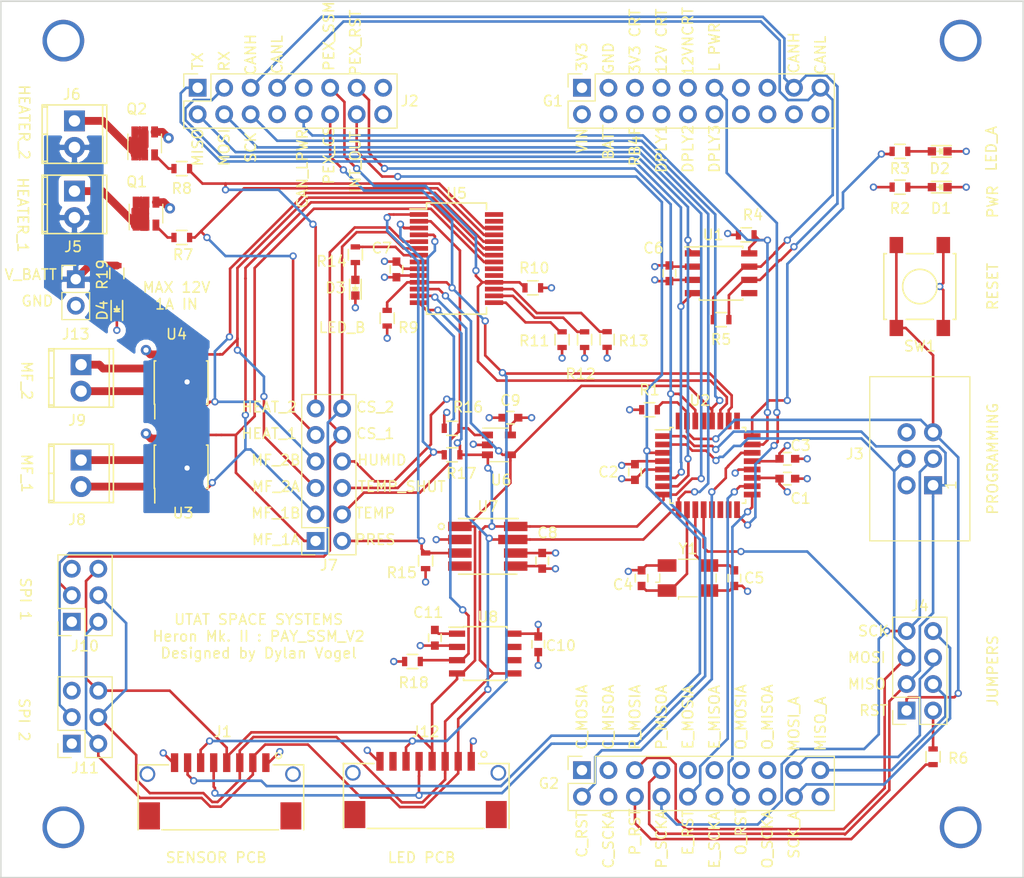
<source format=kicad_pcb>
(kicad_pcb (version 4) (host pcbnew 4.0.6)
  (layers (0 F.Cu signal) (1 GND power hide) (2 VCC power hide) (31 B.Cu signal) (34 B.Paste user) (35 F.Paste user) (36 B.SilkS user) (37 F.SilkS user) (38 B.Mask user) (39 F.Mask user) (44 Edge.Cuts user))
  (net 0 "")
  (net 1 GND)
  (net 2 +3V3)
  (net 3 "Net-(C5-Pad2)")
  (net 4 "Net-(D1-Pad2)")
  (net 5 /VIN)
  (net 6 /BATT)
  (net 7 /3V3NONCRIT)
  (net 8 /RB4FLIGHT)
  (net 9 /12VCRIT)
  (net 10 /DEPLOY1)
  (net 11 /12VNONCRIT)
  (net 12 /DEPLOY2)
  (net 13 /LOPWR)
  (net 14 /DEPLOY3)
  (net 15 "Net-(G1-Pad20)")
  (net 16 /COM_MOSI_A)
  (net 17 /COM_RST)
  (net 18 /COM_MISO_A)
  (net 19 /COM_SCK_A)
  (net 20 /PAY_RST)
  (net 21 /EPS_MOSI_A)
  (net 22 /EPS_RST)
  (net 23 /EPS_MISO_A)
  (net 24 /EPS_SCK_A)
  (net 25 /OBC_MOSI_A)
  (net 26 /OBC_MISO_A)
  (net 27 /OBC_SCK_A)
  (net 28 /MOSI_A_COMMON)
  (net 29 /SCK_A_COMMON)
  (net 30 /MISO_A_COMMON)
  (net 31 "Net-(G2-Pad20)")
  (net 32 /RST)
  (net 33 /MISO_A)
  (net 34 /MOSI_A)
  (net 35 /SCK_A)
  (net 36 /TX_CAN)
  (net 37 /MISO)
  (net 38 /RX_CAN)
  (net 39 /MOSI)
  (net 40 /SCK)
  (net 41 "Net-(J2-Pad8)")
  (net 42 "Net-(J2-Pad15)")
  (net 43 "Net-(J2-Pad16)")
  (net 44 /CANH)
  (net 45 /CANL)
  (net 46 /OBC_RST)
  (net 47 /CAN_LPWR)
  (net 48 "Net-(C4-Pad2)")
  (net 49 "Net-(C11-Pad1)")
  (net 50 "Net-(D2-Pad2)")
  (net 51 "Net-(D3-Pad2)")
  (net 52 /PEX_RST)
  (net 53 /PEX_CS)
  (net 54 /INT_OUT)
  (net 55 /V_BATT)
  (net 56 /PEX_SSM_RST)
  (net 57 "Net-(J4-Pad2)")
  (net 58 "Net-(J5-Pad1)")
  (net 59 "Net-(J6-Pad1)")
  (net 60 "/Sensors & SPI/MF_1A")
  (net 61 "/Sensors & SPI/PRES_CS")
  (net 62 "/Sensors & SPI/MF_1B")
  (net 63 "/Sensors & SPI/TEMP_CS")
  (net 64 "/Sensors & SPI/MF_2A")
  (net 65 "/Sensors & SPI/TEMP_SHUTDOWN")
  (net 66 "/Sensors & SPI/MF_2B")
  (net 67 "/Sensors & SPI/HUMID_CS")
  (net 68 "/Sensors & SPI/HEATER_1")
  (net 69 "/Sensors & SPI/CS_1")
  (net 70 "/Sensors & SPI/HEATER_2")
  (net 71 "/Sensors & SPI/CS_2")
  (net 72 "Net-(J8-Pad2)")
  (net 73 "Net-(J8-Pad1)")
  (net 74 "Net-(J9-Pad2)")
  (net 75 "Net-(J9-Pad1)")
  (net 76 "Net-(Q1-Pad2)")
  (net 77 "Net-(Q2-Pad2)")
  (net 78 /32M1_LED)
  (net 79 "Net-(R11-Pad2)")
  (net 80 "Net-(R12-Pad2)")
  (net 81 "Net-(R13-Pad1)")
  (net 82 "/Sensors & SPI/PEX_LED")
  (net 83 "Net-(U5-Pad8)")
  (net 84 "Net-(U5-Pad19)")
  (net 85 "Net-(U5-Pad20)")
  (net 86 "Net-(U5-Pad27)")
  (net 87 "Net-(U5-Pad28)")
  (net 88 "Net-(U7-Pad4)")
  (net 89 "Net-(U8-Pad6)")
  (net 90 "Net-(U8-Pad7)")
  (net 91 "Net-(U1-Pad5)")
  (net 92 "Net-(U2-Pad13)")
  (net 93 "Net-(U2-Pad14)")
  (net 94 "Net-(U2-Pad15)")
  (net 95 "Net-(U2-Pad25)")
  (net 96 "Net-(U2-Pad29)")
  (net 97 "Net-(U2-Pad32)")
  (net 98 "Net-(J2-Pad9)")
  (net 99 "Net-(J12-Pad7)")
  (net 100 "Net-(G1-Pad13)")
  (net 101 "Net-(G1-Pad14)")
  (net 102 "Net-(G1-Pad15)")
  (net 103 "Net-(G1-Pad16)")
  (net 104 "Net-(G1-Pad18)")
  (net 105 "Net-(D4-Pad2)")
  (module Socket_Strips:Socket_Strip_Straight_2x03_Pitch2.54mm (layer F.Cu) (at 106.807 121.158 180)
    (fp_text reference J11 (at -1.27 -2.33 180) (layer F.SilkS))
    (fp_text value CONN_02X03)
    (pad 1 thru_hole rect (at 0 0 180) (size 1.7 1.7) (drill 1) (layers *.Cu *.Mask) (net 2 +3V3))
    (pad 2 thru_hole oval (at -2.54 0 180) (size 1.7 1.7) (drill 1) (layers *.Cu *.Mask) (net 39 /MOSI))
    (pad 3 thru_hole oval (at 0 2.54 180) (size 1.7 1.7) (drill 1) (layers *.Cu *.Mask) (net 71 "/Sensors & SPI/CS_2"))
    (pad 4 thru_hole oval (at -2.54 2.54 180) (size 1.7 1.7) (drill 1) (layers *.Cu *.Mask) (net 37 /MISO))
    (pad 5 thru_hole oval (at 0 5.08 180) (size 1.7 1.7) (drill 1) (layers *.Cu *.Mask) (net 1 GND))
    (pad 6 thru_hole oval (at -2.54 5.08 180) (size 1.7 1.7) (drill 1) (layers *.Cu *.Mask) (net 40 /SCK))
  )
  (module pay-ssm:Hirose_DF14-8P-1.25H (layer F.Cu) (at 140.716 123.952 180)
    (fp_text reference J12 (at 0 3.937 180) (layer F.SilkS))
    (fp_text value CONN_01X08)
    (pad ~ thru_hole circle (at 6.975 0 180) (size 1.5 1.5) (drill 1.1) (layers *.Cu *.Mask))
    (pad ~ thru_hole circle (at -6.975 0 180) (size 1.5 1.5) (drill 1.1) (layers *.Cu *.Mask))
    (pad ~ smd rect (at -6.775 -4 180) (size 2 2.6) (layers F.Cu F.Paste F.Mask))
    (pad ~ smd rect (at 6.775 -4 180) (size 2 2.6) (layers F.Cu F.Paste F.Mask))
    (pad 1 smd rect (at -4.375 1.1 180) (size 0.7 1.8) (layers F.Cu F.Paste F.Mask) (net 2 +3V3))
    (pad 2 smd rect (at -3.125 1.1 180) (size 0.7 1.8) (layers F.Cu F.Paste F.Mask) (net 39 /MOSI))
    (pad 3 smd rect (at -1.875 1.1 180) (size 0.7 1.8) (layers F.Cu F.Paste F.Mask) (net 37 /MISO))
    (pad 4 smd rect (at -0.625 1.1 180) (size 0.7 1.8) (layers F.Cu F.Paste F.Mask) (net 40 /SCK))
    (pad 5 smd rect (at 0.625 1.1 180) (size 0.7 1.8) (layers F.Cu F.Paste F.Mask) (net 52 /PEX_RST))
    (pad 6 smd rect (at 1.875 1.1 180) (size 0.7 1.8) (layers F.Cu F.Paste F.Mask) (net 53 /PEX_CS))
    (pad 7 smd rect (at 3.125 1.1 180) (size 0.7 1.8) (layers F.Cu F.Paste F.Mask) (net 99 "Net-(J12-Pad7)"))
    (pad 8 smd rect (at 4.375 1.1 180) (size 0.7 1.8) (layers F.Cu F.Paste F.Mask) (net 1 GND))
  )
  (module Resistors_SMD:R_0603 (layer F.Cu) (at 150.991 77.47 180)
    (fp_text reference R10 (at -0.139 1.905 180) (layer F.SilkS))
    (fp_text value 10K)
    (pad 1 smd rect (at -0.75 0 180) (size 0.5 0.9) (layers F.Cu F.Paste F.Mask) (net 2 +3V3))
    (pad 2 smd rect (at 0.75 0 180) (size 0.5 0.9) (layers F.Cu F.Paste F.Mask) (net 56 /PEX_SSM_RST))
  )
  (module Housings_QFP:TQFP-32_7x7mm_Pitch0.8mm (layer F.Cu) (at 167.767 94.482)
    (fp_text reference U2 (at -0.762 -6.223) (layer F.SilkS))
    (fp_text value ATMEGA32M1-MU)
    (pad 1 smd rect (at -4.25 -2.8) (size 1.6 0.55) (layers F.Cu F.Paste F.Mask) (net 33 /MISO_A))
    (pad 2 smd rect (at -4.25 -2) (size 1.6 0.55) (layers F.Cu F.Paste F.Mask) (net 34 /MOSI_A))
    (pad 3 smd rect (at -4.25 -1.2) (size 1.6 0.55) (layers F.Cu F.Paste F.Mask) (net 54 /INT_OUT))
    (pad 4 smd rect (at -4.25 -0.4) (size 1.6 0.55) (layers F.Cu F.Paste F.Mask) (net 2 +3V3))
    (pad 5 smd rect (at -4.25 0.4) (size 1.6 0.55) (layers F.Cu F.Paste F.Mask) (net 1 GND))
    (pad 6 smd rect (at -4.25 1.2) (size 1.6 0.55) (layers F.Cu F.Paste F.Mask) (net 36 /TX_CAN))
    (pad 7 smd rect (at -4.25 2) (size 1.6 0.55) (layers F.Cu F.Paste F.Mask) (net 38 /RX_CAN))
    (pad 8 smd rect (at -4.25 2.8) (size 1.6 0.55) (layers F.Cu F.Paste F.Mask) (net 37 /MISO))
    (pad 9 smd rect (at -2.8 4.25 90) (size 1.6 0.55) (layers F.Cu F.Paste F.Mask) (net 39 /MOSI))
    (pad 10 smd rect (at -2 4.25 90) (size 1.6 0.55) (layers F.Cu F.Paste F.Mask) (net 48 "Net-(C4-Pad2)"))
    (pad 11 smd rect (at -1.2 4.25 90) (size 1.6 0.55) (layers F.Cu F.Paste F.Mask) (net 3 "Net-(C5-Pad2)"))
    (pad 12 smd rect (at -0.4 4.25 90) (size 1.6 0.55) (layers F.Cu F.Paste F.Mask) (net 35 /SCK_A))
    (pad 13 smd rect (at 0.4 4.25 90) (size 1.6 0.55) (layers F.Cu F.Paste F.Mask) (net 92 "Net-(U2-Pad13)"))
    (pad 14 smd rect (at 1.2 4.25 90) (size 1.6 0.55) (layers F.Cu F.Paste F.Mask) (net 93 "Net-(U2-Pad14)"))
    (pad 15 smd rect (at 2 4.25 90) (size 1.6 0.55) (layers F.Cu F.Paste F.Mask) (net 94 "Net-(U2-Pad15)"))
    (pad 16 smd rect (at 2.8 4.25 90) (size 1.6 0.55) (layers F.Cu F.Paste F.Mask) (net 13 /LOPWR))
    (pad 17 smd rect (at 4.25 2.8) (size 1.6 0.55) (layers F.Cu F.Paste F.Mask) (net 46 /OBC_RST))
    (pad 18 smd rect (at 4.25 2) (size 1.6 0.55) (layers F.Cu F.Paste F.Mask) (net 22 /EPS_RST))
    (pad 19 smd rect (at 4.25 1.2) (size 1.6 0.55) (layers F.Cu F.Paste F.Mask) (net 2 +3V3))
    (pad 20 smd rect (at 4.25 0.4) (size 1.6 0.55) (layers F.Cu F.Paste F.Mask) (net 1 GND))
    (pad 21 smd rect (at 4.25 -0.4) (size 1.6 0.55) (layers F.Cu F.Paste F.Mask) (net 2 +3V3))
    (pad 22 smd rect (at 4.25 -1.2) (size 1.6 0.55) (layers F.Cu F.Paste F.Mask) (net 17 /COM_RST))
    (pad 23 smd rect (at 4.25 -2) (size 1.6 0.55) (layers F.Cu F.Paste F.Mask) (net 47 /CAN_LPWR))
    (pad 24 smd rect (at 4.25 -2.8) (size 1.6 0.55) (layers F.Cu F.Paste F.Mask) (net 78 /32M1_LED))
    (pad 25 smd rect (at 2.8 -4.25 90) (size 1.6 0.55) (layers F.Cu F.Paste F.Mask) (net 95 "Net-(U2-Pad25)"))
    (pad 26 smd rect (at 2 -4.25 90) (size 1.6 0.55) (layers F.Cu F.Paste F.Mask) (net 53 /PEX_CS))
    (pad 27 smd rect (at 1.2 -4.25 90) (size 1.6 0.55) (layers F.Cu F.Paste F.Mask) (net 56 /PEX_SSM_RST))
    (pad 28 smd rect (at 0.4 -4.25 90) (size 1.6 0.55) (layers F.Cu F.Paste F.Mask) (net 40 /SCK))
    (pad 29 smd rect (at -0.4 -4.25 90) (size 1.6 0.55) (layers F.Cu F.Paste F.Mask) (net 96 "Net-(U2-Pad29)"))
    (pad 30 smd rect (at -1.2 -4.25 90) (size 1.6 0.55) (layers F.Cu F.Paste F.Mask) (net 52 /PEX_RST))
    (pad 31 smd rect (at -2 -4.25 90) (size 1.6 0.55) (layers F.Cu F.Paste F.Mask) (net 32 /RST))
    (pad 32 smd rect (at -2.8 -4.25 90) (size 1.6 0.55) (layers F.Cu F.Paste F.Mask) (net 97 "Net-(U2-Pad32)"))
  )
  (module Resistors_SMD:R_0603 (layer F.Cu) (at 169.037 80.518 180)
    (fp_text reference R5 (at 0 -1.9 360) (layer F.SilkS))
    (fp_text value 120R)
    (pad 1 smd rect (at -0.75 0 180) (size 0.5 0.9) (layers F.Cu F.Paste F.Mask) (net 44 /CANH))
    (pad 2 smd rect (at 0.75 0 180) (size 0.5 0.9) (layers F.Cu F.Paste F.Mask) (net 45 /CANL))
  )
  (module Socket_Strips:Socket_Strip_Straight_2x10_Pitch2.54mm (layer F.Cu) (at 155.702 123.698 90)
    (fp_text reference G2 (at -1.27 -3.175 180) (layer F.SilkS))
    (fp_text value "GENERAL CONN 2")
    (pad 1 thru_hole rect (at 0 0 90) (size 1.7 1.7) (drill 1) (layers *.Cu *.Mask) (net 16 /COM_MOSI_A))
    (pad 2 thru_hole oval (at -2.54 0 90) (size 1.7 1.7) (drill 1) (layers *.Cu *.Mask) (net 17 /COM_RST))
    (pad 3 thru_hole oval (at 0 2.54 90) (size 1.7 1.7) (drill 1) (layers *.Cu *.Mask) (net 18 /COM_MISO_A))
    (pad 4 thru_hole oval (at -2.54 2.54 90) (size 1.7 1.7) (drill 1) (layers *.Cu *.Mask) (net 19 /COM_SCK_A))
    (pad 5 thru_hole oval (at 0 5.08 90) (size 1.7 1.7) (drill 1) (layers *.Cu *.Mask) (net 34 /MOSI_A))
    (pad 6 thru_hole oval (at -2.54 5.08 90) (size 1.7 1.7) (drill 1) (layers *.Cu *.Mask) (net 20 /PAY_RST))
    (pad 7 thru_hole oval (at 0 7.62 90) (size 1.7 1.7) (drill 1) (layers *.Cu *.Mask) (net 33 /MISO_A))
    (pad 8 thru_hole oval (at -2.54 7.62 90) (size 1.7 1.7) (drill 1) (layers *.Cu *.Mask) (net 35 /SCK_A))
    (pad 9 thru_hole oval (at 0 10.16 90) (size 1.7 1.7) (drill 1) (layers *.Cu *.Mask) (net 21 /EPS_MOSI_A))
    (pad 10 thru_hole oval (at -2.54 10.16 90) (size 1.7 1.7) (drill 1) (layers *.Cu *.Mask) (net 22 /EPS_RST))
    (pad 11 thru_hole oval (at 0 12.7 90) (size 1.7 1.7) (drill 1) (layers *.Cu *.Mask) (net 23 /EPS_MISO_A))
    (pad 12 thru_hole oval (at -2.54 12.7 90) (size 1.7 1.7) (drill 1) (layers *.Cu *.Mask) (net 24 /EPS_SCK_A))
    (pad 13 thru_hole oval (at 0 15.24 90) (size 1.7 1.7) (drill 1) (layers *.Cu *.Mask) (net 25 /OBC_MOSI_A))
    (pad 14 thru_hole oval (at -2.54 15.24 90) (size 1.7 1.7) (drill 1) (layers *.Cu *.Mask) (net 46 /OBC_RST))
    (pad 15 thru_hole oval (at 0 17.78 90) (size 1.7 1.7) (drill 1) (layers *.Cu *.Mask) (net 26 /OBC_MISO_A))
    (pad 16 thru_hole oval (at -2.54 17.78 90) (size 1.7 1.7) (drill 1) (layers *.Cu *.Mask) (net 27 /OBC_SCK_A))
    (pad 17 thru_hole oval (at 0 20.32 90) (size 1.7 1.7) (drill 1) (layers *.Cu *.Mask) (net 28 /MOSI_A_COMMON))
    (pad 18 thru_hole oval (at -2.54 20.32 90) (size 1.7 1.7) (drill 1) (layers *.Cu *.Mask) (net 29 /SCK_A_COMMON))
    (pad 19 thru_hole oval (at 0 22.86 90) (size 1.7 1.7) (drill 1) (layers *.Cu *.Mask) (net 30 /MISO_A_COMMON))
    (pad 20 thru_hole oval (at -2.54 22.86 90) (size 1.7 1.7) (drill 1) (layers *.Cu *.Mask) (net 31 "Net-(G2-Pad20)"))
  )
  (module Socket_Strips:Socket_Strip_Straight_2x10_Pitch2.54mm (layer F.Cu) (at 155.702 58.293 90)
    (fp_text reference G1 (at -1.27 -2.794 180) (layer F.SilkS))
    (fp_text value "GENERAL CONN 1")
    (pad 1 thru_hole rect (at 0 0 90) (size 1.7 1.7) (drill 1) (layers *.Cu *.Mask) (net 2 +3V3))
    (pad 2 thru_hole oval (at -2.54 0 90) (size 1.7 1.7) (drill 1) (layers *.Cu *.Mask) (net 5 /VIN))
    (pad 3 thru_hole oval (at 0 2.54 90) (size 1.7 1.7) (drill 1) (layers *.Cu *.Mask) (net 1 GND))
    (pad 4 thru_hole oval (at -2.54 2.54 90) (size 1.7 1.7) (drill 1) (layers *.Cu *.Mask) (net 6 /BATT))
    (pad 5 thru_hole oval (at 0 5.08 90) (size 1.7 1.7) (drill 1) (layers *.Cu *.Mask) (net 7 /3V3NONCRIT))
    (pad 6 thru_hole oval (at -2.54 5.08 90) (size 1.7 1.7) (drill 1) (layers *.Cu *.Mask) (net 8 /RB4FLIGHT))
    (pad 7 thru_hole oval (at 0 7.62 90) (size 1.7 1.7) (drill 1) (layers *.Cu *.Mask) (net 9 /12VCRIT))
    (pad 8 thru_hole oval (at -2.54 7.62 90) (size 1.7 1.7) (drill 1) (layers *.Cu *.Mask) (net 10 /DEPLOY1))
    (pad 9 thru_hole oval (at 0 10.16 90) (size 1.7 1.7) (drill 1) (layers *.Cu *.Mask) (net 11 /12VNONCRIT))
    (pad 10 thru_hole oval (at -2.54 10.16 90) (size 1.7 1.7) (drill 1) (layers *.Cu *.Mask) (net 12 /DEPLOY2))
    (pad 11 thru_hole oval (at 0 12.7 90) (size 1.7 1.7) (drill 1) (layers *.Cu *.Mask) (net 13 /LOPWR))
    (pad 12 thru_hole oval (at -2.54 12.7 90) (size 1.7 1.7) (drill 1) (layers *.Cu *.Mask) (net 14 /DEPLOY3))
    (pad 13 thru_hole oval (at 0 15.24 90) (size 1.7 1.7) (drill 1) (layers *.Cu *.Mask) (net 100 "Net-(G1-Pad13)"))
    (pad 14 thru_hole oval (at -2.54 15.24 90) (size 1.7 1.7) (drill 1) (layers *.Cu *.Mask) (net 101 "Net-(G1-Pad14)"))
    (pad 15 thru_hole oval (at 0 17.78 90) (size 1.7 1.7) (drill 1) (layers *.Cu *.Mask) (net 102 "Net-(G1-Pad15)"))
    (pad 16 thru_hole oval (at -2.54 17.78 90) (size 1.7 1.7) (drill 1) (layers *.Cu *.Mask) (net 103 "Net-(G1-Pad16)"))
    (pad 17 thru_hole oval (at 0 20.32 90) (size 1.7 1.7) (drill 1) (layers *.Cu *.Mask) (net 44 /CANH))
    (pad 18 thru_hole oval (at -2.54 20.32 90) (size 1.7 1.7) (drill 1) (layers *.Cu *.Mask) (net 104 "Net-(G1-Pad18)"))
    (pad 19 thru_hole oval (at 0 22.86 90) (size 1.7 1.7) (drill 1) (layers *.Cu *.Mask) (net 45 /CANL))
    (pad 20 thru_hole oval (at -2.54 22.86 90) (size 1.7 1.7) (drill 1) (layers *.Cu *.Mask) (net 15 "Net-(G1-Pad20)"))
  )
  (module Connectors:IDC_Header_Straight_6pins (layer F.Cu) (at 189.357 96.393 90)
    (fp_text reference J3 (at 3 -7.5 180) (layer F.SilkS))
    (fp_text value "PROGRAMMING PORT")
    (fp_text user 1 (at 0.02 1.72 90) (layer F.SilkS) (effects (font (thickness 0.12))))
    (pad 1 thru_hole rect (at 0 0 90) (size 1.7272 1.7272) (drill 1.016) (layers *.Cu *.Mask) (net 33 /MISO_A))
    (pad 2 thru_hole oval (at 0 -2.54 90) (size 1.7272 1.7272) (drill 1.016) (layers *.Cu *.Mask) (net 2 +3V3))
    (pad 3 thru_hole oval (at 2.54 0 90) (size 1.7272 1.7272) (drill 1.016) (layers *.Cu *.Mask) (net 35 /SCK_A))
    (pad 4 thru_hole oval (at 2.54 -2.54 90) (size 1.7272 1.7272) (drill 1.016) (layers *.Cu *.Mask) (net 34 /MOSI_A))
    (pad 5 thru_hole oval (at 5.08 0 90) (size 1.7272 1.7272) (drill 1.016) (layers *.Cu *.Mask) (net 32 /RST))
    (pad 6 thru_hole oval (at 5.08 -2.54 90) (size 1.7272 1.7272) (drill 1.016) (layers *.Cu *.Mask) (net 1 GND))
  )
  (module Buttons_Switches_SMD:SW_SPST_B3S-1000 (layer F.Cu) (at 188.087 77.343 90)
    (fp_text reference SW1 (at -5.715 0 180) (layer F.SilkS))
    (fp_text value SW_RST)
    (pad 1 smd rect (at -3.975 -2.25 90) (size 1.55 1.3) (layers F.Cu F.Paste F.Mask) (net 32 /RST))
    (pad 1 smd rect (at 3.975 -2.25 90) (size 1.55 1.3) (layers F.Cu F.Paste F.Mask) (net 32 /RST))
    (pad 2 smd rect (at -3.975 2.25 90) (size 1.55 1.3) (layers F.Cu F.Paste F.Mask) (net 1 GND))
    (pad 2 smd rect (at 3.975 2.25 90) (size 1.55 1.3) (layers F.Cu F.Paste F.Mask) (net 1 GND))
  )
  (module Capacitors_SMD:C_0603 (layer F.Cu) (at 175.387 95.758 180)
    (fp_text reference C1 (at -1.27 -1.9 180) (layer F.SilkS))
    (fp_text value "0.1 uF")
    (pad 1 smd rect (at -0.75 0 180) (size 0.8 0.75) (layers F.Cu F.Paste F.Mask) (net 1 GND))
    (pad 2 smd rect (at 0.75 0 180) (size 0.8 0.75) (layers F.Cu F.Paste F.Mask) (net 2 +3V3))
  )
  (module Capacitors_SMD:C_0603 (layer F.Cu) (at 160.782 95.123 90)
    (fp_text reference C2 (at 0 -2.54 180) (layer F.SilkS))
    (fp_text value "0.1 uF")
    (pad 1 smd rect (at -0.75 0 90) (size 0.8 0.75) (layers F.Cu F.Paste F.Mask) (net 1 GND))
    (pad 2 smd rect (at 0.75 0 90) (size 0.8 0.75) (layers F.Cu F.Paste F.Mask) (net 2 +3V3))
  )
  (module Capacitors_SMD:C_0603 (layer F.Cu) (at 175.387 93.853 180)
    (fp_text reference C3 (at -1.27 1.27 180) (layer F.SilkS))
    (fp_text value "0.1 uF")
    (pad 1 smd rect (at -0.75 0 180) (size 0.8 0.75) (layers F.Cu F.Paste F.Mask) (net 1 GND))
    (pad 2 smd rect (at 0.75 0 180) (size 0.8 0.75) (layers F.Cu F.Paste F.Mask) (net 2 +3V3))
  )
  (module Capacitors_SMD:C_0603 (layer F.Cu) (at 161.417 105.295 270)
    (fp_text reference C4 (at 0.623 1.778 360) (layer F.SilkS))
    (fp_text value 22pF)
    (pad 1 smd rect (at -0.75 0 270) (size 0.8 0.75) (layers F.Cu F.Paste F.Mask) (net 1 GND))
    (pad 2 smd rect (at 0.75 0 270) (size 0.8 0.75) (layers F.Cu F.Paste F.Mask) (net 48 "Net-(C4-Pad2)"))
  )
  (module Capacitors_SMD:C_0603 (layer F.Cu) (at 170.307 105.295 90)
    (fp_text reference C5 (at 0.012 1.905 180) (layer F.SilkS))
    (fp_text value 22pF)
    (pad 1 smd rect (at -0.75 0 90) (size 0.8 0.75) (layers F.Cu F.Paste F.Mask) (net 1 GND))
    (pad 2 smd rect (at 0.75 0 90) (size 0.8 0.75) (layers F.Cu F.Paste F.Mask) (net 3 "Net-(C5-Pad2)"))
  )
  (module Capacitors_SMD:C_0603 (layer F.Cu) (at 164.084 76.073 90)
    (fp_text reference C6 (at 2.413 -1.524 180) (layer F.SilkS))
    (fp_text value 0.1uF)
    (pad 1 smd rect (at -0.75 0 90) (size 0.8 0.75) (layers F.Cu F.Paste F.Mask) (net 2 +3V3))
    (pad 2 smd rect (at 0.75 0 90) (size 0.8 0.75) (layers F.Cu F.Paste F.Mask) (net 1 GND))
  )
  (module LEDs:LED_0603 (layer F.Cu) (at 189.992 67.818 180)
    (fp_text reference D1 (at -0.127 -2.032 360) (layer F.SilkS))
    (fp_text value PWR_LED)
    (pad 2 smd rect (at 0.7493 0) (size 0.79756 0.79756) (layers F.Cu F.Paste F.Mask) (net 4 "Net-(D1-Pad2)"))
    (pad 1 smd rect (at -0.7493 0) (size 0.79756 0.79756) (layers F.Cu F.Paste F.Mask) (net 1 GND))
  )
  (module Socket_Strips:Socket_Strip_Straight_2x08_Pitch2.54mm (layer F.Cu) (at 118.872 58.293 90)
    (fp_text reference J2 (at -1.27 20.32 180) (layer F.SilkS))
    (fp_text value "DEBUG CONN")
    (pad 1 thru_hole rect (at 0 0 90) (size 1.7 1.7) (drill 1) (layers *.Cu *.Mask) (net 36 /TX_CAN))
    (pad 2 thru_hole oval (at -2.54 0 90) (size 1.7 1.7) (drill 1) (layers *.Cu *.Mask) (net 37 /MISO))
    (pad 3 thru_hole oval (at 0 2.54 90) (size 1.7 1.7) (drill 1) (layers *.Cu *.Mask) (net 38 /RX_CAN))
    (pad 4 thru_hole oval (at -2.54 2.54 90) (size 1.7 1.7) (drill 1) (layers *.Cu *.Mask) (net 39 /MOSI))
    (pad 5 thru_hole oval (at 0 5.08 90) (size 1.7 1.7) (drill 1) (layers *.Cu *.Mask) (net 44 /CANH))
    (pad 6 thru_hole oval (at -2.54 5.08 90) (size 1.7 1.7) (drill 1) (layers *.Cu *.Mask) (net 40 /SCK))
    (pad 7 thru_hole oval (at 0 7.62 90) (size 1.7 1.7) (drill 1) (layers *.Cu *.Mask) (net 45 /CANL))
    (pad 8 thru_hole oval (at -2.54 7.62 90) (size 1.7 1.7) (drill 1) (layers *.Cu *.Mask) (net 41 "Net-(J2-Pad8)"))
    (pad 9 thru_hole oval (at 0 10.16 90) (size 1.7 1.7) (drill 1) (layers *.Cu *.Mask) (net 98 "Net-(J2-Pad9)"))
    (pad 10 thru_hole oval (at -2.54 10.16 90) (size 1.7 1.7) (drill 1) (layers *.Cu *.Mask) (net 47 /CAN_LPWR))
    (pad 11 thru_hole oval (at 0 12.7 90) (size 1.7 1.7) (drill 1) (layers *.Cu *.Mask) (net 56 /PEX_SSM_RST))
    (pad 12 thru_hole oval (at -2.54 12.7 90) (size 1.7 1.7) (drill 1) (layers *.Cu *.Mask) (net 53 /PEX_CS))
    (pad 13 thru_hole oval (at 0 15.24 90) (size 1.7 1.7) (drill 1) (layers *.Cu *.Mask) (net 52 /PEX_RST))
    (pad 14 thru_hole oval (at -2.54 15.24 90) (size 1.7 1.7) (drill 1) (layers *.Cu *.Mask) (net 54 /INT_OUT))
    (pad 15 thru_hole oval (at 0 17.78 90) (size 1.7 1.7) (drill 1) (layers *.Cu *.Mask) (net 42 "Net-(J2-Pad15)"))
    (pad 16 thru_hole oval (at -2.54 17.78 90) (size 1.7 1.7) (drill 1) (layers *.Cu *.Mask) (net 43 "Net-(J2-Pad16)"))
  )
  (module Resistors_SMD:R_0603 (layer F.Cu) (at 162.179 89.154)
    (fp_text reference R1 (at 0 -1.9) (layer F.SilkS))
    (fp_text value 10K)
    (pad 1 smd rect (at -0.75 0) (size 0.5 0.9) (layers F.Cu F.Paste F.Mask) (net 2 +3V3))
    (pad 2 smd rect (at 0.75 0) (size 0.5 0.9) (layers F.Cu F.Paste F.Mask) (net 32 /RST))
  )
  (module Resistors_SMD:R_0603 (layer F.Cu) (at 186.182 67.818)
    (fp_text reference R2 (at 0 2.032) (layer F.SilkS))
    (fp_text value 120R)
    (pad 1 smd rect (at -0.75 0) (size 0.5 0.9) (layers F.Cu F.Paste F.Mask) (net 2 +3V3))
    (pad 2 smd rect (at 0.75 0) (size 0.5 0.9) (layers F.Cu F.Paste F.Mask) (net 4 "Net-(D1-Pad2)"))
  )
  (module Resistors_SMD:R_0603 (layer F.Cu) (at 186.182 64.389)
    (fp_text reference R3 (at 0 1.651 180) (layer F.SilkS))
    (fp_text value 220)
    (pad 1 smd rect (at -0.75 0) (size 0.5 0.9) (layers F.Cu F.Paste F.Mask) (net 78 /32M1_LED))
    (pad 2 smd rect (at 0.75 0) (size 0.5 0.9) (layers F.Cu F.Paste F.Mask) (net 50 "Net-(D2-Pad2)"))
  )
  (module Resistors_SMD:R_0603 (layer F.Cu) (at 171.45 72.39)
    (fp_text reference R4 (at 0.635 -1.905 180) (layer F.SilkS))
    (fp_text value 1K)
    (pad 1 smd rect (at -0.75 0) (size 0.5 0.9) (layers F.Cu F.Paste F.Mask) (net 1 GND))
    (pad 2 smd rect (at 0.75 0) (size 0.5 0.9) (layers F.Cu F.Paste F.Mask) (net 47 /CAN_LPWR))
  )
  (module Housings_SOIC:SOIC-8_3.9x4.9mm_Pitch1.27mm (layer F.Cu) (at 169.037 76.073)
    (fp_text reference U1 (at -0.762 -3.683) (layer F.SilkS))
    (fp_text value SN65HVD230)
    (pad 1 smd rect (at -2.7 -1.905) (size 1.55 0.6) (layers F.Cu F.Paste F.Mask) (net 38 /RX_CAN))
    (pad 2 smd rect (at -2.7 -0.635) (size 1.55 0.6) (layers F.Cu F.Paste F.Mask) (net 1 GND))
    (pad 3 smd rect (at -2.7 0.635) (size 1.55 0.6) (layers F.Cu F.Paste F.Mask) (net 2 +3V3))
    (pad 4 smd rect (at -2.7 1.905) (size 1.55 0.6) (layers F.Cu F.Paste F.Mask) (net 36 /TX_CAN))
    (pad 5 smd rect (at 2.7 1.905) (size 1.55 0.6) (layers F.Cu F.Paste F.Mask) (net 91 "Net-(U1-Pad5)"))
    (pad 6 smd rect (at 2.7 0.635) (size 1.55 0.6) (layers F.Cu F.Paste F.Mask) (net 44 /CANH))
    (pad 7 smd rect (at 2.7 -0.635) (size 1.55 0.6) (layers F.Cu F.Paste F.Mask) (net 45 /CANL))
    (pad 8 smd rect (at 2.7 -1.905) (size 1.55 0.6) (layers F.Cu F.Paste F.Mask) (net 47 /CAN_LPWR))
  )
  (module Crystals:Crystal_SMD_Abracon_ABM3B-4pin_5.0x3.2mm (layer F.Cu) (at 165.862 105.283)
    (fp_text reference Y1 (at 0 -2.8) (layer F.SilkS))
    (fp_text value 8MHz)
    (pad 1 smd rect (at -2 1.2) (size 1.8 1.2) (layers F.Cu F.Mask) (net 48 "Net-(C4-Pad2)"))
    (pad 2 smd rect (at 2 1.2) (size 1.8 1.2) (layers F.Cu F.Mask) (net 1 GND))
    (pad 3 smd rect (at 2 -1.2) (size 1.8 1.2) (layers F.Cu F.Mask) (net 3 "Net-(C5-Pad2)"))
    (pad 4 smd rect (at -2 -1.2) (size 1.8 1.2) (layers F.Cu F.Mask) (net 1 GND))
  )
  (module Capacitors_SMD:C_0603 (layer F.Cu) (at 137.922 75.704 90)
    (fp_text reference C7 (at 2.044 -1.397 180) (layer F.SilkS))
    (fp_text value 100nF)
    (pad 1 smd rect (at -0.75 0 90) (size 0.8 0.75) (layers F.Cu F.Paste F.Mask) (net 1 GND))
    (pad 2 smd rect (at 0.75 0 90) (size 0.8 0.75) (layers F.Cu F.Paste F.Mask) (net 2 +3V3))
  )
  (module Capacitors_SMD:C_0603 (layer F.Cu) (at 151.892 103.632 90)
    (fp_text reference C8 (at 2.667 0.508 180) (layer F.SilkS))
    (fp_text value 100nF)
    (pad 1 smd rect (at -0.75 0 90) (size 0.8 0.75) (layers F.Cu F.Paste F.Mask) (net 2 +3V3))
    (pad 2 smd rect (at 0.75 0 90) (size 0.8 0.75) (layers F.Cu F.Paste F.Mask) (net 1 GND))
  )
  (module Capacitors_SMD:C_0603 (layer F.Cu) (at 148.844 89.916 180)
    (fp_text reference C9 (at 0 1.651 180) (layer F.SilkS))
    (fp_text value 100nF)
    (pad 1 smd rect (at -0.75 0 180) (size 0.8 0.75) (layers F.Cu F.Paste F.Mask) (net 2 +3V3))
    (pad 2 smd rect (at 0.75 0 180) (size 0.8 0.75) (layers F.Cu F.Paste F.Mask) (net 1 GND))
  )
  (module Capacitors_SMD:C_0603 (layer F.Cu) (at 151.511 111.633 270)
    (fp_text reference C10 (at 0.127 -2.159 360) (layer F.SilkS))
    (fp_text value 0.22uF)
    (pad 1 smd rect (at -0.75 0 270) (size 0.8 0.75) (layers F.Cu F.Paste F.Mask) (net 2 +3V3))
    (pad 2 smd rect (at 0.75 0 270) (size 0.8 0.75) (layers F.Cu F.Paste F.Mask) (net 1 GND))
  )
  (module Capacitors_SMD:C_0603 (layer F.Cu) (at 141.605 111.01 270)
    (fp_text reference C11 (at -2.425 0.635 360) (layer F.SilkS))
    (fp_text value 100nF)
    (pad 1 smd rect (at -0.75 0 270) (size 0.8 0.75) (layers F.Cu F.Paste F.Mask) (net 49 "Net-(C11-Pad1)"))
    (pad 2 smd rect (at 0.75 0 270) (size 0.8 0.75) (layers F.Cu F.Paste F.Mask) (net 1 GND))
  )
  (module LEDs:LED_0603 (layer F.Cu) (at 189.992 64.389 180)
    (fp_text reference D2 (at 0 -1.651 180) (layer F.SilkS))
    (fp_text value LED)
    (pad 2 smd rect (at 0.7493 0) (size 0.79756 0.79756) (layers F.Cu F.Paste F.Mask) (net 50 "Net-(D2-Pad2)"))
    (pad 1 smd rect (at -0.7493 0) (size 0.79756 0.79756) (layers F.Cu F.Paste F.Mask) (net 1 GND))
  )
  (module LEDs:LED_0603 (layer F.Cu) (at 133.985 77.4573 90)
    (fp_text reference D3 (at -0.0127 -1.905 180) (layer F.SilkS))
    (fp_text value LED)
    (pad 2 smd rect (at 0.7493 0 270) (size 0.79756 0.79756) (layers F.Cu F.Paste F.Mask) (net 51 "Net-(D3-Pad2)"))
    (pad 1 smd rect (at -0.7493 0 270) (size 0.79756 0.79756) (layers F.Cu F.Paste F.Mask) (net 1 GND))
  )
  (module Socket_Strips:Socket_Strip_Straight_2x04_Pitch2.54mm (layer F.Cu) (at 186.817 117.983 180)
    (fp_text reference J4 (at -1.27 10.033 180) (layer F.SilkS))
    (fp_text value RST_JMP)
    (pad 1 thru_hole rect (at 0 0 180) (size 1.7 1.7) (drill 1) (layers *.Cu *.Mask) (net 32 /RST))
    (pad 2 thru_hole oval (at -2.54 0 180) (size 1.7 1.7) (drill 1) (layers *.Cu *.Mask) (net 57 "Net-(J4-Pad2)"))
    (pad 3 thru_hole oval (at 0 2.54 180) (size 1.7 1.7) (drill 1) (layers *.Cu *.Mask) (net 33 /MISO_A))
    (pad 4 thru_hole oval (at -2.54 2.54 180) (size 1.7 1.7) (drill 1) (layers *.Cu *.Mask) (net 30 /MISO_A_COMMON))
    (pad 5 thru_hole oval (at 0 5.08 180) (size 1.7 1.7) (drill 1) (layers *.Cu *.Mask) (net 34 /MOSI_A))
    (pad 6 thru_hole oval (at -2.54 5.08 180) (size 1.7 1.7) (drill 1) (layers *.Cu *.Mask) (net 28 /MOSI_A_COMMON))
    (pad 7 thru_hole oval (at 0 7.62 180) (size 1.7 1.7) (drill 1) (layers *.Cu *.Mask) (net 35 /SCK_A))
    (pad 8 thru_hole oval (at -2.54 7.62 180) (size 1.7 1.7) (drill 1) (layers *.Cu *.Mask) (net 29 /SCK_A_COMMON))
  )
  (module Connectors_Terminal_Blocks:TerminalBlock_Pheonix_MPT-2.54mm_2pol (layer F.Cu) (at 107.061 68.199 270)
    (fp_text reference J5 (at 5.334 0.127 360) (layer F.SilkS))
    (fp_text value HEATER_1)
    (pad 2 thru_hole oval (at 2.54 0 270) (size 1.99898 1.99898) (drill 1.09728) (layers *.Cu *.Mask) (net 55 /V_BATT))
    (pad 1 thru_hole rect (at 0 0 270) (size 1.99898 1.99898) (drill 1.09728) (layers *.Cu *.Mask) (net 58 "Net-(J5-Pad1)"))
  )
  (module Connectors_Terminal_Blocks:TerminalBlock_Pheonix_MPT-2.54mm_2pol (layer F.Cu) (at 107.061 61.468 270)
    (fp_text reference J6 (at -2.54 0.254 360) (layer F.SilkS))
    (fp_text value HEATER_2)
    (pad 2 thru_hole oval (at 2.54 0 270) (size 1.99898 1.99898) (drill 1.09728) (layers *.Cu *.Mask) (net 55 /V_BATT))
    (pad 1 thru_hole rect (at 0 0 270) (size 1.99898 1.99898) (drill 1.09728) (layers *.Cu *.Mask) (net 59 "Net-(J6-Pad1)"))
  )
  (module Socket_Strips:Socket_Strip_Straight_2x06_Pitch2.54mm (layer F.Cu) (at 130.175 101.727 180)
    (fp_text reference J7 (at -1.27 -2.33 180) (layer F.SilkS))
    (fp_text value "SENSOR & SPI DEBUG")
    (pad 1 thru_hole rect (at 0 0 180) (size 1.7 1.7) (drill 1) (layers *.Cu *.Mask) (net 60 "/Sensors & SPI/MF_1A"))
    (pad 2 thru_hole oval (at -2.54 0 180) (size 1.7 1.7) (drill 1) (layers *.Cu *.Mask) (net 61 "/Sensors & SPI/PRES_CS"))
    (pad 3 thru_hole oval (at 0 2.54 180) (size 1.7 1.7) (drill 1) (layers *.Cu *.Mask) (net 62 "/Sensors & SPI/MF_1B"))
    (pad 4 thru_hole oval (at -2.54 2.54 180) (size 1.7 1.7) (drill 1) (layers *.Cu *.Mask) (net 63 "/Sensors & SPI/TEMP_CS"))
    (pad 5 thru_hole oval (at 0 5.08 180) (size 1.7 1.7) (drill 1) (layers *.Cu *.Mask) (net 64 "/Sensors & SPI/MF_2A"))
    (pad 6 thru_hole oval (at -2.54 5.08 180) (size 1.7 1.7) (drill 1) (layers *.Cu *.Mask) (net 65 "/Sensors & SPI/TEMP_SHUTDOWN"))
    (pad 7 thru_hole oval (at 0 7.62 180) (size 1.7 1.7) (drill 1) (layers *.Cu *.Mask) (net 66 "/Sensors & SPI/MF_2B"))
    (pad 8 thru_hole oval (at -2.54 7.62 180) (size 1.7 1.7) (drill 1) (layers *.Cu *.Mask) (net 67 "/Sensors & SPI/HUMID_CS"))
    (pad 9 thru_hole oval (at 0 10.16 180) (size 1.7 1.7) (drill 1) (layers *.Cu *.Mask) (net 68 "/Sensors & SPI/HEATER_1"))
    (pad 10 thru_hole oval (at -2.54 10.16 180) (size 1.7 1.7) (drill 1) (layers *.Cu *.Mask) (net 69 "/Sensors & SPI/CS_1"))
    (pad 11 thru_hole oval (at 0 12.7 180) (size 1.7 1.7) (drill 1) (layers *.Cu *.Mask) (net 70 "/Sensors & SPI/HEATER_2"))
    (pad 12 thru_hole oval (at -2.54 12.7 180) (size 1.7 1.7) (drill 1) (layers *.Cu *.Mask) (net 71 "/Sensors & SPI/CS_2"))
  )
  (module Connectors_Terminal_Blocks:TerminalBlock_Pheonix_MPT-2.54mm_2pol (layer F.Cu) (at 107.696 93.98 270)
    (fp_text reference J8 (at 5.715 0.381 360) (layer F.SilkS))
    (fp_text value MF_1)
    (pad 2 thru_hole oval (at 2.54 0 270) (size 1.99898 1.99898) (drill 1.09728) (layers *.Cu *.Mask) (net 72 "Net-(J8-Pad2)"))
    (pad 1 thru_hole rect (at 0 0 270) (size 1.99898 1.99898) (drill 1.09728) (layers *.Cu *.Mask) (net 73 "Net-(J8-Pad1)"))
  )
  (module Connectors_Terminal_Blocks:TerminalBlock_Pheonix_MPT-2.54mm_2pol (layer F.Cu) (at 107.696 84.836 270)
    (fp_text reference J9 (at 5.334 0.381 360) (layer F.SilkS))
    (fp_text value MF_2)
    (pad 2 thru_hole oval (at 2.54 0 270) (size 1.99898 1.99898) (drill 1.09728) (layers *.Cu *.Mask) (net 74 "Net-(J9-Pad2)"))
    (pad 1 thru_hole rect (at 0 0 270) (size 1.99898 1.99898) (drill 1.09728) (layers *.Cu *.Mask) (net 75 "Net-(J9-Pad1)"))
  )
  (module Socket_Strips:Socket_Strip_Straight_2x03_Pitch2.54mm (layer F.Cu) (at 106.807 109.474 180)
    (fp_text reference J10 (at -1.27 -2.33 180) (layer F.SilkS))
    (fp_text value CONN_02X03)
    (pad 1 thru_hole rect (at 0 0 180) (size 1.7 1.7) (drill 1) (layers *.Cu *.Mask) (net 2 +3V3))
    (pad 2 thru_hole oval (at -2.54 0 180) (size 1.7 1.7) (drill 1) (layers *.Cu *.Mask) (net 39 /MOSI))
    (pad 3 thru_hole oval (at 0 2.54 180) (size 1.7 1.7) (drill 1) (layers *.Cu *.Mask) (net 69 "/Sensors & SPI/CS_1"))
    (pad 4 thru_hole oval (at -2.54 2.54 180) (size 1.7 1.7) (drill 1) (layers *.Cu *.Mask) (net 37 /MISO))
    (pad 5 thru_hole oval (at 0 5.08 180) (size 1.7 1.7) (drill 1) (layers *.Cu *.Mask) (net 1 GND))
    (pad 6 thru_hole oval (at -2.54 5.08 180) (size 1.7 1.7) (drill 1) (layers *.Cu *.Mask) (net 40 /SCK))
  )
  (module Resistors_SMD:R_0603 (layer F.Cu) (at 189.357 122.416 90)
    (fp_text reference R6 (at -0.139 2.413 180) (layer F.SilkS))
    (fp_text value 120R)
    (pad 1 smd rect (at -0.75 0 90) (size 0.5 0.9) (layers F.Cu F.Paste F.Mask) (net 20 /PAY_RST))
    (pad 2 smd rect (at 0.75 0 90) (size 0.5 0.9) (layers F.Cu F.Paste F.Mask) (net 57 "Net-(J4-Pad2)"))
  )
  (module Resistors_SMD:R_0603 (layer F.Cu) (at 117.348 72.644)
    (fp_text reference R7 (at 0.127 1.651) (layer F.SilkS))
    (fp_text value 5K)
    (pad 1 smd rect (at -0.75 0) (size 0.5 0.9) (layers F.Cu F.Paste F.Mask) (net 76 "Net-(Q1-Pad2)"))
    (pad 2 smd rect (at 0.75 0) (size 0.5 0.9) (layers F.Cu F.Paste F.Mask) (net 68 "/Sensors & SPI/HEATER_1"))
  )
  (module Resistors_SMD:R_0603 (layer F.Cu) (at 117.348 66.04)
    (fp_text reference R8 (at 0 1.905) (layer F.SilkS))
    (fp_text value 5K)
    (pad 1 smd rect (at -0.75 0) (size 0.5 0.9) (layers F.Cu F.Paste F.Mask) (net 77 "Net-(Q2-Pad2)"))
    (pad 2 smd rect (at 0.75 0) (size 0.5 0.9) (layers F.Cu F.Paste F.Mask) (net 70 "/Sensors & SPI/HEATER_2"))
  )
  (module Resistors_SMD:R_0603 (layer F.Cu) (at 137.033 80.379 90)
    (fp_text reference R9 (at -0.901 2.032 180) (layer F.SilkS))
    (fp_text value 10K)
    (pad 1 smd rect (at -0.75 0 90) (size 0.5 0.9) (layers F.Cu F.Paste F.Mask) (net 2 +3V3))
    (pad 2 smd rect (at 0.75 0 90) (size 0.5 0.9) (layers F.Cu F.Paste F.Mask) (net 53 /PEX_CS))
  )
  (module Resistors_SMD:R_0603 (layer F.Cu) (at 153.797 82.435 90)
    (fp_text reference R11 (at -0.115 -2.667 180) (layer F.SilkS))
    (fp_text value 10K)
    (pad 1 smd rect (at -0.75 0 90) (size 0.5 0.9) (layers F.Cu F.Paste F.Mask) (net 1 GND))
    (pad 2 smd rect (at 0.75 0 90) (size 0.5 0.9) (layers F.Cu F.Paste F.Mask) (net 79 "Net-(R11-Pad2)"))
  )
  (module Resistors_SMD:R_0603 (layer F.Cu) (at 158.115 82.423 90)
    (fp_text reference R12 (at -3.302 -2.54 180) (layer F.SilkS))
    (fp_text value 10K)
    (pad 1 smd rect (at -0.75 0 90) (size 0.5 0.9) (layers F.Cu F.Paste F.Mask) (net 1 GND))
    (pad 2 smd rect (at 0.75 0 90) (size 0.5 0.9) (layers F.Cu F.Paste F.Mask) (net 80 "Net-(R12-Pad2)"))
  )
  (module Resistors_SMD:R_0603 (layer F.Cu) (at 155.956 82.435 270)
    (fp_text reference R13 (at 0.115 -4.699 360) (layer F.SilkS))
    (fp_text value 10K)
    (pad 1 smd rect (at -0.75 0 270) (size 0.5 0.9) (layers F.Cu F.Paste F.Mask) (net 81 "Net-(R13-Pad1)"))
    (pad 2 smd rect (at 0.75 0 270) (size 0.5 0.9) (layers F.Cu F.Paste F.Mask) (net 1 GND))
  )
  (module Resistors_SMD:R_0603 (layer F.Cu) (at 133.985 74.295 270)
    (fp_text reference R14 (at 0.635 2.286 360) (layer F.SilkS))
    (fp_text value 220)
    (pad 1 smd rect (at -0.75 0 270) (size 0.5 0.9) (layers F.Cu F.Paste F.Mask) (net 82 "/Sensors & SPI/PEX_LED"))
    (pad 2 smd rect (at 0.75 0 270) (size 0.5 0.9) (layers F.Cu F.Paste F.Mask) (net 51 "Net-(D3-Pad2)"))
  )
  (module Resistors_SMD:R_0603 (layer F.Cu) (at 140.716 103.632 270)
    (fp_text reference R15 (at 1.143 2.286 360) (layer F.SilkS))
    (fp_text value 10K)
    (pad 1 smd rect (at -0.75 0 270) (size 0.5 0.9) (layers F.Cu F.Paste F.Mask) (net 61 "/Sensors & SPI/PRES_CS"))
    (pad 2 smd rect (at 0.75 0 270) (size 0.5 0.9) (layers F.Cu F.Paste F.Mask) (net 2 +3V3))
  )
  (module Resistors_SMD:R_0603 (layer F.Cu) (at 143.256 90.932 180)
    (fp_text reference R16 (at -1.524 2.032 180) (layer F.SilkS))
    (fp_text value 10K)
    (pad 1 smd rect (at -0.75 0 180) (size 0.5 0.9) (layers F.Cu F.Paste F.Mask) (net 63 "/Sensors & SPI/TEMP_CS"))
    (pad 2 smd rect (at 0.75 0 180) (size 0.5 0.9) (layers F.Cu F.Paste F.Mask) (net 2 +3V3))
  )
  (module Resistors_SMD:R_0603 (layer F.Cu) (at 143.256 93.472 180)
    (fp_text reference R17 (at -0.889 -1.778 180) (layer F.SilkS))
    (fp_text value 10K)
    (pad 1 smd rect (at -0.75 0 180) (size 0.5 0.9) (layers F.Cu F.Paste F.Mask) (net 37 /MISO))
    (pad 2 smd rect (at 0.75 0 180) (size 0.5 0.9) (layers F.Cu F.Paste F.Mask) (net 65 "/Sensors & SPI/TEMP_SHUTDOWN"))
  )
  (module Resistors_SMD:R_0603 (layer F.Cu) (at 139.458 113.284)
    (fp_text reference R18 (at 0.115 2.032) (layer F.SilkS))
    (fp_text value 10K)
    (pad 1 smd rect (at -0.75 0) (size 0.5 0.9) (layers F.Cu F.Paste F.Mask) (net 2 +3V3))
    (pad 2 smd rect (at 0.75 0) (size 0.5 0.9) (layers F.Cu F.Paste F.Mask) (net 67 "/Sensors & SPI/HUMID_CS"))
  )
  (module Housings_SOIC:SOIC-8_3.9x4.9mm_Pitch1.27mm (layer F.Cu) (at 117.2845 94.615 90)
    (fp_text reference U3 (at -4.445 0.1905 180) (layer F.SilkS))
    (fp_text value BD6231F)
    (pad 1 smd rect (at -2.7 -1.905 90) (size 1.55 0.6) (layers F.Cu F.Paste F.Mask) (net 72 "Net-(J8-Pad2)"))
    (pad 2 smd rect (at -2.7 -0.635 90) (size 1.55 0.6) (layers F.Cu F.Paste F.Mask) (net 55 /V_BATT))
    (pad 3 smd rect (at -2.7 0.635 90) (size 1.55 0.6) (layers F.Cu F.Paste F.Mask) (net 55 /V_BATT))
    (pad 4 smd rect (at -2.7 1.905 90) (size 1.55 0.6) (layers F.Cu F.Paste F.Mask) (net 62 "/Sensors & SPI/MF_1B"))
    (pad 5 smd rect (at 2.7 1.905 90) (size 1.55 0.6) (layers F.Cu F.Paste F.Mask) (net 60 "/Sensors & SPI/MF_1A"))
    (pad 6 smd rect (at 2.7 0.635 90) (size 1.55 0.6) (layers F.Cu F.Paste F.Mask) (net 55 /V_BATT))
    (pad 7 smd rect (at 2.7 -0.635 90) (size 1.55 0.6) (layers F.Cu F.Paste F.Mask) (net 73 "Net-(J8-Pad1)"))
    (pad 8 smd rect (at 2.7 -1.905 90) (size 1.55 0.6) (layers F.Cu F.Paste F.Mask) (net 1 GND))
  )
  (module Housings_SOIC:SOIC-8_3.9x4.9mm_Pitch1.27mm (layer F.Cu) (at 117.2845 86.5505 90)
    (fp_text reference U4 (at 4.6355 -0.4445 180) (layer F.SilkS))
    (fp_text value BD6231F)
    (pad 1 smd rect (at -2.7 -1.905 90) (size 1.55 0.6) (layers F.Cu F.Paste F.Mask) (net 74 "Net-(J9-Pad2)"))
    (pad 2 smd rect (at -2.7 -0.635 90) (size 1.55 0.6) (layers F.Cu F.Paste F.Mask) (net 55 /V_BATT))
    (pad 3 smd rect (at -2.7 0.635 90) (size 1.55 0.6) (layers F.Cu F.Paste F.Mask) (net 55 /V_BATT))
    (pad 4 smd rect (at -2.7 1.905 90) (size 1.55 0.6) (layers F.Cu F.Paste F.Mask) (net 66 "/Sensors & SPI/MF_2B"))
    (pad 5 smd rect (at 2.7 1.905 90) (size 1.55 0.6) (layers F.Cu F.Paste F.Mask) (net 64 "/Sensors & SPI/MF_2A"))
    (pad 6 smd rect (at 2.7 0.635 90) (size 1.55 0.6) (layers F.Cu F.Paste F.Mask) (net 55 /V_BATT))
    (pad 7 smd rect (at 2.7 -0.635 90) (size 1.55 0.6) (layers F.Cu F.Paste F.Mask) (net 75 "Net-(J9-Pad1)"))
    (pad 8 smd rect (at 2.7 -1.905 90) (size 1.55 0.6) (layers F.Cu F.Paste F.Mask) (net 1 GND))
  )
  (module Housings_SSOP:SSOP-28_5.3x10.2mm_Pitch0.65mm (layer F.Cu) (at 143.678908 74.665448)
    (fp_text reference U5 (at 0 -6.25) (layer F.SilkS))
    (fp_text value MCP23S17)
    (pad 1 smd rect (at -3.6 -4.225) (size 1.75 0.45) (layers F.Cu F.Paste F.Mask) (net 61 "/Sensors & SPI/PRES_CS"))
    (pad 2 smd rect (at -3.6 -3.575) (size 1.75 0.45) (layers F.Cu F.Paste F.Mask) (net 63 "/Sensors & SPI/TEMP_CS"))
    (pad 3 smd rect (at -3.6 -2.925) (size 1.75 0.45) (layers F.Cu F.Paste F.Mask) (net 65 "/Sensors & SPI/TEMP_SHUTDOWN"))
    (pad 4 smd rect (at -3.6 -2.275) (size 1.75 0.45) (layers F.Cu F.Paste F.Mask) (net 67 "/Sensors & SPI/HUMID_CS"))
    (pad 5 smd rect (at -3.6 -1.625) (size 1.75 0.45) (layers F.Cu F.Paste F.Mask) (net 69 "/Sensors & SPI/CS_1"))
    (pad 6 smd rect (at -3.6 -0.975) (size 1.75 0.45) (layers F.Cu F.Paste F.Mask) (net 71 "/Sensors & SPI/CS_2"))
    (pad 7 smd rect (at -3.6 -0.325) (size 1.75 0.45) (layers F.Cu F.Paste F.Mask) (net 82 "/Sensors & SPI/PEX_LED"))
    (pad 8 smd rect (at -3.6 0.325) (size 1.75 0.45) (layers F.Cu F.Paste F.Mask) (net 83 "Net-(U5-Pad8)"))
    (pad 9 smd rect (at -3.6 0.975) (size 1.75 0.45) (layers F.Cu F.Paste F.Mask) (net 2 +3V3))
    (pad 10 smd rect (at -3.6 1.625) (size 1.75 0.45) (layers F.Cu F.Paste F.Mask) (net 1 GND))
    (pad 11 smd rect (at -3.6 2.275) (size 1.75 0.45) (layers F.Cu F.Paste F.Mask) (net 53 /PEX_CS))
    (pad 12 smd rect (at -3.6 2.925) (size 1.75 0.45) (layers F.Cu F.Paste F.Mask) (net 40 /SCK))
    (pad 13 smd rect (at -3.6 3.575) (size 1.75 0.45) (layers F.Cu F.Paste F.Mask) (net 39 /MOSI))
    (pad 14 smd rect (at -3.6 4.225) (size 1.75 0.45) (layers F.Cu F.Paste F.Mask) (net 37 /MISO))
    (pad 15 smd rect (at 3.6 4.225) (size 1.75 0.45) (layers F.Cu F.Paste F.Mask) (net 79 "Net-(R11-Pad2)"))
    (pad 16 smd rect (at 3.6 3.575) (size 1.75 0.45) (layers F.Cu F.Paste F.Mask) (net 81 "Net-(R13-Pad1)"))
    (pad 17 smd rect (at 3.6 2.925) (size 1.75 0.45) (layers F.Cu F.Paste F.Mask) (net 80 "Net-(R12-Pad2)"))
    (pad 18 smd rect (at 3.6 2.275) (size 1.75 0.45) (layers F.Cu F.Paste F.Mask) (net 56 /PEX_SSM_RST))
    (pad 19 smd rect (at 3.6 1.625) (size 1.75 0.45) (layers F.Cu F.Paste F.Mask) (net 84 "Net-(U5-Pad19)"))
    (pad 20 smd rect (at 3.6 0.975) (size 1.75 0.45) (layers F.Cu F.Paste F.Mask) (net 85 "Net-(U5-Pad20)"))
    (pad 21 smd rect (at 3.6 0.325) (size 1.75 0.45) (layers F.Cu F.Paste F.Mask) (net 60 "/Sensors & SPI/MF_1A"))
    (pad 22 smd rect (at 3.6 -0.325) (size 1.75 0.45) (layers F.Cu F.Paste F.Mask) (net 62 "/Sensors & SPI/MF_1B"))
    (pad 23 smd rect (at 3.6 -0.975) (size 1.75 0.45) (layers F.Cu F.Paste F.Mask) (net 64 "/Sensors & SPI/MF_2A"))
    (pad 24 smd rect (at 3.6 -1.625) (size 1.75 0.45) (layers F.Cu F.Paste F.Mask) (net 66 "/Sensors & SPI/MF_2B"))
    (pad 25 smd rect (at 3.6 -2.275) (size 1.75 0.45) (layers F.Cu F.Paste F.Mask) (net 68 "/Sensors & SPI/HEATER_1"))
    (pad 26 smd rect (at 3.6 -2.925) (size 1.75 0.45) (layers F.Cu F.Paste F.Mask) (net 70 "/Sensors & SPI/HEATER_2"))
    (pad 27 smd rect (at 3.6 -3.575) (size 1.75 0.45) (layers F.Cu F.Paste F.Mask) (net 86 "Net-(U5-Pad27)"))
    (pad 28 smd rect (at 3.6 -4.225) (size 1.75 0.45) (layers F.Cu F.Paste F.Mask) (net 87 "Net-(U5-Pad28)"))
  )
  (module TO_SOT_Packages_SMD:SOT-23-5 (layer F.Cu) (at 147.744 92.522)
    (fp_text reference U6 (at 0.211 3.363) (layer F.SilkS))
    (fp_text value LM95071)
    (pad 1 smd rect (at -1.1 -0.95) (size 1.06 0.65) (layers F.Cu F.Paste F.Mask) (net 63 "/Sensors & SPI/TEMP_CS"))
    (pad 2 smd rect (at -1.1 0) (size 1.06 0.65) (layers F.Cu F.Paste F.Mask) (net 1 GND))
    (pad 3 smd rect (at -1.1 0.95) (size 1.06 0.65) (layers F.Cu F.Paste F.Mask) (net 37 /MISO))
    (pad 4 smd rect (at 1.1 0.95) (size 1.06 0.65) (layers F.Cu F.Paste F.Mask) (net 40 /SCK))
    (pad 5 smd rect (at 1.1 -0.95) (size 1.06 0.65) (layers F.Cu F.Paste F.Mask) (net 2 +3V3))
  )
  (module pay-ssm:MS580301BA (layer F.Cu) (at 144.002 100.34)
    (fp_text reference U7 (at 2.683 -1.915) (layer F.SilkS))
    (fp_text value MS580301BA01)
    (pad 1 smd rect (at 0 0) (size 2.25 0.9) (layers F.Cu F.Paste F.Mask) (net 40 /SCK))
    (pad 2 smd rect (at 0 1.25) (size 2.25 0.9) (layers F.Cu F.Paste F.Mask) (net 1 GND))
    (pad 3 smd rect (at 0 2.55) (size 2.25 0.9) (layers F.Cu F.Paste F.Mask) (net 61 "/Sensors & SPI/PRES_CS"))
    (pad 4 smd rect (at 0 3.8) (size 2.25 0.9) (layers F.Cu F.Paste F.Mask) (net 88 "Net-(U7-Pad4)"))
    (pad 5 smd rect (at 5.35 3.8) (size 2.25 0.9) (layers F.Cu F.Paste F.Mask) (net 2 +3V3))
    (pad 6 smd rect (at 5.35 2.55) (size 2.25 0.9) (layers F.Cu F.Paste F.Mask) (net 1 GND))
    (pad 7 smd rect (at 5.075 1.25) (size 2.8 0.9) (layers F.Cu F.Paste F.Mask) (net 39 /MOSI))
    (pad 8 smd rect (at 5.35 0) (size 2.25 0.9) (layers F.Cu F.Paste F.Mask) (net 37 /MISO))
  )
  (module Housings_SOIC:SOIC-8_3.9x4.9mm_Pitch1.27mm (layer F.Cu) (at 146.431 112.522)
    (fp_text reference U8 (at 0.254 -3.5) (layer F.SilkS))
    (fp_text value HIH7131)
    (pad 1 smd rect (at -2.7 -1.905) (size 1.55 0.6) (layers F.Cu F.Paste F.Mask) (net 49 "Net-(C11-Pad1)"))
    (pad 2 smd rect (at -2.7 -0.635) (size 1.55 0.6) (layers F.Cu F.Paste F.Mask) (net 1 GND))
    (pad 3 smd rect (at -2.7 0.635) (size 1.55 0.6) (layers F.Cu F.Paste F.Mask) (net 67 "/Sensors & SPI/HUMID_CS"))
    (pad 4 smd rect (at -2.7 1.905) (size 1.55 0.6) (layers F.Cu F.Paste F.Mask) (net 40 /SCK))
    (pad 5 smd rect (at 2.7 1.905) (size 1.55 0.6) (layers F.Cu F.Paste F.Mask) (net 37 /MISO))
    (pad 6 smd rect (at 2.7 0.635) (size 1.55 0.6) (layers F.Cu F.Paste F.Mask) (net 89 "Net-(U8-Pad6)"))
    (pad 7 smd rect (at 2.7 -0.635) (size 1.55 0.6) (layers F.Cu F.Paste F.Mask) (net 90 "Net-(U8-Pad7)"))
    (pad 8 smd rect (at 2.7 -1.905) (size 1.55 0.6) (layers F.Cu F.Paste F.Mask) (net 2 +3V3))
  )
  (module pay-ssm:Hirose_DF14-8P-1.25H (layer F.Cu) (at 121.031 124.079 180)
    (fp_text reference J1 (at -0.254 4.064 180) (layer F.SilkS))
    (fp_text value CONN_01X08)
    (pad ~ thru_hole circle (at 6.975 0 180) (size 1.5 1.5) (drill 1.1) (layers *.Cu *.Mask))
    (pad ~ thru_hole circle (at -6.975 0 180) (size 1.5 1.5) (drill 1.1) (layers *.Cu *.Mask))
    (pad ~ smd rect (at -6.775 -4 180) (size 2 2.6) (layers F.Cu F.Paste F.Mask))
    (pad ~ smd rect (at 6.775 -4 180) (size 2 2.6) (layers F.Cu F.Paste F.Mask))
    (pad 1 smd rect (at -4.375 1.1 180) (size 0.7 1.8) (layers F.Cu F.Paste F.Mask) (net 2 +3V3))
    (pad 2 smd rect (at -3.125 1.1 180) (size 0.7 1.8) (layers F.Cu F.Paste F.Mask) (net 39 /MOSI))
    (pad 3 smd rect (at -1.875 1.1 180) (size 0.7 1.8) (layers F.Cu F.Paste F.Mask) (net 37 /MISO))
    (pad 4 smd rect (at -0.625 1.1 180) (size 0.7 1.8) (layers F.Cu F.Paste F.Mask) (net 40 /SCK))
    (pad 5 smd rect (at 0.625 1.1 180) (size 0.7 1.8) (layers F.Cu F.Paste F.Mask) (net 52 /PEX_RST))
    (pad 6 smd rect (at 1.875 1.1 180) (size 0.7 1.8) (layers F.Cu F.Paste F.Mask) (net 53 /PEX_CS))
    (pad 7 smd rect (at 3.125 1.1 180) (size 0.7 1.8) (layers F.Cu F.Paste F.Mask) (net 54 /INT_OUT))
    (pad 8 smd rect (at 4.375 1.1 180) (size 0.7 1.8) (layers F.Cu F.Paste F.Mask) (net 1 GND))
  )
  (module Socket_Strips:Socket_Strip_Straight_1x02_Pitch2.54mm (layer F.Cu) (at 107.188 76.6445)
    (fp_text reference J13 (at 0 5.2705) (layer F.SilkS))
    (fp_text value CONN_01X02)
    (pad 1 thru_hole rect (at 0 0) (size 1.7 1.7) (drill 1) (layers *.Cu *.Mask) (net 55 /V_BATT))
    (pad 2 thru_hole oval (at 0 2.54) (size 1.7 1.7) (drill 1) (layers *.Cu *.Mask) (net 1 GND))
  )
  (module pay-ssm:SOT-23-6 (layer F.Cu) (at 113.919 70.358 90)
    (fp_text reference Q1 (at 3.048 -0.889 180) (layer F.SilkS))
    (fp_text value FCD637BNZ)
    (pad 1 smd rect (at -1.1 -0.95 90) (size 1.06 0.65) (layers F.Cu F.Paste F.Mask) (net 58 "Net-(J5-Pad1)"))
    (pad 1 smd rect (at -1.1 0 90) (size 1.06 0.65) (layers F.Cu F.Paste F.Mask) (net 58 "Net-(J5-Pad1)"))
    (pad 2 smd rect (at -1.1 0.95 90) (size 1.06 0.65) (layers F.Cu F.Paste F.Mask) (net 76 "Net-(Q1-Pad2)"))
    (pad 3 smd rect (at 1.1 0.95 90) (size 1.06 0.65) (layers F.Cu F.Paste F.Mask) (net 1 GND))
    (pad 1 smd rect (at 1.1 -0.95 90) (size 1.06 0.65) (layers F.Cu F.Paste F.Mask) (net 58 "Net-(J5-Pad1)"))
    (pad 1 smd rect (at 1.1 0 90) (size 1.06 0.65) (layers F.Cu F.Paste F.Mask) (net 58 "Net-(J5-Pad1)"))
  )
  (module pay-ssm:SOT-23-6 (layer F.Cu) (at 113.792 63.627 90)
    (fp_text reference Q2 (at 3.302 -0.762 180) (layer F.SilkS))
    (fp_text value FCD637BNZ)
    (pad 1 smd rect (at -1.1 -0.95 90) (size 1.06 0.65) (layers F.Cu F.Paste F.Mask) (net 59 "Net-(J6-Pad1)"))
    (pad 1 smd rect (at -1.1 0 90) (size 1.06 0.65) (layers F.Cu F.Paste F.Mask) (net 59 "Net-(J6-Pad1)"))
    (pad 2 smd rect (at -1.1 0.95 90) (size 1.06 0.65) (layers F.Cu F.Paste F.Mask) (net 77 "Net-(Q2-Pad2)"))
    (pad 3 smd rect (at 1.1 0.95 90) (size 1.06 0.65) (layers F.Cu F.Paste F.Mask) (net 1 GND))
    (pad 1 smd rect (at 1.1 -0.95 90) (size 1.06 0.65) (layers F.Cu F.Paste F.Mask) (net 59 "Net-(J6-Pad1)"))
    (pad 1 smd rect (at 1.1 0 90) (size 1.06 0.65) (layers F.Cu F.Paste F.Mask) (net 59 "Net-(J6-Pad1)"))
  )
  (module LEDs:LED_0603 (layer F.Cu) (at 111.125 79.4893 90)
    (fp_text reference D4 (at -0.1397 -1.397 270) (layer F.SilkS))
    (fp_text value V_BATT_LED)
    (pad 2 smd rect (at 0.7493 0 270) (size 0.79756 0.79756) (layers F.Cu F.Paste F.Mask) (net 105 "Net-(D4-Pad2)"))
    (pad 1 smd rect (at -0.7493 0 270) (size 0.79756 0.79756) (layers F.Cu F.Paste F.Mask) (net 1 GND))
  )
  (module Resistors_SMD:R_0603 (layer F.Cu) (at 111.125 76.085 270)
    (fp_text reference R19 (at 0.115 1.397 450) (layer F.SilkS))
    (fp_text value 10K)
    (pad 1 smd rect (at -0.75 0 270) (size 0.5 0.9) (layers F.Cu F.Paste F.Mask) (net 55 /V_BATT))
    (pad 2 smd rect (at 0.75 0 270) (size 0.5 0.9) (layers F.Cu F.Paste F.Mask) (net 105 "Net-(D4-Pad2)"))
  )
  (gr_text "UTAT SPACE SYSTEMS\nHeron Mk. II : PAY_SSM_V2\nDesigned by Dylan Vogel" (at 124.714 110.871) (layer F.SilkS) (effects (font (size 1 1))))
  (gr_text HEATER_2 (at 102.235 61.595 270) (layer F.SilkS) (effects (font (size 1 1))))
  (gr_text HEATER_1 (at 102.108 70.485 270) (layer F.SilkS) (effects (font (size 1 1))))
  (gr_text "MAX 12V\n1A IN" (at 116.84 78.232) (layer F.SilkS) (effects (font (size 1 1))))
  (gr_text MF_2 (at 102.489 86.36 270) (layer F.SilkS) (effects (font (size 1 1))))
  (gr_text MF_1 (at 102.489 95.25 270) (layer F.SilkS) (effects (font (size 1 1))))
  (gr_text GND (at 103.505 78.74) (layer F.SilkS) (effects (font (size 1 1))))
  (gr_text V_BATT (at 102.87 76.2) (layer F.SilkS) (effects (font (size 1 1))))
  (gr_text LED_B (at 132.715 81.28) (layer F.SilkS) (effects (font (size 1 1))))
  (gr_text LED_A (at 194.945 64.135 90) (layer F.SilkS) (effects (font (size 1 1))))
  (gr_text PEX_SSM (at 131.445 53.34 90) (layer F.SilkS) (effects (font (size 1 1))))
  (gr_text PEX_RST (at 133.985 53.975 90) (layer F.SilkS) (effects (font (size 1 1))))
  (gr_text INT_OUT (at 133.985 65.405 90) (layer F.SilkS) (effects (font (size 1 1))))
  (gr_text PEX_CS (at 131.445 64.77 90) (layer F.SilkS) (effects (font (size 1 1))))
  (gr_text CAN_LPWR (at 128.905 66.04 90) (layer F.SilkS) (effects (font (size 1 1))))
  (gr_text CS_2 (at 135.89 88.9) (layer F.SilkS) (effects (font (size 1 1))))
  (gr_text CS_1 (at 135.89 91.44) (layer F.SilkS) (effects (font (size 1 1))))
  (gr_text HUMID (at 136.525 93.98) (layer F.SilkS) (effects (font (size 1 1))))
  (gr_text TEMP_SHUT (at 138.43 96.52) (layer F.SilkS) (effects (font (size 1 1))))
  (gr_text TEMP (at 135.89 99.06) (layer F.SilkS) (effects (font (size 1 1))))
  (gr_text PRES (at 135.89 101.6) (layer F.SilkS) (effects (font (size 1 1))))
  (gr_text MF_1A (at 126.365 101.6) (layer F.SilkS) (effects (font (size 1 1))))
  (gr_text MF_1B (at 126.365 99.06) (layer F.SilkS) (effects (font (size 1 1))))
  (gr_text MF_2A (at 126.365 96.52) (layer F.SilkS) (effects (font (size 1 1))))
  (gr_text MF_2B (at 126.365 93.98) (layer F.SilkS) (effects (font (size 1 1))))
  (gr_text HEAT_1 (at 125.73 91.44) (layer F.SilkS) (effects (font (size 1 1))))
  (gr_text HEAT_2 (at 125.73 88.9) (layer F.SilkS) (effects (font (size 1 1))))
  (gr_text "SPI 1" (at 102.362 107.315 270) (layer F.SilkS) (effects (font (size 1 1))))
  (gr_text "SPI 2" (at 102.235 118.872 270) (layer F.SilkS) (effects (font (size 1 1))))
  (gr_text "LED PCB" (at 140.335 132.08) (layer F.SilkS) (effects (font (size 1 1))))
  (gr_text "SENSOR PCB" (at 120.65 132.08) (layer F.SilkS) (effects (font (size 1 1))))
  (gr_text RST (at 183.642 117.983) (layer F.SilkS) (effects (font (size 1 1))))
  (gr_text MISO (at 183.007 115.443) (layer F.SilkS) (effects (font (size 1 1))))
  (gr_text MOSI (at 183.007 112.903) (layer F.SilkS) (effects (font (size 1 1))))
  (gr_text SCK (at 183.642 110.363) (layer F.SilkS) (effects (font (size 1 1))))
  (gr_text MISO_A (at 178.562 119.253 90) (layer F.SilkS) (effects (font (size 1 1))))
  (gr_text CANL (at 126.492 55.118 90) (layer F.SilkS) (effects (font (size 1 1))))
  (gr_text CANH (at 123.952 55.118 90) (layer F.SilkS) (effects (font (size 1 1))))
  (gr_text RX (at 121.412 55.753 90) (layer F.SilkS) (effects (font (size 1 1))))
  (gr_text TX (at 118.872 55.753 90) (layer F.SilkS) (effects (font (size 1 1))))
  (gr_text SCK (at 123.952 64.008 90) (layer F.SilkS) (effects (font (size 1 1))))
  (gr_text MOSI (at 121.412 64.008 90) (layer F.SilkS) (effects (font (size 1 1))))
  (gr_text MISO (at 118.872 64.008 90) (layer F.SilkS) (effects (font (size 1 1))))
  (gr_text JUMPERS (at 195.072 114.173 90) (layer F.SilkS) (effects (font (size 1 1))))
  (gr_text RESET (at 195.072 77.343 90) (layer F.SilkS) (effects (font (size 1 1))))
  (gr_text PROGRAMMING (at 195.072 93.853 90) (layer F.SilkS) (effects (font (size 1 1))))
  (gr_text C_MOSIA (at 155.702 118.618 90) (layer F.SilkS) (effects (font (size 1 1))))
  (gr_text C_MISOA (at 158.242 118.618 90) (layer F.SilkS) (effects (font (size 1 1))))
  (gr_text P_MOSIA (at 160.782 118.618 90) (layer F.SilkS) (effects (font (size 1 1))))
  (gr_text P_MISOA (at 163.322 118.618 90) (layer F.SilkS) (effects (font (size 1 1))))
  (gr_text E_MOSIA (at 165.862 118.618 90) (layer F.SilkS) (effects (font (size 1 1))))
  (gr_text E_MISOA (at 168.402 118.618 90) (layer F.SilkS) (effects (font (size 1 1))))
  (gr_text O_MOSIA (at 170.942 118.618 90) (layer F.SilkS) (effects (font (size 1 1))))
  (gr_text O_MISOA (at 173.482 118.618 90) (layer F.SilkS) (effects (font (size 1 1))))
  (gr_text MOSI_A (at 176.022 119.253 90) (layer F.SilkS) (effects (font (size 1 1))))
  (gr_text SCK_A (at 176.022 127.508 90) (layer F.SilkS) (effects (font (size 1 1)) (justify right)))
  (gr_text O_SCKA (at 173.482 133.223 90) (layer F.SilkS) (effects (font (size 1 1)) (justify left)))
  (gr_text O_RST (at 170.942 131.953 90) (layer F.SilkS) (effects (font (size 1 1)) (justify left)))
  (gr_text E_SCKA (at 168.402 133.223 90) (layer F.SilkS) (effects (font (size 1 1)) (justify left)))
  (gr_text E_RST (at 165.862 131.953 90) (layer F.SilkS) (effects (font (size 1 1)) (justify left)))
  (gr_text P_SCKA (at 163.322 133.223 90) (layer F.SilkS) (effects (font (size 1 1)) (justify left)))
  (gr_text P_RST (at 160.782 131.953 90) (layer F.SilkS) (effects (font (size 1 1)) (justify left)))
  (gr_text C_SCKA (at 158.242 133.223 90) (layer F.SilkS) (effects (font (size 1 1)) (justify left)))
  (gr_text C_RST (at 155.702 127.508 90) (layer F.SilkS) (effects (font (size 1 1)) (justify right)))
  (gr_text CANH (at 176.022 57.023 90) (layer F.SilkS) (effects (font (size 1 1)) (justify left)))
  (gr_text CANL (at 178.562 53.213 90) (layer F.SilkS) (effects (font (size 1 1)) (justify right)))
  (gr_text "L PWR" (at 168.402 51.943 90) (layer F.SilkS) (effects (font (size 1 1)) (justify right)))
  (gr_text 12VNCRT (at 165.862 53.848 90) (layer F.SilkS) (effects (font (size 1 1))))
  (gr_text "3V3 CRT" (at 160.782 53.848 90) (layer F.SilkS) (effects (font (size 1 1))))
  (gr_text "12V CRT" (at 163.322 53.848 90) (layer F.SilkS) (effects (font (size 1 1))))
  (gr_text DPLY3 (at 168.402 66.548 90) (layer F.SilkS) (effects (font (size 1 1)) (justify left)))
  (gr_text DPLY2 (at 165.862 66.548 90) (layer F.SilkS) (effects (font (size 1 1)) (justify left)))
  (gr_text DPLY1 (at 163.322 66.548 90) (layer F.SilkS) (effects (font (size 1 1)) (justify left)))
  (gr_text RB4F (at 160.782 65.913 90) (layer F.SilkS) (effects (font (size 1 1)) (justify left)))
  (gr_text BATT (at 158.242 65.278 90) (layer F.SilkS) (effects (font (size 1 1)) (justify left)))
  (gr_text VIN (at 155.702 64.643 90) (layer F.SilkS) (effects (font (size 1 1)) (justify left)))
  (gr_text 3V3 (at 155.702 53.848 90) (layer F.SilkS) (effects (font (size 1 1)) (justify right)))
  (gr_text GND (at 158.242 53.848 90) (layer F.SilkS) (effects (font (size 1 1)) (justify right)))
  (gr_text PWR (at 195.072 69.215 90) (layer F.SilkS) (effects (font (size 1 1))))
  (gr_line (start 100 134) (end 198 134) (angle 90) (layer Edge.Cuts) (width 0.15))
  (gr_line (start 100 50) (end 100 134) (angle 90) (layer Edge.Cuts) (width 0.15))
  (gr_line (start 198 50) (end 198 134) (angle 90) (layer Edge.Cuts) (width 0.15))
  (gr_line (start 100 50) (end 198 50) (angle 90) (layer Edge.Cuts) (width 0.15))
  (via (at 192 53.776742) (size 4) (drill 3.15) (layers F.Cu B.Cu) (net 0))
  (via (at 192 129.176742) (size 4) (drill 3.15) (layers F.Cu B.Cu) (net 0))
  (via (at 106 129.176742) (size 4) (drill 3.15) (layers F.Cu B.Cu) (net 0))
  (via (at 106 53.776742) (size 4) (drill 3.15) (layers F.Cu B.Cu) (net 0))
  (segment (start 111.125 80.2386) (end 111.125 81.534) (width 0.25) (layer F.Cu) (net 1))
  (via (at 111.125 81.534) (size 0.7) (drill 0.4) (layers F.Cu B.Cu) (net 1))
  (segment (start 141.605 111.76) (end 140.208 111.76) (width 0.25) (layer F.Cu) (net 1))
  (via (at 140.208 111.76) (size 0.7) (drill 0.4) (layers F.Cu B.Cu) (net 1))
  (segment (start 151.511 112.383) (end 151.511 113.665) (width 0.25) (layer F.Cu) (net 1))
  (via (at 151.511 113.665) (size 0.7) (drill 0.4) (layers F.Cu B.Cu) (net 1))
  (segment (start 115.3795 91.915) (end 114.394 91.915) (width 0.75) (layer F.Cu) (net 1))
  (segment (start 114.394 91.915) (end 113.919 91.44) (width 0.75) (layer F.Cu) (net 1))
  (via (at 113.919 91.44) (size 1) (drill 0.5) (layers F.Cu B.Cu) (net 1))
  (segment (start 115.3795 83.8505) (end 114.3305 83.8505) (width 0.75) (layer F.Cu) (net 1))
  (segment (start 114.3305 83.8505) (end 113.919 83.439) (width 0.75) (layer F.Cu) (net 1))
  (via (at 113.919 83.439) (size 1) (drill 0.5) (layers F.Cu B.Cu) (net 1))
  (segment (start 114.869 69.258) (end 115.613 69.258) (width 0.75) (layer F.Cu) (net 1))
  (via (at 116.205 69.85) (size 1) (drill 0.5) (layers F.Cu B.Cu) (net 1))
  (segment (start 115.613 69.258) (end 116.205 69.85) (width 0.75) (layer F.Cu) (net 1))
  (segment (start 114.742 62.527) (end 115.486 62.527) (width 0.75) (layer F.Cu) (net 1))
  (segment (start 115.486 62.527) (end 116.078 63.119) (width 0.75) (layer F.Cu) (net 1))
  (via (at 116.078 63.119) (size 1) (drill 0.5) (layers F.Cu B.Cu) (net 1))
  (via (at 153.174 102.882) (size 0.7) (drill 0.4) (layers F.Cu B.Cu) (net 1))
  (segment (start 116.656 122.979) (end 116.502 122.979) (width 0.25) (layer F.Cu) (net 1))
  (segment (start 116.502 122.979) (end 115.57 122.047) (width 0.25) (layer F.Cu) (net 1))
  (via (at 115.57 122.047) (size 0.7) (drill 0.4) (layers F.Cu B.Cu) (net 1))
  (segment (start 136.341 122.852) (end 136.187 122.852) (width 0.25) (layer F.Cu) (net 1))
  (segment (start 136.187 122.852) (end 135.128 121.793) (width 0.25) (layer F.Cu) (net 1))
  (via (at 135.128 121.793) (size 0.7) (drill 0.4) (layers F.Cu B.Cu) (net 1))
  (segment (start 158.115 83.173) (end 158.115 84.201) (width 0.25) (layer F.Cu) (net 1))
  (via (at 158.115 84.201) (size 0.7) (drill 0.4) (layers F.Cu B.Cu) (net 1))
  (segment (start 155.956 83.185) (end 155.956 84.201) (width 0.25) (layer F.Cu) (net 1))
  (via (at 155.956 84.201) (size 0.7) (drill 0.4) (layers F.Cu B.Cu) (net 1))
  (segment (start 153.797 83.185) (end 153.797 84.201) (width 0.25) (layer F.Cu) (net 1))
  (via (at 153.797 84.201) (size 0.7) (drill 0.4) (layers F.Cu B.Cu) (net 1))
  (segment (start 146.644 92.522) (end 145.354 92.522) (width 0.25) (layer F.Cu) (net 1))
  (segment (start 145.354 92.522) (end 145.288 92.456) (width 0.25) (layer F.Cu) (net 1))
  (via (at 145.288 92.456) (size 0.7) (drill 0.4) (layers F.Cu B.Cu) (net 1))
  (segment (start 148.094 89.916) (end 146.812 89.916) (width 0.25) (layer F.Cu) (net 1))
  (via (at 146.812 89.916) (size 0.7) (drill 0.4) (layers F.Cu B.Cu) (net 1))
  (segment (start 151.892 102.882) (end 153.174 102.882) (width 0.25) (layer F.Cu) (net 1))
  (segment (start 149.352 102.89) (end 151.884 102.89) (width 0.25) (layer F.Cu) (net 1))
  (segment (start 151.884 102.89) (end 151.892 102.882) (width 0.25) (layer F.Cu) (net 1))
  (segment (start 144.002 101.59) (end 141.742 101.59) (width 0.25) (layer F.Cu) (net 1))
  (segment (start 141.742 101.59) (end 141.732 101.6) (width 0.25) (layer F.Cu) (net 1))
  (via (at 141.732 101.6) (size 0.7) (drill 0.4) (layers F.Cu B.Cu) (net 1))
  (segment (start 133.985 78.2066) (end 133.985 79.375) (width 0.25) (layer F.Cu) (net 1))
  (via (at 133.985 79.375) (size 0.7) (drill 0.4) (layers F.Cu B.Cu) (net 1))
  (segment (start 137.922 76.454) (end 136.779 76.454) (width 0.25) (layer F.Cu) (net 1))
  (via (at 136.779 76.454) (size 0.7) (drill 0.4) (layers F.Cu B.Cu) (net 1))
  (segment (start 140.078908 76.290448) (end 138.085552 76.290448) (width 0.25) (layer F.Cu) (net 1))
  (segment (start 138.085552 76.290448) (end 137.922 76.454) (width 0.25) (layer F.Cu) (net 1))
  (segment (start 141.605 111.76) (end 143.604 111.76) (width 0.25) (layer F.Cu) (net 1))
  (segment (start 143.604 111.76) (end 143.731 111.887) (width 0.25) (layer F.Cu) (net 1))
  (segment (start 191.39008 64.389) (end 192.532 64.389) (width 0.25) (layer F.Cu) (net 1))
  (via (at 192.532 64.389) (size 0.7) (drill 0.4) (layers F.Cu B.Cu) (net 1))
  (segment (start 190.7413 64.389) (end 191.39008 64.389) (width 0.25) (layer F.Cu) (net 1))
  (segment (start 172.017 94.888) (end 170.721464 94.888) (width 0.25) (layer F.Cu) (net 1))
  (segment (start 170.721464 94.888) (end 170.387001 95.222463) (width 0.25) (layer F.Cu) (net 1))
  (via (at 170.387001 95.222463) (size 0.7) (drill 0.4) (layers F.Cu B.Cu) (net 1))
  (segment (start 160.782 95.873) (end 159.627 95.873) (width 0.25) (layer F.Cu) (net 1))
  (segment (start 159.627 95.873) (end 159.512 95.758) (width 0.25) (layer F.Cu) (net 1))
  (via (at 159.512 95.758) (size 0.7) (drill 0.4) (layers F.Cu B.Cu) (net 1))
  (segment (start 161.742 94.888) (end 160.782 95.848) (width 0.25) (layer F.Cu) (net 1))
  (segment (start 160.782 95.848) (end 160.782 95.873) (width 0.25) (layer F.Cu) (net 1))
  (segment (start 176.137 95.758) (end 177.292 95.758) (width 0.25) (layer F.Cu) (net 1))
  (via (at 177.292 95.758) (size 0.7) (drill 0.4) (layers F.Cu B.Cu) (net 1))
  (segment (start 176.137 93.853) (end 177.292 93.853) (width 0.25) (layer F.Cu) (net 1))
  (via (at 177.292 93.853) (size 0.7) (drill 0.4) (layers F.Cu B.Cu) (net 1))
  (segment (start 190.7413 67.818) (end 192.532 67.818) (width 0.25) (layer F.Cu) (net 1))
  (via (at 192.532 67.818) (size 0.7) (drill 0.4) (layers F.Cu B.Cu) (net 1))
  (segment (start 190.337 81.318) (end 190.337 77.688) (width 0.25) (layer F.Cu) (net 1))
  (segment (start 190.337 77.688) (end 189.992 77.343) (width 0.25) (layer F.Cu) (net 1))
  (segment (start 190.337 73.368) (end 190.337 76.998) (width 0.25) (layer F.Cu) (net 1))
  (segment (start 190.337 76.998) (end 189.992 77.343) (width 0.25) (layer F.Cu) (net 1))
  (via (at 189.992 77.343) (size 0.7) (drill 0.4) (layers F.Cu B.Cu) (net 1))
  (segment (start 161.417 104.533) (end 160.262 104.533) (width 0.25) (layer F.Cu) (net 1))
  (segment (start 160.262 104.533) (end 160.147 104.648) (width 0.25) (layer F.Cu) (net 1))
  (via (at 160.147 104.648) (size 0.7) (drill 0.4) (layers F.Cu B.Cu) (net 1))
  (segment (start 163.862 104.083) (end 161.867 104.083) (width 0.25) (layer F.Cu) (net 1))
  (segment (start 161.867 104.083) (end 161.417 104.533) (width 0.25) (layer F.Cu) (net 1))
  (segment (start 167.862 106.483) (end 169.857 106.483) (width 0.25) (layer F.Cu) (net 1))
  (segment (start 163.517 94.888) (end 161.742 94.888) (width 0.25) (layer F.Cu) (net 1))
  (segment (start 170.307 106.033) (end 171.057 106.033) (width 0.25) (layer F.Cu) (net 1))
  (segment (start 171.057 106.033) (end 171.577 106.553) (width 0.25) (layer F.Cu) (net 1))
  (via (at 171.577 106.553) (size 0.7) (drill 0.4) (layers F.Cu B.Cu) (net 1))
  (segment (start 169.857 106.483) (end 170.307 106.033) (width 0.25) (layer F.Cu) (net 1))
  (segment (start 170.7 72.39) (end 169.799 72.39) (width 0.25) (layer F.Cu) (net 1))
  (segment (start 169.799 72.39) (end 169.672 72.263) (width 0.25) (layer F.Cu) (net 1))
  (via (at 169.672 72.263) (size 0.7) (drill 0.4) (layers F.Cu B.Cu) (net 1))
  (segment (start 163.957 75.323) (end 162.802 75.323) (width 0.25) (layer F.Cu) (net 1))
  (segment (start 162.802 75.323) (end 162.687 75.438) (width 0.25) (layer F.Cu) (net 1))
  (via (at 162.687 75.438) (size 0.7) (drill 0.4) (layers F.Cu B.Cu) (net 1))
  (segment (start 166.337 75.438) (end 164.072 75.438) (width 0.25) (layer F.Cu) (net 1))
  (segment (start 164.072 75.438) (end 163.957 75.323) (width 0.25) (layer F.Cu) (net 1))
  (segment (start 151.511 110.883) (end 151.511 109.728) (width 0.25) (layer F.Cu) (net 2))
  (via (at 151.511 109.728) (size 0.7) (drill 0.4) (layers F.Cu B.Cu) (net 2))
  (segment (start 149.131 110.617) (end 151.245 110.617) (width 0.25) (layer F.Cu) (net 2))
  (segment (start 151.245 110.617) (end 151.511 110.883) (width 0.25) (layer F.Cu) (net 2))
  (segment (start 151.892 104.382) (end 153.15 104.382) (width 0.25) (layer F.Cu) (net 2))
  (segment (start 153.15 104.382) (end 153.162 104.394) (width 0.25) (layer F.Cu) (net 2))
  (via (at 153.162 104.394) (size 0.7) (drill 0.4) (layers F.Cu B.Cu) (net 2))
  (segment (start 149.352 104.14) (end 151.65 104.14) (width 0.25) (layer F.Cu) (net 2))
  (segment (start 151.65 104.14) (end 151.892 104.382) (width 0.25) (layer F.Cu) (net 2))
  (segment (start 125.406 122.979) (end 125.687 122.979) (width 0.25) (layer F.Cu) (net 2))
  (segment (start 125.687 122.979) (end 126.746 121.92) (width 0.25) (layer F.Cu) (net 2))
  (via (at 126.746 121.92) (size 0.7) (drill 0.4) (layers F.Cu B.Cu) (net 2))
  (segment (start 125.406 122.979) (end 125.406 122.411) (width 0.25) (layer F.Cu) (net 2))
  (segment (start 137.033 81.129) (end 137.033 82.296) (width 0.25) (layer F.Cu) (net 2))
  (via (at 137.033 82.296) (size 0.7) (drill 0.4) (layers F.Cu B.Cu) (net 2))
  (segment (start 161.429 89.154) (end 160.274 89.154) (width 0.25) (layer F.Cu) (net 2))
  (via (at 160.274 89.154) (size 0.7) (drill 0.4) (layers F.Cu B.Cu) (net 2))
  (segment (start 151.741 77.47) (end 152.781 77.47) (width 0.25) (layer F.Cu) (net 2))
  (via (at 152.781 77.47) (size 0.7) (drill 0.4) (layers F.Cu B.Cu) (net 2))
  (segment (start 149.594 89.916) (end 150.876 89.916) (width 0.25) (layer F.Cu) (net 2))
  (via (at 150.876 89.916) (size 0.7) (drill 0.4) (layers F.Cu B.Cu) (net 2))
  (segment (start 142.506 90.932) (end 142.506 89.65) (width 0.25) (layer F.Cu) (net 2))
  (segment (start 142.506 89.65) (end 142.748 89.408) (width 0.25) (layer F.Cu) (net 2))
  (via (at 142.748 89.408) (size 0.7) (drill 0.4) (layers F.Cu B.Cu) (net 2))
  (segment (start 148.844 91.572) (end 148.844 90.666) (width 0.25) (layer F.Cu) (net 2))
  (segment (start 148.844 90.666) (end 149.594 89.916) (width 0.25) (layer F.Cu) (net 2))
  (segment (start 140.716 104.382) (end 140.716 105.664) (width 0.25) (layer F.Cu) (net 2))
  (via (at 140.716 105.664) (size 0.7) (drill 0.4) (layers F.Cu B.Cu) (net 2))
  (segment (start 138.708 113.284) (end 137.668 113.284) (width 0.25) (layer F.Cu) (net 2))
  (via (at 137.668 113.284) (size 0.7) (drill 0.4) (layers F.Cu B.Cu) (net 2))
  (segment (start 145.091 122.852) (end 145.091 121.101) (width 0.25) (layer F.Cu) (net 2))
  (segment (start 145.091 121.101) (end 145.288 120.904) (width 0.25) (layer F.Cu) (net 2))
  (via (at 145.288 120.904) (size 0.7) (drill 0.4) (layers F.Cu B.Cu) (net 2))
  (segment (start 137.922 74.954) (end 136.803 74.954) (width 0.25) (layer F.Cu) (net 2))
  (segment (start 136.803 74.954) (end 136.779 74.93) (width 0.25) (layer F.Cu) (net 2))
  (via (at 136.779 74.93) (size 0.7) (drill 0.4) (layers F.Cu B.Cu) (net 2))
  (segment (start 137.922 74.954) (end 138.608448 75.640448) (width 0.25) (layer F.Cu) (net 2))
  (segment (start 138.608448 75.640448) (end 140.078908 75.640448) (width 0.25) (layer F.Cu) (net 2))
  (segment (start 163.957 76.823) (end 162.802 76.823) (width 0.25) (layer F.Cu) (net 2))
  (via (at 162.687 76.708) (size 0.7) (drill 0.4) (layers F.Cu B.Cu) (net 2))
  (segment (start 162.802 76.823) (end 162.687 76.708) (width 0.25) (layer F.Cu) (net 2))
  (segment (start 166.337 76.708) (end 164.072 76.708) (width 0.25) (layer F.Cu) (net 2))
  (segment (start 164.072 76.708) (end 163.957 76.823) (width 0.25) (layer F.Cu) (net 2))
  (segment (start 160.782 94.373) (end 159.627 94.373) (width 0.25) (layer F.Cu) (net 2))
  (segment (start 159.627 94.373) (end 159.512 94.488) (width 0.25) (layer F.Cu) (net 2))
  (via (at 159.512 94.488) (size 0.7) (drill 0.4) (layers F.Cu B.Cu) (net 2))
  (segment (start 163.517 94.088) (end 161.067 94.088) (width 0.25) (layer F.Cu) (net 2))
  (segment (start 161.067 94.088) (end 160.782 94.373) (width 0.25) (layer F.Cu) (net 2))
  (segment (start 174.637 95.758) (end 174.637 96.278) (width 0.25) (layer F.Cu) (net 2))
  (segment (start 174.637 96.278) (end 175.387 97.028) (width 0.25) (layer F.Cu) (net 2))
  (via (at 175.387 97.028) (size 0.7) (drill 0.4) (layers F.Cu B.Cu) (net 2))
  (segment (start 174.637 93.853) (end 174.637 93.333) (width 0.25) (layer F.Cu) (net 2))
  (segment (start 174.637 93.333) (end 175.387 92.583) (width 0.25) (layer F.Cu) (net 2))
  (via (at 175.387 92.583) (size 0.7) (drill 0.4) (layers F.Cu B.Cu) (net 2))
  (segment (start 172.017 95.688) (end 174.567 95.688) (width 0.25) (layer F.Cu) (net 2))
  (segment (start 174.567 95.688) (end 174.637 95.758) (width 0.25) (layer F.Cu) (net 2))
  (segment (start 172.017 94.088) (end 174.402 94.088) (width 0.25) (layer F.Cu) (net 2))
  (segment (start 174.402 94.088) (end 174.637 93.853) (width 0.25) (layer F.Cu) (net 2))
  (segment (start 185.432 67.818) (end 183.642 67.818) (width 0.25) (layer F.Cu) (net 2))
  (via (at 183.642 67.818) (size 0.7) (drill 0.4) (layers F.Cu B.Cu) (net 2))
  (segment (start 151.65 77.524) (end 151.65 77.724) (width 0.25) (layer F.Cu) (net 2))
  (segment (start 169.857 104.083) (end 170.307 104.533) (width 0.25) (layer F.Cu) (net 3))
  (segment (start 167.862 104.083) (end 169.857 104.083) (width 0.25) (layer F.Cu) (net 3))
  (segment (start 166.567 98.738) (end 166.567 103.088) (width 0.25) (layer F.Cu) (net 3))
  (segment (start 166.567 103.088) (end 167.562 104.083) (width 0.25) (layer F.Cu) (net 3))
  (segment (start 167.562 104.083) (end 167.862 104.083) (width 0.25) (layer F.Cu) (net 3))
  (segment (start 186.932 67.818) (end 189.2427 67.818) (width 0.25) (layer F.Cu) (net 4))
  (segment (start 171.577 100.203) (end 172.327078 99.452922) (width 0.25) (layer B.Cu) (net 13))
  (segment (start 172.327078 99.452922) (end 172.327078 94.372922) (width 0.25) (layer B.Cu) (net 13))
  (segment (start 172.327078 94.372922) (end 174.117 92.583) (width 0.25) (layer B.Cu) (net 13))
  (via (at 174.117 92.583) (size 0.7) (drill 0.4) (layers F.Cu B.Cu) (net 13))
  (segment (start 170.567 98.738) (end 170.567 99.193) (width 0.25) (layer F.Cu) (net 13))
  (segment (start 170.567 99.193) (end 171.577 100.203) (width 0.25) (layer F.Cu) (net 13))
  (via (at 171.577 100.203) (size 0.7) (drill 0.4) (layers F.Cu B.Cu) (net 13))
  (segment (start 174.117 92.583) (end 174.466999 92.233001) (width 0.25) (layer F.Cu) (net 13))
  (segment (start 174.466999 92.233001) (end 174.466999 89.492996) (width 0.25) (layer F.Cu) (net 13))
  (segment (start 174.466999 89.492996) (end 174.382003 89.408) (width 0.25) (layer F.Cu) (net 13))
  (via (at 174.382003 89.408) (size 0.7) (drill 0.4) (layers F.Cu B.Cu) (net 13))
  (segment (start 174.382003 71.258003) (end 169.577001 66.453001) (width 0.25) (layer B.Cu) (net 13))
  (segment (start 174.382003 89.408) (end 174.382003 71.258003) (width 0.25) (layer B.Cu) (net 13))
  (segment (start 174.382003 89.408) (end 174.382003 88.913026) (width 0.25) (layer B.Cu) (net 13))
  (segment (start 169.577001 66.453001) (end 169.577001 59.468001) (width 0.25) (layer B.Cu) (net 13))
  (segment (start 169.577001 59.468001) (end 169.251999 59.142999) (width 0.25) (layer B.Cu) (net 13))
  (segment (start 169.251999 59.142999) (end 168.402 58.293) (width 0.25) (layer B.Cu) (net 13))
  (segment (start 167.941 115.189) (end 161.337 121.793) (width 0.25) (layer B.Cu) (net 17))
  (segment (start 168.148 97.028) (end 168.148 114.982) (width 0.25) (layer B.Cu) (net 17))
  (segment (start 168.148 114.982) (end 167.941 115.189) (width 0.25) (layer B.Cu) (net 17))
  (via (at 168.148 97.028) (size 0.7) (drill 0.4) (layers F.Cu B.Cu) (net 17))
  (segment (start 156.972 122.428) (end 156.972 124.968) (width 0.25) (layer B.Cu) (net 17))
  (segment (start 156.972 124.968) (end 155.702 126.238) (width 0.25) (layer B.Cu) (net 17))
  (segment (start 157.607 121.793) (end 156.972 122.428) (width 0.25) (layer B.Cu) (net 17))
  (segment (start 161.337 121.793) (end 157.607 121.793) (width 0.25) (layer B.Cu) (net 17))
  (segment (start 168.497999 96.678001) (end 168.148 97.028) (width 0.25) (layer F.Cu) (net 17))
  (segment (start 169.487009 95.688991) (end 168.497999 96.678001) (width 0.25) (layer F.Cu) (net 17))
  (segment (start 169.487009 94.801401) (end 169.487009 95.688991) (width 0.25) (layer F.Cu) (net 17))
  (segment (start 169.712001 94.542999) (end 169.712001 94.576409) (width 0.25) (layer F.Cu) (net 17))
  (segment (start 169.712001 94.576409) (end 169.487009 94.801401) (width 0.25) (layer F.Cu) (net 17))
  (segment (start 170.967 93.288) (end 169.712001 94.542999) (width 0.25) (layer F.Cu) (net 17))
  (segment (start 170.967 93.288) (end 170.891999 93.363001) (width 0.25) (layer F.Cu) (net 17))
  (segment (start 172.017 93.288) (end 170.967 93.288) (width 0.25) (layer F.Cu) (net 17))
  (segment (start 162.306 130.302) (end 181.521 130.302) (width 0.25) (layer F.Cu) (net 20))
  (segment (start 181.521 130.302) (end 188.657 123.166) (width 0.25) (layer F.Cu) (net 20))
  (segment (start 188.657 123.166) (end 189.357 123.166) (width 0.25) (layer F.Cu) (net 20))
  (segment (start 160.782 128.778) (end 162.306 130.302) (width 0.25) (layer F.Cu) (net 20))
  (segment (start 160.782 126.238) (end 160.782 128.778) (width 0.25) (layer F.Cu) (net 20))
  (segment (start 167.037001 123.323997) (end 167.037001 125.062999) (width 0.25) (layer B.Cu) (net 22))
  (segment (start 167.037001 125.062999) (end 166.711999 125.388001) (width 0.25) (layer B.Cu) (net 22))
  (segment (start 166.711999 125.388001) (end 165.862 126.238) (width 0.25) (layer B.Cu) (net 22))
  (segment (start 169.672 97.663) (end 169.672 120.688998) (width 0.25) (layer B.Cu) (net 22))
  (segment (start 169.672 120.688998) (end 167.037001 123.323997) (width 0.25) (layer B.Cu) (net 22))
  (segment (start 170.307 97.028) (end 169.672 97.663) (width 0.25) (layer B.Cu) (net 22))
  (via (at 170.307 97.028) (size 0.7) (drill 0.4) (layers F.Cu B.Cu) (net 22))
  (segment (start 170.847 96.488) (end 170.307 97.028) (width 0.25) (layer F.Cu) (net 22))
  (segment (start 172.017 96.488) (end 170.847 96.488) (width 0.25) (layer F.Cu) (net 22))
  (segment (start 189.357 112.903) (end 189.357 113.703998) (width 0.25) (layer B.Cu) (net 28))
  (segment (start 189.357 113.703998) (end 188.087 114.973998) (width 0.25) (layer B.Cu) (net 28))
  (segment (start 188.087 114.973998) (end 188.087 120.355592) (width 0.25) (layer B.Cu) (net 28))
  (segment (start 186.014592 122.428) (end 177.292 122.428) (width 0.25) (layer B.Cu) (net 28))
  (segment (start 188.087 120.355592) (end 186.014592 122.428) (width 0.25) (layer B.Cu) (net 28))
  (segment (start 177.292 122.428) (end 176.022 123.698) (width 0.25) (layer B.Cu) (net 28))
  (segment (start 189.357 110.363) (end 190.982011 111.988011) (width 0.25) (layer B.Cu) (net 29))
  (segment (start 190.982011 111.988011) (end 190.982011 118.733401) (width 0.25) (layer B.Cu) (net 29))
  (segment (start 190.982011 118.733401) (end 184.652413 125.062999) (width 0.25) (layer B.Cu) (net 29))
  (segment (start 184.652413 125.062999) (end 177.197001 125.062999) (width 0.25) (layer B.Cu) (net 29))
  (segment (start 177.197001 125.062999) (end 176.871999 125.388001) (width 0.25) (layer B.Cu) (net 29))
  (segment (start 176.871999 125.388001) (end 176.022 126.238) (width 0.25) (layer B.Cu) (net 29))
  (segment (start 189.357 115.443) (end 190.532001 116.618001) (width 0.25) (layer B.Cu) (net 30))
  (segment (start 190.532001 116.618001) (end 190.532001 118.547001) (width 0.25) (layer B.Cu) (net 30))
  (segment (start 190.532001 118.547001) (end 185.381002 123.698) (width 0.25) (layer B.Cu) (net 30))
  (segment (start 185.381002 123.698) (end 179.764081 123.698) (width 0.25) (layer B.Cu) (net 30))
  (segment (start 179.764081 123.698) (end 178.562 123.698) (width 0.25) (layer B.Cu) (net 30))
  (segment (start 165.767 90.232) (end 165.767 89.371998) (width 0.25) (layer F.Cu) (net 32))
  (segment (start 165.767 89.371998) (end 164.849002 88.454) (width 0.25) (layer F.Cu) (net 32))
  (segment (start 162.929 88.954) (end 162.929 89.154) (width 0.25) (layer F.Cu) (net 32))
  (segment (start 164.849002 88.454) (end 163.429 88.454) (width 0.25) (layer F.Cu) (net 32))
  (segment (start 163.429 88.454) (end 162.929 88.954) (width 0.25) (layer F.Cu) (net 32))
  (segment (start 165.767 90.238) (end 165.767 91.288) (width 0.25) (layer F.Cu) (net 32))
  (segment (start 165.767 91.288) (end 166.427 91.948) (width 0.25) (layer F.Cu) (net 32))
  (segment (start 166.427 91.948) (end 168.529 91.948) (width 0.25) (layer F.Cu) (net 32))
  (via (at 168.529 91.948) (size 0.7) (drill 0.4) (layers F.Cu B.Cu) (net 32))
  (segment (start 170.305602 90.124399) (end 170.434 90.124399) (width 0.25) (layer B.Cu) (net 32))
  (segment (start 168.529 91.948) (end 170.352601 90.124399) (width 0.25) (layer B.Cu) (net 32))
  (segment (start 170.434 90.124399) (end 188.168399 90.124399) (width 0.25) (layer B.Cu) (net 32))
  (segment (start 170.352601 90.124399) (end 170.434 90.124399) (width 0.25) (layer B.Cu) (net 32))
  (segment (start 186.987 116.713) (end 191.389 116.713) (width 0.25) (layer F.Cu) (net 32))
  (segment (start 186.817 117.983) (end 186.817 116.883) (width 0.25) (layer F.Cu) (net 32))
  (segment (start 186.817 116.883) (end 186.987 116.713) (width 0.25) (layer F.Cu) (net 32))
  (segment (start 191.77 116.332) (end 191.77 93.726) (width 0.25) (layer B.Cu) (net 32))
  (segment (start 191.77 93.726) (end 191.657011 93.613011) (width 0.25) (layer B.Cu) (net 32))
  (segment (start 191.389 116.713) (end 191.77 116.332) (width 0.25) (layer F.Cu) (net 32))
  (via (at 191.77 116.332) (size 0.7) (drill 0.4) (layers F.Cu B.Cu) (net 32))
  (segment (start 191.657011 93.613011) (end 189.357 91.313) (width 0.25) (layer B.Cu) (net 32))
  (segment (start 188.168399 90.124399) (end 189.357 91.313) (width 0.25) (layer B.Cu) (net 32))
  (segment (start 185.837 81.318) (end 185.837 73.368) (width 0.25) (layer F.Cu) (net 32))
  (segment (start 189.357 91.313) (end 189.357 83.938) (width 0.25) (layer F.Cu) (net 32))
  (segment (start 189.357 83.938) (end 186.737 81.318) (width 0.25) (layer F.Cu) (net 32))
  (segment (start 186.737 81.318) (end 185.837 81.318) (width 0.25) (layer F.Cu) (net 32))
  (segment (start 185.166 125.603) (end 185.166 117.094) (width 0.25) (layer F.Cu) (net 33))
  (segment (start 185.166 117.094) (end 186.817 115.443) (width 0.25) (layer F.Cu) (net 33))
  (segment (start 180.91701 129.85199) (end 185.166 125.603) (width 0.25) (layer F.Cu) (net 33))
  (segment (start 180.90599 129.85199) (end 180.91701 129.85199) (width 0.25) (layer F.Cu) (net 33))
  (segment (start 163.068 129.794) (end 180.848 129.794) (width 0.25) (layer F.Cu) (net 33))
  (segment (start 180.848 129.794) (end 180.90599 129.85199) (width 0.25) (layer F.Cu) (net 33))
  (segment (start 162.146999 128.872999) (end 163.068 129.794) (width 0.25) (layer F.Cu) (net 33))
  (segment (start 163.322 123.698) (end 162.146999 124.873001) (width 0.25) (layer F.Cu) (net 33))
  (segment (start 162.146999 124.873001) (end 162.146999 128.872999) (width 0.25) (layer F.Cu) (net 33))
  (segment (start 170.244998 91.248002) (end 182.47121 91.248002) (width 0.25) (layer B.Cu) (net 33))
  (segment (start 182.47121 91.248002) (end 183.887607 92.664399) (width 0.25) (layer B.Cu) (net 33))
  (segment (start 183.887607 92.664399) (end 189.927529 92.664399) (width 0.25) (layer B.Cu) (net 33))
  (segment (start 190.4706 96.393) (end 189.357 96.393) (width 0.25) (layer B.Cu) (net 33))
  (segment (start 189.927529 92.664399) (end 190.545601 93.282471) (width 0.25) (layer B.Cu) (net 33))
  (segment (start 190.545601 93.282471) (end 190.545601 96.317999) (width 0.25) (layer B.Cu) (net 33))
  (segment (start 190.545601 96.317999) (end 190.4706 96.393) (width 0.25) (layer B.Cu) (net 33))
  (segment (start 189.357 97.5066) (end 189.357 96.393) (width 0.25) (layer B.Cu) (net 33))
  (segment (start 186.817 115.443) (end 188.087 114.173) (width 0.25) (layer B.Cu) (net 33))
  (segment (start 188.087 114.173) (end 188.087 109.893998) (width 0.25) (layer B.Cu) (net 33))
  (segment (start 188.087 109.893998) (end 189.357 108.623998) (width 0.25) (layer B.Cu) (net 33))
  (segment (start 189.357 108.623998) (end 189.357 97.5066) (width 0.25) (layer B.Cu) (net 33))
  (segment (start 168.529 92.964) (end 170.244998 91.248002) (width 0.25) (layer B.Cu) (net 33))
  (via (at 168.529 92.964) (size 0.7) (drill 0.4) (layers F.Cu B.Cu) (net 33))
  (segment (start 168.188001 92.623001) (end 168.529 92.964) (width 0.25) (layer F.Cu) (net 33))
  (segment (start 166.465591 92.623001) (end 168.188001 92.623001) (width 0.25) (layer F.Cu) (net 33))
  (segment (start 163.517 91.688) (end 165.53059 91.688) (width 0.25) (layer F.Cu) (net 33))
  (segment (start 165.53059 91.688) (end 166.465591 92.623001) (width 0.25) (layer F.Cu) (net 33))
  (segment (start 160.782 123.698) (end 161.957001 122.522999) (width 0.25) (layer F.Cu) (net 34))
  (segment (start 164.686999 123.133999) (end 164.686999 128.364999) (width 0.25) (layer F.Cu) (net 34))
  (segment (start 161.957001 122.522999) (end 164.075999 122.522999) (width 0.25) (layer F.Cu) (net 34))
  (segment (start 164.686999 128.364999) (end 165.66599 129.34399) (width 0.25) (layer F.Cu) (net 34))
  (segment (start 164.075999 122.522999) (end 164.686999 123.133999) (width 0.25) (layer F.Cu) (net 34))
  (segment (start 184.71599 125.4166) (end 184.71599 115.00401) (width 0.25) (layer F.Cu) (net 34))
  (segment (start 184.71599 115.00401) (end 185.967001 113.752999) (width 0.25) (layer F.Cu) (net 34))
  (segment (start 185.967001 113.752999) (end 186.817 112.903) (width 0.25) (layer F.Cu) (net 34))
  (segment (start 165.66599 129.34399) (end 180.7886 129.34399) (width 0.25) (layer F.Cu) (net 34))
  (segment (start 180.7886 129.34399) (end 184.71599 125.4166) (width 0.25) (layer F.Cu) (net 34))
  (segment (start 168.550198 94.0204) (end 168.900197 93.670401) (width 0.25) (layer B.Cu) (net 34))
  (segment (start 166.279191 93.073011) (end 167.602809 93.073011) (width 0.25) (layer F.Cu) (net 34))
  (segment (start 167.602809 93.073011) (end 168.550198 94.0204) (width 0.25) (layer F.Cu) (net 34))
  (via (at 168.550198 94.0204) (size 0.7) (drill 0.4) (layers F.Cu B.Cu) (net 34))
  (segment (start 165.69418 92.488) (end 166.279191 93.073011) (width 0.25) (layer F.Cu) (net 34))
  (segment (start 163.517 92.488) (end 165.69418 92.488) (width 0.25) (layer F.Cu) (net 34))
  (segment (start 168.900197 93.670401) (end 169.219599 93.670401) (width 0.25) (layer B.Cu) (net 34))
  (segment (start 169.219599 93.670401) (end 170.266999 92.623001) (width 0.25) (layer B.Cu) (net 34))
  (segment (start 185.953401 94.716599) (end 186.817 93.853) (width 0.25) (layer B.Cu) (net 34))
  (segment (start 185.628399 95.041601) (end 185.953401 94.716599) (width 0.25) (layer B.Cu) (net 34))
  (segment (start 170.266999 92.623001) (end 170.901999 92.623001) (width 0.25) (layer B.Cu) (net 34))
  (segment (start 182.494797 91.907999) (end 185.628399 95.041601) (width 0.25) (layer B.Cu) (net 34))
  (segment (start 170.901999 92.623001) (end 171.617001 91.907999) (width 0.25) (layer B.Cu) (net 34))
  (segment (start 171.617001 91.907999) (end 182.494797 91.907999) (width 0.25) (layer B.Cu) (net 34))
  (segment (start 186.817 112.903) (end 186.817 112.102002) (width 0.25) (layer B.Cu) (net 34))
  (segment (start 186.817 112.102002) (end 185.628399 110.913401) (width 0.25) (layer B.Cu) (net 34))
  (segment (start 185.628399 110.913401) (end 185.628399 95.041601) (width 0.25) (layer B.Cu) (net 34))
  (segment (start 184.15 120.269) (end 184.15 111.125) (width 0.25) (layer B.Cu) (net 35))
  (segment (start 184.15 111.125) (end 184.912 110.363) (width 0.25) (layer B.Cu) (net 35))
  (segment (start 182.753 121.666) (end 184.15 120.269) (width 0.25) (layer B.Cu) (net 35))
  (segment (start 176.314998 121.666) (end 182.753 121.666) (width 0.25) (layer B.Cu) (net 35))
  (segment (start 174.846999 126.612003) (end 174.846999 123.133999) (width 0.25) (layer B.Cu) (net 35))
  (segment (start 174.846999 123.133999) (end 176.314998 121.666) (width 0.25) (layer B.Cu) (net 35))
  (segment (start 164.786919 128.905) (end 172.554002 128.905) (width 0.25) (layer B.Cu) (net 35))
  (segment (start 172.554002 128.905) (end 174.846999 126.612003) (width 0.25) (layer B.Cu) (net 35))
  (segment (start 184.562001 110.712999) (end 184.912 110.363) (width 0.25) (layer B.Cu) (net 35))
  (segment (start 163.322 126.238) (end 163.322 127.440081) (width 0.25) (layer B.Cu) (net 35))
  (segment (start 163.322 127.440081) (end 164.786919 128.905) (width 0.25) (layer B.Cu) (net 35))
  (segment (start 188.493401 94.716599) (end 189.357 93.853) (width 0.25) (layer B.Cu) (net 35))
  (segment (start 167.367 98.738) (end 167.367 102.343) (width 0.25) (layer F.Cu) (net 35))
  (segment (start 167.367 102.343) (end 167.767 102.743) (width 0.25) (layer F.Cu) (net 35))
  (segment (start 167.767 102.743) (end 170.322 102.743) (width 0.25) (layer F.Cu) (net 35))
  (segment (start 170.322 102.743) (end 170.942 102.743) (width 0.25) (layer F.Cu) (net 35))
  (segment (start 184.912 110.363) (end 186.817 110.363) (width 0.25) (layer F.Cu) (net 35))
  (segment (start 170.942 102.743) (end 177.292 102.743) (width 0.25) (layer B.Cu) (net 35))
  (segment (start 177.292 102.743) (end 184.912 110.363) (width 0.25) (layer B.Cu) (net 35))
  (via (at 184.912 110.363) (size 0.7) (drill 0.4) (layers F.Cu B.Cu) (net 35))
  (via (at 170.942 102.743) (size 0.7) (drill 0.4) (layers F.Cu B.Cu) (net 35))
  (segment (start 186.817 110.363) (end 188.087 109.093) (width 0.25) (layer B.Cu) (net 35))
  (segment (start 188.087 109.093) (end 188.087 95.123) (width 0.25) (layer B.Cu) (net 35))
  (segment (start 188.087 95.123) (end 188.493401 94.716599) (width 0.25) (layer B.Cu) (net 35))
  (segment (start 165.186999 79.248) (end 165.186999 79.128001) (width 0.25) (layer F.Cu) (net 36))
  (segment (start 165.186999 79.128001) (end 166.337 77.978) (width 0.25) (layer F.Cu) (net 36))
  (segment (start 165.186999 79.248) (end 165.186999 69.763001) (width 0.25) (layer B.Cu) (net 36))
  (segment (start 165.186999 94.177001) (end 165.186999 79.248) (width 0.25) (layer B.Cu) (net 36))
  (via (at 165.186999 79.248) (size 0.7) (drill 0.4) (layers F.Cu B.Cu) (net 36))
  (segment (start 160.782028 65.35803) (end 121.021617 65.358029) (width 0.25) (layer B.Cu) (net 36))
  (segment (start 121.021617 65.358029) (end 117.246989 61.583401) (width 0.25) (layer B.Cu) (net 36))
  (segment (start 117.246989 61.583401) (end 117.246989 58.818011) (width 0.25) (layer B.Cu) (net 36))
  (segment (start 117.246989 58.818011) (end 117.772 58.293) (width 0.25) (layer B.Cu) (net 36))
  (segment (start 165.186999 69.763001) (end 160.782028 65.35803) (width 0.25) (layer B.Cu) (net 36))
  (segment (start 165.227 95.123) (end 165.227 94.217002) (width 0.25) (layer B.Cu) (net 36))
  (segment (start 165.227 94.217002) (end 165.186999 94.177001) (width 0.25) (layer B.Cu) (net 36))
  (via (at 165.227 95.123) (size 0.7) (drill 0.4) (layers F.Cu B.Cu) (net 36))
  (segment (start 164.662 95.688) (end 165.227 95.123) (width 0.25) (layer F.Cu) (net 36))
  (segment (start 166.497 78.138) (end 166.337 77.978) (width 0.25) (layer F.Cu) (net 36))
  (segment (start 117.772 58.293) (end 118.872 58.293) (width 0.25) (layer B.Cu) (net 36))
  (segment (start 163.517 95.688) (end 164.662 95.688) (width 0.25) (layer F.Cu) (net 36))
  (segment (start 109.347 106.934) (end 112.014 109.601) (width 0.25) (layer B.Cu) (net 37))
  (segment (start 112.014 109.601) (end 112.014 115.951) (width 0.25) (layer B.Cu) (net 37))
  (segment (start 112.014 115.951) (end 110.196999 117.768001) (width 0.25) (layer B.Cu) (net 37))
  (segment (start 110.196999 117.768001) (end 109.347 118.618) (width 0.25) (layer B.Cu) (net 37))
  (segment (start 109.347 118.618) (end 112.980999 122.251999) (width 0.25) (layer F.Cu) (net 37))
  (segment (start 112.980999 122.251999) (end 112.980999 124.595001) (width 0.25) (layer F.Cu) (net 37))
  (segment (start 112.980999 124.595001) (end 114.282999 125.897001) (width 0.25) (layer F.Cu) (net 37))
  (segment (start 122.906 124.617) (end 122.906 124.129) (width 0.25) (layer F.Cu) (net 37))
  (segment (start 114.282999 125.897001) (end 119.420001 125.897001) (width 0.25) (layer F.Cu) (net 37))
  (segment (start 119.420001 125.897001) (end 120.269 126.746) (width 0.25) (layer F.Cu) (net 37))
  (segment (start 120.269 126.746) (end 120.777 126.746) (width 0.25) (layer F.Cu) (net 37))
  (segment (start 120.777 126.746) (end 122.906 124.617) (width 0.25) (layer F.Cu) (net 37))
  (segment (start 122.906 124.129) (end 122.906 122.979) (width 0.25) (layer F.Cu) (net 37))
  (segment (start 124.212 120.523) (end 132.176998 120.523) (width 0.25) (layer F.Cu) (net 37))
  (segment (start 132.176998 120.523) (end 138.439999 126.786001) (width 0.25) (layer F.Cu) (net 37))
  (segment (start 138.439999 126.786001) (end 140.405001 126.786001) (width 0.25) (layer F.Cu) (net 37))
  (segment (start 140.405001 126.786001) (end 142.591 124.600002) (width 0.25) (layer F.Cu) (net 37))
  (segment (start 142.591 124.600002) (end 142.591 124.002) (width 0.25) (layer F.Cu) (net 37))
  (segment (start 142.591 124.002) (end 142.591 122.852) (width 0.25) (layer F.Cu) (net 37))
  (segment (start 122.906 122.979) (end 122.906 121.829) (width 0.25) (layer F.Cu) (net 37))
  (segment (start 122.906 121.829) (end 124.212 120.523) (width 0.25) (layer F.Cu) (net 37))
  (segment (start 122.906 123.529) (end 122.906 122.979) (width 0.25) (layer F.Cu) (net 37))
  (segment (start 146.685 94.742) (end 146.685 93.513) (width 0.25) (layer F.Cu) (net 37))
  (segment (start 146.685 93.513) (end 146.644 93.472) (width 0.25) (layer F.Cu) (net 37))
  (segment (start 147.066 100.34) (end 147.066 95.123) (width 0.25) (layer B.Cu) (net 37))
  (segment (start 147.066 95.123) (end 146.685 94.742) (width 0.25) (layer B.Cu) (net 37))
  (via (at 146.685 94.742) (size 0.7) (drill 0.4) (layers F.Cu B.Cu) (net 37))
  (segment (start 147.066 100.34) (end 146.421 100.34) (width 0.25) (layer F.Cu) (net 37))
  (via (at 147.066 100.34) (size 0.7) (drill 0.4) (layers F.Cu B.Cu) (net 37))
  (segment (start 149.352 100.34) (end 147.066 100.34) (width 0.25) (layer F.Cu) (net 37))
  (segment (start 142.591 122.852) (end 142.591 119.029) (width 0.25) (layer F.Cu) (net 37))
  (segment (start 142.591 119.029) (end 147.193 114.427) (width 0.25) (layer F.Cu) (net 37))
  (segment (start 141.889702 79.598298) (end 140.786758 79.598298) (width 0.25) (layer F.Cu) (net 37))
  (segment (start 140.786758 79.598298) (end 140.078908 78.890448) (width 0.25) (layer F.Cu) (net 37))
  (segment (start 144.145 91.948) (end 144.145 81.853596) (width 0.25) (layer B.Cu) (net 37))
  (segment (start 144.145 81.853596) (end 141.889702 79.598298) (width 0.25) (layer B.Cu) (net 37))
  (via (at 141.889702 79.598298) (size 0.7) (drill 0.4) (layers F.Cu B.Cu) (net 37))
  (segment (start 143.764 92.329) (end 144.145 91.948) (width 0.25) (layer B.Cu) (net 37))
  (segment (start 144.006 93.472) (end 144.006 92.571) (width 0.25) (layer F.Cu) (net 37))
  (segment (start 144.006 92.571) (end 143.764 92.329) (width 0.25) (layer F.Cu) (net 37))
  (via (at 143.764 92.329) (size 0.7) (drill 0.4) (layers F.Cu B.Cu) (net 37))
  (segment (start 145.923 113.157) (end 147.193 114.427) (width 0.25) (layer F.Cu) (net 37))
  (segment (start 147.193 114.427) (end 149.131 114.427) (width 0.25) (layer F.Cu) (net 37))
  (segment (start 145.923 100.838) (end 145.923 113.157) (width 0.25) (layer F.Cu) (net 37))
  (segment (start 146.421 100.34) (end 145.923 100.838) (width 0.25) (layer F.Cu) (net 37))
  (segment (start 163.517 97.282) (end 163.517 97.807) (width 0.25) (layer F.Cu) (net 37))
  (segment (start 163.517 97.807) (end 160.984 100.34) (width 0.25) (layer F.Cu) (net 37))
  (segment (start 150.727 100.34) (end 149.352 100.34) (width 0.25) (layer F.Cu) (net 37))
  (segment (start 160.984 100.34) (end 150.727 100.34) (width 0.25) (layer F.Cu) (net 37))
  (segment (start 148.677 100.34) (end 149.352 100.34) (width 0.25) (layer F.Cu) (net 37))
  (segment (start 144.006 93.472) (end 146.644 93.472) (width 0.25) (layer F.Cu) (net 37))
  (segment (start 161.2306 64.45801) (end 122.49701 64.45801) (width 0.25) (layer B.Cu) (net 37))
  (segment (start 122.49701 64.45801) (end 119.721999 61.682999) (width 0.25) (layer B.Cu) (net 37))
  (segment (start 119.721999 61.682999) (end 118.872 60.833) (width 0.25) (layer B.Cu) (net 37))
  (segment (start 167.132 70.35941) (end 161.2306 64.45801) (width 0.25) (layer B.Cu) (net 37))
  (segment (start 167.132 95.758) (end 167.132 70.35941) (width 0.25) (layer B.Cu) (net 37))
  (via (at 167.132 95.758) (size 0.7) (drill 0.4) (layers F.Cu B.Cu) (net 37))
  (segment (start 166.26059 95.758) (end 167.132 95.758) (width 0.25) (layer F.Cu) (net 37))
  (segment (start 164.73059 97.288) (end 166.26059 95.758) (width 0.25) (layer F.Cu) (net 37))
  (segment (start 163.517 97.288) (end 164.73059 97.288) (width 0.25) (layer F.Cu) (net 37))
  (segment (start 165.862 72.898) (end 165.862 73.693) (width 0.25) (layer F.Cu) (net 38))
  (segment (start 165.862 73.693) (end 166.337 74.168) (width 0.25) (layer F.Cu) (net 38))
  (segment (start 165.862 72.898) (end 165.862 69.72582) (width 0.25) (layer B.Cu) (net 38))
  (via (at 165.862 72.898) (size 0.7) (drill 0.4) (layers F.Cu B.Cu) (net 38))
  (segment (start 165.862 93.853) (end 165.862 72.898) (width 0.25) (layer B.Cu) (net 38))
  (segment (start 165.862 69.72582) (end 161.0442 64.90802) (width 0.25) (layer B.Cu) (net 38))
  (segment (start 161.0442 64.90802) (end 121.208018 64.90802) (width 0.25) (layer B.Cu) (net 38))
  (segment (start 121.208018 64.90802) (end 117.696999 61.397001) (width 0.25) (layer B.Cu) (net 38))
  (segment (start 117.696999 61.397001) (end 117.696999 60.268999) (width 0.25) (layer B.Cu) (net 38))
  (segment (start 117.696999 60.268999) (end 118.497997 59.468001) (width 0.25) (layer B.Cu) (net 38))
  (segment (start 118.497997 59.468001) (end 120.236999 59.468001) (width 0.25) (layer B.Cu) (net 38))
  (segment (start 120.236999 59.468001) (end 120.562001 59.142999) (width 0.25) (layer B.Cu) (net 38))
  (via (at 165.862 93.853) (size 0.7) (drill 0.4) (layers F.Cu B.Cu) (net 38))
  (segment (start 165.902001 95.447001) (end 165.902001 93.893001) (width 0.25) (layer F.Cu) (net 38))
  (segment (start 165.902001 93.893001) (end 165.862 93.853) (width 0.25) (layer F.Cu) (net 38))
  (segment (start 164.861002 96.488) (end 165.902001 95.447001) (width 0.25) (layer F.Cu) (net 38))
  (segment (start 120.562001 59.142999) (end 121.412 58.293) (width 0.25) (layer B.Cu) (net 38))
  (segment (start 163.517 96.488) (end 164.861002 96.488) (width 0.25) (layer F.Cu) (net 38))
  (segment (start 113.351919 126.365) (end 119.25159 126.365) (width 0.25) (layer F.Cu) (net 39))
  (segment (start 120.082599 127.196009) (end 121.088991 127.196009) (width 0.25) (layer F.Cu) (net 39))
  (segment (start 121.088991 127.196009) (end 124.156 124.129) (width 0.25) (layer F.Cu) (net 39))
  (segment (start 119.25159 126.365) (end 120.082599 127.196009) (width 0.25) (layer F.Cu) (net 39))
  (segment (start 124.156 124.129) (end 124.156 122.979) (width 0.25) (layer F.Cu) (net 39))
  (segment (start 124.156 122.979) (end 124.156 122.429) (width 0.25) (layer F.Cu) (net 39))
  (segment (start 124.156 122.429) (end 125.340001 121.244999) (width 0.25) (layer F.Cu) (net 39))
  (segment (start 125.340001 121.244999) (end 129.442997 121.244999) (width 0.25) (layer F.Cu) (net 39))
  (segment (start 129.442997 121.244999) (end 134.524997 126.326999) (width 0.25) (layer F.Cu) (net 39))
  (segment (start 134.524997 126.326999) (end 137.344587 126.326999) (width 0.25) (layer F.Cu) (net 39))
  (segment (start 137.344587 126.326999) (end 138.253598 127.23601) (width 0.25) (layer F.Cu) (net 39))
  (segment (start 138.253598 127.23601) (end 140.60699 127.23601) (width 0.25) (layer F.Cu) (net 39))
  (segment (start 140.60699 127.23601) (end 143.841 124.002) (width 0.25) (layer F.Cu) (net 39))
  (segment (start 143.841 124.002) (end 143.841 122.852) (width 0.25) (layer F.Cu) (net 39))
  (segment (start 109.347 121.158) (end 109.347 122.360081) (width 0.25) (layer F.Cu) (net 39))
  (segment (start 109.347 122.360081) (end 113.351919 126.365) (width 0.25) (layer F.Cu) (net 39))
  (segment (start 109.347 109.474) (end 108.171999 110.649001) (width 0.25) (layer B.Cu) (net 39))
  (segment (start 108.171999 110.649001) (end 108.171999 119.982999) (width 0.25) (layer B.Cu) (net 39))
  (segment (start 108.171999 119.982999) (end 108.497001 120.308001) (width 0.25) (layer B.Cu) (net 39))
  (segment (start 108.497001 120.308001) (end 109.347 121.158) (width 0.25) (layer B.Cu) (net 39))
  (segment (start 146.685 115.951) (end 146.685 101.6) (width 0.25) (layer B.Cu) (net 39))
  (segment (start 146.685 101.6) (end 146.812 101.473) (width 0.25) (layer B.Cu) (net 39))
  (segment (start 143.841 122.852) (end 143.841 118.795) (width 0.25) (layer F.Cu) (net 39))
  (segment (start 143.841 118.795) (end 146.685 115.951) (width 0.25) (layer F.Cu) (net 39))
  (via (at 146.685 115.951) (size 0.7) (drill 0.4) (layers F.Cu B.Cu) (net 39))
  (segment (start 141.605 78.359) (end 141.486448 78.240448) (width 0.25) (layer F.Cu) (net 39))
  (segment (start 141.486448 78.240448) (end 140.078908 78.240448) (width 0.25) (layer F.Cu) (net 39))
  (segment (start 144.612999 81.366999) (end 141.605 78.359) (width 0.25) (layer B.Cu) (net 39))
  (via (at 141.605 78.359) (size 0.7) (drill 0.4) (layers F.Cu B.Cu) (net 39))
  (segment (start 146.812 101.473) (end 144.612999 99.273999) (width 0.25) (layer B.Cu) (net 39))
  (segment (start 144.612999 99.273999) (end 144.612999 81.366999) (width 0.25) (layer B.Cu) (net 39))
  (segment (start 149.077 101.59) (end 146.929 101.59) (width 0.25) (layer F.Cu) (net 39))
  (segment (start 146.929 101.59) (end 146.812 101.473) (width 0.25) (layer F.Cu) (net 39))
  (via (at 146.812 101.473) (size 0.7) (drill 0.4) (layers F.Cu B.Cu) (net 39))
  (segment (start 164.967 98.732) (end 164.442 98.732) (width 0.25) (layer F.Cu) (net 39))
  (segment (start 164.442 98.732) (end 161.584 101.59) (width 0.25) (layer F.Cu) (net 39))
  (segment (start 161.584 101.59) (end 150.727 101.59) (width 0.25) (layer F.Cu) (net 39))
  (segment (start 150.727 101.59) (end 149.077 101.59) (width 0.25) (layer F.Cu) (net 39))
  (segment (start 161.417 64.008) (end 124.587 64.008) (width 0.25) (layer B.Cu) (net 39))
  (segment (start 124.587 64.008) (end 121.412 60.833) (width 0.25) (layer B.Cu) (net 39))
  (segment (start 167.807001 70.398001) (end 161.417 64.008) (width 0.25) (layer B.Cu) (net 39))
  (segment (start 166.497 97.028) (end 166.991974 97.028) (width 0.25) (layer B.Cu) (net 39))
  (segment (start 166.991974 97.028) (end 167.807001 96.212973) (width 0.25) (layer B.Cu) (net 39))
  (segment (start 167.807001 96.212973) (end 167.807001 70.398001) (width 0.25) (layer B.Cu) (net 39))
  (segment (start 164.967 98.738) (end 164.967 97.688) (width 0.25) (layer F.Cu) (net 39))
  (segment (start 164.967 97.688) (end 165.627 97.028) (width 0.25) (layer F.Cu) (net 39))
  (segment (start 165.627 97.028) (end 166.497 97.028) (width 0.25) (layer F.Cu) (net 39))
  (via (at 166.497 97.028) (size 0.7) (drill 0.4) (layers F.Cu B.Cu) (net 39))
  (segment (start 121.656 122.979) (end 121.656 122.429) (width 0.25) (layer F.Cu) (net 40))
  (segment (start 121.656 122.429) (end 124.01201 120.07299) (width 0.25) (layer F.Cu) (net 40))
  (segment (start 141.341 121.702) (end 141.341 122.852) (width 0.25) (layer F.Cu) (net 40))
  (segment (start 124.01201 120.07299) (end 139.71199 120.07299) (width 0.25) (layer F.Cu) (net 40))
  (segment (start 139.71199 120.07299) (end 141.341 121.702) (width 0.25) (layer F.Cu) (net 40))
  (segment (start 121.656 122.979) (end 121.656 121.545998) (width 0.25) (layer F.Cu) (net 40))
  (segment (start 121.656 121.545998) (end 116.188002 116.078) (width 0.25) (layer F.Cu) (net 40))
  (segment (start 116.188002 116.078) (end 110.549081 116.078) (width 0.25) (layer F.Cu) (net 40))
  (segment (start 110.549081 116.078) (end 109.347 116.078) (width 0.25) (layer F.Cu) (net 40))
  (segment (start 108.171999 105.569001) (end 108.171999 114.902999) (width 0.25) (layer F.Cu) (net 40))
  (segment (start 108.171999 114.902999) (end 109.347 116.078) (width 0.25) (layer F.Cu) (net 40))
  (segment (start 109.347 104.394) (end 108.171999 105.569001) (width 0.25) (layer F.Cu) (net 40))
  (segment (start 143.731 114.427) (end 143.731 114.977) (width 0.25) (layer F.Cu) (net 40))
  (segment (start 143.731 114.977) (end 141.341 117.367) (width 0.25) (layer F.Cu) (net 40))
  (segment (start 141.341 117.367) (end 141.341 121.702) (width 0.25) (layer F.Cu) (net 40))
  (segment (start 142.621 78.232) (end 141.979448 77.590448) (width 0.25) (layer F.Cu) (net 40))
  (segment (start 141.979448 77.590448) (end 140.078908 77.590448) (width 0.25) (layer F.Cu) (net 40))
  (segment (start 147.720923 93.088883) (end 145.063009 90.430969) (width 0.25) (layer B.Cu) (net 40))
  (segment (start 145.063009 90.430969) (end 145.063009 80.674009) (width 0.25) (layer B.Cu) (net 40))
  (segment (start 145.063009 80.674009) (end 142.621 78.232) (width 0.25) (layer B.Cu) (net 40))
  (via (at 142.621 78.232) (size 0.7) (drill 0.4) (layers F.Cu B.Cu) (net 40))
  (segment (start 148.844 93.472) (end 148.10404 93.472) (width 0.25) (layer F.Cu) (net 40))
  (segment (start 148.10404 93.472) (end 147.720923 93.088883) (width 0.25) (layer F.Cu) (net 40))
  (via (at 147.720923 93.088883) (size 0.7) (drill 0.4) (layers F.Cu B.Cu) (net 40))
  (segment (start 144.002 100.34) (end 145.377 100.34) (width 0.25) (layer F.Cu) (net 40))
  (segment (start 145.452001 113.180999) (end 144.206 114.427) (width 0.25) (layer F.Cu) (net 40))
  (segment (start 145.377 100.34) (end 145.452001 100.415001) (width 0.25) (layer F.Cu) (net 40))
  (segment (start 145.452001 100.415001) (end 145.452001 113.180999) (width 0.25) (layer F.Cu) (net 40))
  (segment (start 144.206 114.427) (end 143.731 114.427) (width 0.25) (layer F.Cu) (net 40))
  (segment (start 144.002 100.34) (end 144.677 100.34) (width 0.25) (layer F.Cu) (net 40))
  (segment (start 144.677 100.34) (end 148.844 96.173) (width 0.25) (layer F.Cu) (net 40))
  (segment (start 148.844 96.173) (end 148.844 94.047) (width 0.25) (layer F.Cu) (net 40))
  (segment (start 148.844 94.047) (end 148.844 93.472) (width 0.25) (layer F.Cu) (net 40))
  (segment (start 165.853 86.868) (end 155.653 86.868) (width 0.25) (layer F.Cu) (net 40))
  (segment (start 155.653 86.868) (end 149.049 93.472) (width 0.25) (layer F.Cu) (net 40))
  (segment (start 149.049 93.472) (end 148.844 93.472) (width 0.25) (layer F.Cu) (net 40))
  (segment (start 168.167 90.232) (end 168.167 89.182) (width 0.25) (layer F.Cu) (net 40))
  (segment (start 168.167 89.182) (end 165.853 86.868) (width 0.25) (layer F.Cu) (net 40))
  (segment (start 168.91 88.265) (end 168.482001 87.837001) (width 0.25) (layer B.Cu) (net 40))
  (segment (start 168.482001 87.837001) (end 168.482001 70.436591) (width 0.25) (layer B.Cu) (net 40))
  (segment (start 168.167 89.088001) (end 168.167 89.008) (width 0.25) (layer F.Cu) (net 40))
  (segment (start 168.167 89.008) (end 168.91 88.265) (width 0.25) (layer F.Cu) (net 40))
  (via (at 168.91 88.265) (size 0.7) (drill 0.4) (layers F.Cu B.Cu) (net 40))
  (segment (start 168.482001 70.436591) (end 161.41841 63.373) (width 0.25) (layer B.Cu) (net 40))
  (segment (start 161.41841 63.373) (end 126.492 63.373) (width 0.25) (layer B.Cu) (net 40))
  (segment (start 126.492 63.373) (end 123.952 60.833) (width 0.25) (layer B.Cu) (net 40))
  (segment (start 168.167 90.238) (end 168.167 89.088001) (width 0.25) (layer F.Cu) (net 40))
  (segment (start 179.126001 57.117999) (end 177.197001 57.117999) (width 0.25) (layer B.Cu) (net 44))
  (segment (start 177.197001 57.117999) (end 176.871999 57.443001) (width 0.25) (layer B.Cu) (net 44))
  (segment (start 176.871999 57.443001) (end 176.022 58.293) (width 0.25) (layer B.Cu) (net 44))
  (segment (start 176.022 58.293) (end 175.107011 57.378011) (width 0.25) (layer B.Cu) (net 44))
  (segment (start 175.107011 57.378011) (end 175.10701 53.5666) (width 0.25) (layer B.Cu) (net 44))
  (segment (start 175.10701 53.5666) (end 173.0334 51.49299) (width 0.25) (layer B.Cu) (net 44))
  (segment (start 173.0334 51.49299) (end 130.75201 51.49299) (width 0.25) (layer B.Cu) (net 44))
  (segment (start 130.75201 51.49299) (end 124.801999 57.443001) (width 0.25) (layer B.Cu) (net 44))
  (segment (start 176.023397 73.534397) (end 180.147683 69.410111) (width 0.25) (layer B.Cu) (net 44))
  (segment (start 180.147683 69.410111) (end 180.187011 69.410111) (width 0.25) (layer B.Cu) (net 44))
  (via (at 176.023397 73.534397) (size 0.7) (drill 0.4) (layers F.Cu B.Cu) (net 44))
  (segment (start 180.187011 69.410111) (end 180.187011 58.179009) (width 0.25) (layer B.Cu) (net 44))
  (segment (start 180.187011 58.179009) (end 179.126001 57.117999) (width 0.25) (layer B.Cu) (net 44))
  (segment (start 169.787 79.818) (end 169.787 80.518) (width 0.25) (layer F.Cu) (net 44))
  (segment (start 169.787 78.183) (end 169.787 79.818) (width 0.25) (layer F.Cu) (net 44))
  (segment (start 174.645254 74.824746) (end 174.733048 74.824746) (width 0.25) (layer F.Cu) (net 44))
  (segment (start 174.733048 74.824746) (end 176.023397 73.534397) (width 0.25) (layer F.Cu) (net 44))
  (segment (start 171.737 76.708) (end 172.762 76.708) (width 0.25) (layer F.Cu) (net 44))
  (segment (start 172.762 76.708) (end 174.645254 74.824746) (width 0.25) (layer F.Cu) (net 44))
  (segment (start 171.737 76.708) (end 172.212 76.708) (width 0.25) (layer F.Cu) (net 44))
  (segment (start 171.737 76.708) (end 171.262 76.708) (width 0.25) (layer F.Cu) (net 44))
  (segment (start 171.262 76.708) (end 169.787 78.183) (width 0.25) (layer F.Cu) (net 44))
  (segment (start 124.801999 57.443001) (end 123.952 58.293) (width 0.25) (layer B.Cu) (net 44))
  (segment (start 179.737001 68.587999) (end 179.697001 68.587999) (width 0.25) (layer B.Cu) (net 45))
  (segment (start 179.697001 68.587999) (end 175.387 72.898) (width 0.25) (layer B.Cu) (net 45))
  (segment (start 179.737001 68.587999) (end 179.737001 59.468001) (width 0.25) (layer B.Cu) (net 45))
  (segment (start 179.737001 59.468001) (end 179.411999 59.142999) (width 0.25) (layer B.Cu) (net 45))
  (segment (start 179.411999 59.142999) (end 178.562 58.293) (width 0.25) (layer B.Cu) (net 45))
  (segment (start 178.562 58.293) (end 177.386999 59.468001) (width 0.25) (layer B.Cu) (net 45))
  (segment (start 177.386999 59.468001) (end 175.457999 59.468001) (width 0.25) (layer B.Cu) (net 45))
  (segment (start 175.457999 59.468001) (end 174.657001 58.667003) (width 0.25) (layer B.Cu) (net 45))
  (segment (start 175.387 72.898) (end 174.157 74.128) (width 0.25) (layer F.Cu) (net 45))
  (segment (start 174.157 74.128) (end 174.157 74.168) (width 0.25) (layer F.Cu) (net 45))
  (via (at 175.387 72.898) (size 0.7) (drill 0.4) (layers F.Cu B.Cu) (net 45))
  (segment (start 174.657001 58.667003) (end 174.657001 53.753001) (width 0.25) (layer B.Cu) (net 45))
  (segment (start 174.657001 53.753001) (end 172.847 51.943) (width 0.25) (layer B.Cu) (net 45))
  (segment (start 172.847 51.943) (end 132.842 51.943) (width 0.25) (layer B.Cu) (net 45))
  (segment (start 168.287 79.818) (end 168.287 80.518) (width 0.25) (layer F.Cu) (net 45))
  (segment (start 168.287 78.413) (end 168.287 79.818) (width 0.25) (layer F.Cu) (net 45))
  (segment (start 173.482 74.803) (end 173.522 74.803) (width 0.25) (layer F.Cu) (net 45))
  (segment (start 173.522 74.803) (end 174.157 74.168) (width 0.25) (layer F.Cu) (net 45))
  (segment (start 171.737 75.438) (end 172.847 75.438) (width 0.25) (layer F.Cu) (net 45))
  (segment (start 172.847 75.438) (end 173.482 74.803) (width 0.25) (layer F.Cu) (net 45))
  (segment (start 171.737 75.438) (end 172.212 75.438) (width 0.25) (layer F.Cu) (net 45))
  (segment (start 171.737 75.438) (end 171.262 75.438) (width 0.25) (layer F.Cu) (net 45))
  (segment (start 171.262 75.438) (end 168.287 78.413) (width 0.25) (layer F.Cu) (net 45))
  (segment (start 132.842 51.943) (end 126.492 58.293) (width 0.25) (layer B.Cu) (net 45))
  (segment (start 171.577 98.933) (end 170.12201 100.38799) (width 0.25) (layer B.Cu) (net 46))
  (segment (start 170.12201 122.61299) (end 169.766999 122.968001) (width 0.25) (layer B.Cu) (net 46))
  (segment (start 170.12201 100.38799) (end 170.12201 122.61299) (width 0.25) (layer B.Cu) (net 46))
  (segment (start 172.017 97.288) (end 172.017 98.493) (width 0.25) (layer F.Cu) (net 46))
  (via (at 171.577 98.933) (size 0.7) (drill 0.4) (layers F.Cu B.Cu) (net 46))
  (segment (start 172.017 98.493) (end 171.577 98.933) (width 0.25) (layer F.Cu) (net 46))
  (segment (start 169.766999 122.968001) (end 169.766999 125.062999) (width 0.25) (layer B.Cu) (net 46))
  (segment (start 169.766999 125.062999) (end 170.092001 125.388001) (width 0.25) (layer B.Cu) (net 46))
  (segment (start 170.092001 125.388001) (end 170.942 126.238) (width 0.25) (layer B.Cu) (net 46))
  (segment (start 129.032 60.833) (end 129.032 62.035081) (width 0.25) (layer B.Cu) (net 47))
  (segment (start 129.032 62.035081) (end 129.861919 62.865) (width 0.25) (layer B.Cu) (net 47))
  (segment (start 129.861919 62.865) (end 161.54682 62.865) (width 0.25) (layer B.Cu) (net 47))
  (segment (start 173.482 72.898) (end 171.57982 72.898) (width 0.25) (layer B.Cu) (net 47))
  (segment (start 171.57982 72.898) (end 161.54682 62.865) (width 0.25) (layer B.Cu) (net 47))
  (segment (start 172.708 72.898) (end 172.2 72.39) (width 0.25) (layer F.Cu) (net 47))
  (segment (start 172.708 72.898) (end 172.457 72.898) (width 0.25) (layer F.Cu) (net 47))
  (segment (start 173.482 72.898) (end 172.708 72.898) (width 0.25) (layer F.Cu) (net 47))
  (via (at 173.482 72.898) (size 0.7) (drill 0.4) (layers F.Cu B.Cu) (net 47))
  (segment (start 172.457 72.898) (end 171.737 73.618) (width 0.25) (layer F.Cu) (net 47))
  (segment (start 173.482 89.408) (end 173.482 72.898) (width 0.25) (layer B.Cu) (net 47))
  (via (at 173.482 89.408) (size 0.7) (drill 0.4) (layers F.Cu B.Cu) (net 47))
  (segment (start 173.482 92.073) (end 173.482 89.408) (width 0.25) (layer F.Cu) (net 47))
  (segment (start 173.067 92.488) (end 173.482 92.073) (width 0.25) (layer F.Cu) (net 47))
  (segment (start 171.737 73.618) (end 171.737 74.168) (width 0.25) (layer F.Cu) (net 47))
  (segment (start 172.017 92.488) (end 173.067 92.488) (width 0.25) (layer F.Cu) (net 47))
  (segment (start 161.867 106.483) (end 161.417 106.033) (width 0.25) (layer F.Cu) (net 48))
  (segment (start 163.862 106.483) (end 161.867 106.483) (width 0.25) (layer F.Cu) (net 48))
  (segment (start 165.767 98.738) (end 165.767 104.878) (width 0.25) (layer F.Cu) (net 48))
  (segment (start 165.767 104.878) (end 164.162 106.483) (width 0.25) (layer F.Cu) (net 48))
  (segment (start 164.162 106.483) (end 163.862 106.483) (width 0.25) (layer F.Cu) (net 48))
  (segment (start 143.731 110.617) (end 141.962 110.617) (width 0.25) (layer F.Cu) (net 49))
  (segment (start 141.962 110.617) (end 141.605 110.26) (width 0.25) (layer F.Cu) (net 49))
  (segment (start 186.932 64.389) (end 189.2427 64.389) (width 0.25) (layer F.Cu) (net 50))
  (segment (start 133.985 75.045) (end 133.985 76.708) (width 0.25) (layer F.Cu) (net 51))
  (segment (start 120.523 125.897) (end 120.523 125.402026) (width 0.25) (layer F.Cu) (net 52))
  (segment (start 120.523 125.402026) (end 120.406 125.285026) (width 0.25) (layer F.Cu) (net 52))
  (segment (start 120.406 125.285026) (end 120.406 124.256) (width 0.25) (layer F.Cu) (net 52))
  (via (at 120.523 125.897) (size 0.7) (drill 0.4) (layers F.Cu B.Cu) (net 52))
  (segment (start 140.081 126.111) (end 120.737 126.111) (width 0.25) (layer B.Cu) (net 52))
  (segment (start 120.737 126.111) (end 120.523 125.897) (width 0.25) (layer B.Cu) (net 52))
  (segment (start 140.081 126.111) (end 140.081 124.266) (width 0.25) (layer F.Cu) (net 52))
  (segment (start 140.081 124.266) (end 140.091 124.256) (width 0.25) (layer F.Cu) (net 52))
  (segment (start 148.042 125.897) (end 140.295 125.897) (width 0.25) (layer B.Cu) (net 52))
  (segment (start 140.295 125.897) (end 140.081 126.111) (width 0.25) (layer B.Cu) (net 52))
  (via (at 140.081 126.111) (size 0.7) (drill 0.4) (layers F.Cu B.Cu) (net 52))
  (segment (start 136.779 66.03303) (end 135.287001 64.541031) (width 0.25) (layer F.Cu) (net 52))
  (segment (start 135.287001 64.541031) (end 135.287001 59.468001) (width 0.25) (layer F.Cu) (net 52))
  (segment (start 135.287001 59.468001) (end 134.961999 59.142999) (width 0.25) (layer F.Cu) (net 52))
  (segment (start 134.961999 59.142999) (end 134.112 58.293) (width 0.25) (layer F.Cu) (net 52))
  (segment (start 164.211 69.469) (end 160.77503 66.03303) (width 0.25) (layer B.Cu) (net 52))
  (segment (start 160.77503 66.03303) (end 136.779 66.03303) (width 0.25) (layer B.Cu) (net 52))
  (via (at 136.779 66.03303) (size 0.7) (drill 0.4) (layers F.Cu B.Cu) (net 52))
  (segment (start 164.211 87.63) (end 164.211 69.469) (width 0.25) (layer B.Cu) (net 52))
  (segment (start 120.406 122.979) (end 120.406 124.256) (width 0.25) (layer F.Cu) (net 52))
  (segment (start 140.091 122.852) (end 140.091 124.256) (width 0.25) (layer F.Cu) (net 52))
  (segment (start 152.781 121.158) (end 148.042 125.897) (width 0.25) (layer B.Cu) (net 52))
  (segment (start 153.035 121.158) (end 152.781 121.158) (width 0.25) (layer B.Cu) (net 52))
  (segment (start 161.036 121.158) (end 153.035 121.158) (width 0.25) (layer B.Cu) (net 52))
  (segment (start 167.513 114.681) (end 161.036 121.158) (width 0.25) (layer B.Cu) (net 52))
  (segment (start 167.513 101.473) (end 167.513 114.681) (width 0.25) (layer B.Cu) (net 52))
  (segment (start 164.211 98.171) (end 167.513 101.473) (width 0.25) (layer B.Cu) (net 52))
  (segment (start 164.211 87.63) (end 164.211 98.171) (width 0.25) (layer B.Cu) (net 52))
  (segment (start 166.567 90.232) (end 166.567 89.182) (width 0.25) (layer F.Cu) (net 52))
  (segment (start 166.567 89.182) (end 165.015 87.63) (width 0.25) (layer F.Cu) (net 52))
  (segment (start 165.015 87.63) (end 164.211 87.63) (width 0.25) (layer F.Cu) (net 52))
  (via (at 164.211 87.63) (size 0.7) (drill 0.4) (layers F.Cu B.Cu) (net 52))
  (segment (start 132.842 66.167) (end 131.572 64.897) (width 0.25) (layer F.Cu) (net 53))
  (segment (start 131.572 64.897) (end 131.572 60.833) (width 0.25) (layer F.Cu) (net 53))
  (segment (start 143.256 70.993) (end 140.40401 68.14101) (width 0.25) (layer B.Cu) (net 53))
  (segment (start 140.40401 68.14101) (end 134.81601 68.14101) (width 0.25) (layer B.Cu) (net 53))
  (segment (start 134.81601 68.14101) (end 132.842 66.167) (width 0.25) (layer B.Cu) (net 53))
  (via (at 132.842 66.167) (size 0.7) (drill 0.4) (layers F.Cu B.Cu) (net 53))
  (segment (start 143.256 77.47) (end 143.256 70.993) (width 0.25) (layer B.Cu) (net 53))
  (segment (start 148.082 85.598) (end 148.463 85.979) (width 0.25) (layer B.Cu) (net 53))
  (segment (start 148.463 85.979) (end 148.463 115.172002) (width 0.25) (layer B.Cu) (net 53))
  (segment (start 148.463 115.172002) (end 142.731002 120.904) (width 0.25) (layer B.Cu) (net 53))
  (segment (start 142.731002 120.904) (end 140.843 120.904) (width 0.25) (layer B.Cu) (net 53))
  (segment (start 146.431 80.645) (end 146.431 83.947) (width 0.25) (layer F.Cu) (net 53))
  (segment (start 146.431 83.947) (end 148.082 85.598) (width 0.25) (layer F.Cu) (net 53))
  (segment (start 167.965412 85.685) (end 148.169 85.685) (width 0.25) (layer F.Cu) (net 53))
  (segment (start 148.169 85.685) (end 148.082 85.598) (width 0.25) (layer F.Cu) (net 53))
  (via (at 148.082 85.598) (size 0.7) (drill 0.4) (layers F.Cu B.Cu) (net 53))
  (segment (start 167.965412 85.685) (end 170.053 87.772588) (width 0.25) (layer F.Cu) (net 53))
  (segment (start 170.053 87.772588) (end 170.053 88.896) (width 0.25) (layer F.Cu) (net 53))
  (segment (start 170.053 88.896) (end 169.767 89.182) (width 0.25) (layer F.Cu) (net 53))
  (segment (start 169.767 89.182) (end 169.767 90.232) (width 0.25) (layer F.Cu) (net 53))
  (segment (start 139.446 120.904) (end 138.841 121.509) (width 0.25) (layer F.Cu) (net 53))
  (segment (start 138.841 121.509) (end 138.841 122.852) (width 0.25) (layer F.Cu) (net 53))
  (segment (start 140.843 120.904) (end 120.015 120.904) (width 0.25) (layer B.Cu) (net 53))
  (segment (start 140.843 120.904) (end 139.446 120.904) (width 0.25) (layer B.Cu) (net 53))
  (via (at 139.446 120.904) (size 0.7) (drill 0.4) (layers F.Cu B.Cu) (net 53))
  (segment (start 120.015 120.904) (end 119.156 121.763) (width 0.25) (layer F.Cu) (net 53))
  (segment (start 119.156 121.763) (end 119.156 122.979) (width 0.25) (layer F.Cu) (net 53))
  (via (at 120.015 120.904) (size 0.7) (drill 0.4) (layers F.Cu B.Cu) (net 53))
  (segment (start 140.078908 76.940448) (end 138.953908 76.940448) (width 0.25) (layer F.Cu) (net 53))
  (segment (start 138.953908 76.940448) (end 137.033 78.861356) (width 0.25) (layer F.Cu) (net 53))
  (segment (start 137.033 78.861356) (end 137.033 79.129) (width 0.25) (layer F.Cu) (net 53))
  (segment (start 137.033 79.129) (end 137.033 79.629) (width 0.25) (layer F.Cu) (net 53))
  (segment (start 145.796 80.01) (end 146.431 80.645) (width 0.25) (layer B.Cu) (net 53))
  (via (at 146.431 80.645) (size 0.7) (drill 0.4) (layers F.Cu B.Cu) (net 53))
  (segment (start 145.796 80.01) (end 143.256 77.47) (width 0.25) (layer B.Cu) (net 53))
  (segment (start 140.078908 76.940448) (end 142.726448 76.940448) (width 0.25) (layer F.Cu) (net 53))
  (segment (start 142.726448 76.940448) (end 143.256 77.47) (width 0.25) (layer F.Cu) (net 53))
  (via (at 143.256 77.47) (size 0.7) (drill 0.4) (layers F.Cu B.Cu) (net 53))
  (segment (start 124.968 124.714) (end 125.476 125.222) (width 0.25) (layer B.Cu) (net 54))
  (segment (start 125.476 125.222) (end 147.955 125.222) (width 0.25) (layer B.Cu) (net 54))
  (segment (start 118.491 124.714) (end 124.968 124.714) (width 0.25) (layer B.Cu) (net 54))
  (segment (start 117.906 122.979) (end 117.906 124.129) (width 0.25) (layer F.Cu) (net 54))
  (segment (start 117.906 124.129) (end 118.491 124.714) (width 0.25) (layer F.Cu) (net 54))
  (via (at 118.491 124.714) (size 0.7) (drill 0.4) (layers F.Cu B.Cu) (net 54))
  (segment (start 138.049 66.802) (end 160.90759 66.802) (width 0.25) (layer B.Cu) (net 54))
  (segment (start 160.90759 66.802) (end 163.362001 69.256411) (width 0.25) (layer B.Cu) (net 54))
  (segment (start 163.362001 69.256411) (end 163.362001 85.811999) (width 0.25) (layer B.Cu) (net 54))
  (segment (start 163.362001 85.811999) (end 161.925 87.249) (width 0.25) (layer B.Cu) (net 54))
  (segment (start 161.925 87.249) (end 161.925 93.091) (width 0.25) (layer B.Cu) (net 54))
  (segment (start 134.112 60.833) (end 134.112 64.365032) (width 0.25) (layer F.Cu) (net 54))
  (segment (start 134.112 64.365032) (end 136.548968 66.802) (width 0.25) (layer F.Cu) (net 54))
  (segment (start 136.548968 66.802) (end 138.049 66.802) (width 0.25) (layer F.Cu) (net 54))
  (via (at 138.049 66.802) (size 0.7) (drill 0.4) (layers F.Cu B.Cu) (net 54))
  (segment (start 152.781 120.396) (end 161.036 120.396) (width 0.25) (layer B.Cu) (net 54))
  (segment (start 161.036 120.396) (end 167.005 114.427) (width 0.25) (layer B.Cu) (net 54))
  (segment (start 147.955 125.222) (end 152.781 120.396) (width 0.25) (layer B.Cu) (net 54))
  (segment (start 117.906 122.979) (end 117.906 123.529) (width 0.25) (layer F.Cu) (net 54))
  (segment (start 167.005 101.60141) (end 167.005 114.427) (width 0.25) (layer B.Cu) (net 54))
  (segment (start 161.925 93.091) (end 161.925 96.52141) (width 0.25) (layer B.Cu) (net 54))
  (segment (start 161.925 96.52141) (end 167.005 101.60141) (width 0.25) (layer B.Cu) (net 54))
  (segment (start 163.517 93.282) (end 162.116 93.282) (width 0.25) (layer F.Cu) (net 54))
  (segment (start 162.116 93.282) (end 161.925 93.091) (width 0.25) (layer F.Cu) (net 54))
  (via (at 161.925 93.091) (size 0.7) (drill 0.4) (layers F.Cu B.Cu) (net 54))
  (segment (start 107.188 76.6445) (end 108.4975 75.335) (width 0.75) (layer F.Cu) (net 55))
  (segment (start 108.4975 75.335) (end 111.125 75.335) (width 0.75) (layer F.Cu) (net 55))
  (segment (start 117.856 94.742) (end 117.856 97.2515) (width 0.75) (layer F.Cu) (net 55))
  (segment (start 117.856 97.2515) (end 117.9195 97.315) (width 0.75) (layer F.Cu) (net 55))
  (segment (start 117.856 94.742) (end 117.221 94.742) (width 0.75) (layer B.Cu) (net 55))
  (segment (start 117.9195 91.915) (end 117.9195 94.6785) (width 0.75) (layer F.Cu) (net 55))
  (segment (start 117.9195 94.6785) (end 117.856 94.742) (width 0.75) (layer F.Cu) (net 55))
  (via (at 117.856 94.742) (size 1) (drill 0.5) (layers F.Cu B.Cu) (net 55))
  (segment (start 117.856 86.487) (end 117.856 89.187) (width 0.75) (layer F.Cu) (net 55))
  (segment (start 117.856 89.187) (end 117.9195 89.2505) (width 0.75) (layer F.Cu) (net 55))
  (segment (start 117.856 86.487) (end 117.221 86.487) (width 0.75) (layer B.Cu) (net 55))
  (segment (start 117.9195 83.8505) (end 117.9195 86.4235) (width 0.75) (layer F.Cu) (net 55))
  (segment (start 117.9195 86.4235) (end 117.856 86.487) (width 0.75) (layer F.Cu) (net 55))
  (via (at 117.856 86.487) (size 1) (drill 0.5) (layers F.Cu B.Cu) (net 55))
  (segment (start 134.112 66.04) (end 132.936999 64.864999) (width 0.25) (layer F.Cu) (net 56))
  (segment (start 132.936999 64.864999) (end 132.936999 59.657999) (width 0.25) (layer F.Cu) (net 56))
  (segment (start 132.936999 59.657999) (end 132.421999 59.142999) (width 0.25) (layer F.Cu) (net 56))
  (segment (start 132.421999 59.142999) (end 131.572 58.293) (width 0.25) (layer F.Cu) (net 56))
  (segment (start 140.716 67.691) (end 135.763 67.691) (width 0.25) (layer B.Cu) (net 56))
  (segment (start 135.763 67.691) (end 134.112 66.04) (width 0.25) (layer B.Cu) (net 56))
  (via (at 134.112 66.04) (size 0.7) (drill 0.4) (layers F.Cu B.Cu) (net 56))
  (segment (start 145.542 72.517) (end 140.716 67.691) (width 0.25) (layer B.Cu) (net 56))
  (segment (start 145.542 75.819) (end 145.542 72.517) (width 0.25) (layer B.Cu) (net 56))
  (segment (start 146.153908 76.940448) (end 145.542 76.32854) (width 0.25) (layer F.Cu) (net 56))
  (segment (start 145.542 76.32854) (end 145.542 75.819) (width 0.25) (layer F.Cu) (net 56))
  (via (at 145.542 75.819) (size 0.7) (drill 0.4) (layers F.Cu B.Cu) (net 56))
  (segment (start 147.278908 76.940448) (end 149.711448 76.940448) (width 0.25) (layer F.Cu) (net 56))
  (segment (start 149.711448 76.940448) (end 150.241 77.47) (width 0.25) (layer F.Cu) (net 56))
  (segment (start 168.967 90.232) (end 168.967 89.182) (width 0.25) (layer F.Cu) (net 56))
  (segment (start 169.585001 87.940999) (end 168.004002 86.36) (width 0.25) (layer F.Cu) (net 56))
  (segment (start 168.967 89.182) (end 169.585001 88.563999) (width 0.25) (layer F.Cu) (net 56))
  (segment (start 169.585001 88.563999) (end 169.585001 87.940999) (width 0.25) (layer F.Cu) (net 56))
  (segment (start 168.004002 86.36) (end 147.574 86.36) (width 0.25) (layer F.Cu) (net 56))
  (segment (start 147.574 86.36) (end 145.738009 84.524009) (width 0.25) (layer F.Cu) (net 56))
  (segment (start 145.738009 77.356347) (end 146.153908 76.940448) (width 0.25) (layer F.Cu) (net 56))
  (segment (start 145.738009 84.524009) (end 145.738009 77.356347) (width 0.25) (layer F.Cu) (net 56))
  (segment (start 146.153908 76.940448) (end 147.278908 76.940448) (width 0.25) (layer F.Cu) (net 56))
  (segment (start 189.357 121.158) (end 189.357 121.678) (width 0.25) (layer F.Cu) (net 57))
  (segment (start 189.357 121.043) (end 189.357 117.983) (width 0.25) (layer F.Cu) (net 57))
  (segment (start 112.969 71.458) (end 113.2 71.458) (width 1) (layer F.Cu) (net 58))
  (segment (start 113.2 71.458) (end 113.843999 70.814001) (width 0.75) (layer F.Cu) (net 58))
  (segment (start 113.843999 70.814001) (end 113.843999 70.348001) (width 0.75) (layer F.Cu) (net 58))
  (segment (start 113.843999 70.348001) (end 113.843999 69.258) (width 0.75) (layer F.Cu) (net 58))
  (segment (start 112.969 71.458) (end 112.969 71.436502) (width 1) (layer F.Cu) (net 58))
  (segment (start 112.969 71.436502) (end 109.731498 68.199) (width 0.75) (layer F.Cu) (net 58))
  (segment (start 109.731498 68.199) (end 107.061 68.199) (width 0.75) (layer F.Cu) (net 58))
  (segment (start 112.946 64.727) (end 113.792 63.881) (width 0.75) (layer F.Cu) (net 59))
  (segment (start 113.792 63.881) (end 113.792 62.527) (width 0.75) (layer F.Cu) (net 59))
  (segment (start 112.842 64.727) (end 112.946 64.727) (width 0.75) (layer F.Cu) (net 59))
  (segment (start 107.061 61.468) (end 109.788 61.468) (width 0.75) (layer F.Cu) (net 59))
  (segment (start 109.788 61.468) (end 112.842 64.522) (width 0.75) (layer F.Cu) (net 59))
  (segment (start 112.842 64.522) (end 112.842 64.727) (width 0.75) (layer F.Cu) (net 59))
  (segment (start 130.175 101.727) (end 129.075 101.727) (width 0.25) (layer F.Cu) (net 60))
  (segment (start 129.075 101.727) (end 122.538002 95.190002) (width 0.25) (layer F.Cu) (net 60))
  (segment (start 122.538002 91.567) (end 122.538002 95.190002) (width 0.25) (layer F.Cu) (net 60))
  (segment (start 147.278908 74.990448) (end 146.31391 74.990448) (width 0.25) (layer F.Cu) (net 60))
  (segment (start 146.31391 74.990448) (end 141.213909 69.890447) (width 0.25) (layer F.Cu) (net 60))
  (segment (start 141.213909 69.890447) (end 130.007553 69.890447) (width 0.25) (layer F.Cu) (net 60))
  (segment (start 122.538002 91.567) (end 121.144974 91.567) (width 0.25) (layer F.Cu) (net 60))
  (segment (start 130.007553 69.890447) (end 124.333 75.565) (width 0.25) (layer F.Cu) (net 60))
  (segment (start 124.333 75.565) (end 124.333 89.772002) (width 0.25) (layer F.Cu) (net 60))
  (segment (start 124.333 89.772002) (end 122.538002 91.567) (width 0.25) (layer F.Cu) (net 60))
  (segment (start 121.144974 91.567) (end 120.65 91.567) (width 0.25) (layer F.Cu) (net 60))
  (segment (start 120.65 91.567) (end 119.5375 91.567) (width 0.25) (layer F.Cu) (net 60))
  (segment (start 119.5375 91.567) (end 119.1895 91.915) (width 0.25) (layer F.Cu) (net 60))
  (segment (start 132.715 101.727) (end 133.917081 101.727) (width 0.25) (layer F.Cu) (net 61))
  (segment (start 133.917081 101.727) (end 140.335 101.727) (width 0.25) (layer F.Cu) (net 61))
  (segment (start 137.033 70.739) (end 137.033 71.997384) (width 0.25) (layer B.Cu) (net 61))
  (segment (start 137.033 71.997384) (end 140.01199 74.976374) (width 0.25) (layer B.Cu) (net 61))
  (segment (start 140.01199 74.976374) (end 140.01199 101.40399) (width 0.25) (layer B.Cu) (net 61))
  (segment (start 140.01199 101.40399) (end 140.335 101.727) (width 0.25) (layer B.Cu) (net 61))
  (segment (start 137.033 70.612) (end 137.033 70.739) (width 0.25) (layer F.Cu) (net 61))
  (via (at 137.033 70.739) (size 0.7) (drill 0.4) (layers F.Cu B.Cu) (net 61))
  (segment (start 137.665999 70.440448) (end 137.204552 70.440448) (width 0.25) (layer F.Cu) (net 61))
  (segment (start 137.204552 70.440448) (end 137.033 70.612) (width 0.25) (layer F.Cu) (net 61))
  (segment (start 140.716 102.882) (end 140.516 102.882) (width 0.25) (layer F.Cu) (net 61))
  (segment (start 140.335 101.727) (end 140.335 102.501) (width 0.25) (layer F.Cu) (net 61))
  (segment (start 140.335 102.501) (end 140.716 102.882) (width 0.25) (layer F.Cu) (net 61))
  (via (at 140.335 101.727) (size 0.7) (drill 0.4) (layers F.Cu B.Cu) (net 61))
  (segment (start 140.078908 70.440448) (end 137.665999 70.440448) (width 0.25) (layer F.Cu) (net 61))
  (segment (start 144.002 102.89) (end 140.724 102.89) (width 0.25) (layer F.Cu) (net 61))
  (segment (start 140.724 102.89) (end 140.716 102.882) (width 0.25) (layer F.Cu) (net 61))
  (segment (start 130.175 99.187) (end 123.952 92.964) (width 0.25) (layer B.Cu) (net 62))
  (segment (start 123.952 92.964) (end 123.444 92.964) (width 0.25) (layer B.Cu) (net 62))
  (segment (start 120.269 96.139) (end 120.269 96.2355) (width 0.25) (layer F.Cu) (net 62))
  (segment (start 120.269 96.2355) (end 119.1895 97.315) (width 0.25) (layer F.Cu) (net 62))
  (segment (start 123.444 89.662) (end 123.444 92.964) (width 0.25) (layer B.Cu) (net 62))
  (segment (start 123.444 92.964) (end 120.269 96.139) (width 0.25) (layer B.Cu) (net 62))
  (via (at 120.269 96.139) (size 0.7) (drill 0.4) (layers F.Cu B.Cu) (net 62))
  (segment (start 123.45441 76.57059) (end 123.45441 89.65159) (width 0.25) (layer F.Cu) (net 62))
  (segment (start 123.45441 89.65159) (end 123.444 89.662) (width 0.25) (layer F.Cu) (net 62))
  (via (at 123.444 89.662) (size 0.7) (drill 0.4) (layers F.Cu B.Cu) (net 62))
  (segment (start 119.1895 97.315) (end 119.1895 97.79) (width 0.25) (layer F.Cu) (net 62))
  (segment (start 123.45441 75.55459) (end 123.45441 76.57059) (width 0.25) (layer F.Cu) (net 62))
  (segment (start 123.45441 76.57059) (end 123.444 76.581) (width 0.25) (layer F.Cu) (net 62))
  (segment (start 141.15904 69.27704) (end 129.73196 69.27704) (width 0.25) (layer F.Cu) (net 62))
  (segment (start 129.73196 69.27704) (end 123.45441 75.55459) (width 0.25) (layer F.Cu) (net 62))
  (segment (start 141.400309 69.440437) (end 141.322437 69.440437) (width 0.25) (layer F.Cu) (net 62))
  (segment (start 141.322437 69.440437) (end 141.15904 69.27704) (width 0.25) (layer F.Cu) (net 62))
  (segment (start 147.278908 74.340448) (end 146.30032 74.340448) (width 0.25) (layer F.Cu) (net 62))
  (segment (start 146.30032 74.340448) (end 141.400309 69.440437) (width 0.25) (layer F.Cu) (net 62))
  (segment (start 132.715 99.187) (end 134.804978 97.097022) (width 0.25) (layer F.Cu) (net 63))
  (segment (start 140.16598 97.097022) (end 143.088999 94.174003) (width 0.25) (layer F.Cu) (net 63))
  (segment (start 134.804978 97.097022) (end 140.16598 97.097022) (width 0.25) (layer F.Cu) (net 63))
  (segment (start 143.088999 94.174003) (end 143.088999 92.049001) (width 0.25) (layer F.Cu) (net 63))
  (segment (start 143.088999 92.049001) (end 144.006 91.132) (width 0.25) (layer F.Cu) (net 63))
  (segment (start 144.006 91.132) (end 144.006 90.932) (width 0.25) (layer F.Cu) (net 63))
  (segment (start 140.078908 71.090448) (end 141.203908 71.090448) (width 0.25) (layer F.Cu) (net 63))
  (segment (start 141.203908 71.090448) (end 144.006 73.89254) (width 0.25) (layer F.Cu) (net 63))
  (segment (start 144.006 90.932) (end 144.006 73.89254) (width 0.25) (layer F.Cu) (net 63))
  (segment (start 145.42 91.572) (end 144.78 90.932) (width 0.25) (layer F.Cu) (net 63))
  (segment (start 144.78 90.932) (end 144.006 90.932) (width 0.25) (layer F.Cu) (net 63))
  (segment (start 146.644 91.572) (end 145.42 91.572) (width 0.25) (layer F.Cu) (net 63))
  (segment (start 122.682 82.406002) (end 122.682 82.296) (width 0.25) (layer F.Cu) (net 64))
  (segment (start 122.682 82.296) (end 122.682 75.56641) (width 0.25) (layer F.Cu) (net 64))
  (segment (start 122.682 83.439) (end 122.682 82.296) (width 0.25) (layer F.Cu) (net 64))
  (segment (start 125.222 87.884) (end 125.222 85.979) (width 0.25) (layer B.Cu) (net 64))
  (segment (start 125.222 85.979) (end 122.682 83.439) (width 0.25) (layer B.Cu) (net 64))
  (via (at 122.682 83.439) (size 0.7) (drill 0.4) (layers F.Cu B.Cu) (net 64))
  (segment (start 130.175 96.647) (end 125.222 91.694) (width 0.25) (layer F.Cu) (net 64))
  (segment (start 125.222 91.694) (end 125.222 87.884) (width 0.25) (layer F.Cu) (net 64))
  (via (at 125.222 87.884) (size 0.7) (drill 0.4) (layers F.Cu B.Cu) (net 64))
  (segment (start 121.0005 83.8505) (end 121.237502 83.8505) (width 0.25) (layer F.Cu) (net 64))
  (segment (start 121.237502 83.8505) (end 122.682 82.406002) (width 0.25) (layer F.Cu) (net 64))
  (segment (start 122.682 75.56641) (end 129.42138 68.82703) (width 0.25) (layer F.Cu) (net 64))
  (segment (start 129.42138 68.82703) (end 141.097 68.82703) (width 0.25) (layer F.Cu) (net 64))
  (segment (start 121.0005 83.8505) (end 121.031 83.82) (width 0.25) (layer F.Cu) (net 64))
  (segment (start 119.1895 83.8505) (end 121.0005 83.8505) (width 0.25) (layer F.Cu) (net 64))
  (segment (start 141.33126 68.82703) (end 141.097 68.82703) (width 0.25) (layer F.Cu) (net 64))
  (segment (start 146.28673 73.690448) (end 141.423312 68.82703) (width 0.25) (layer F.Cu) (net 64))
  (segment (start 147.278908 73.690448) (end 146.28673 73.690448) (width 0.25) (layer F.Cu) (net 64))
  (segment (start 141.423312 68.82703) (end 141.097 68.82703) (width 0.25) (layer F.Cu) (net 64))
  (segment (start 132.715 96.647) (end 138.049 96.647) (width 0.25) (layer F.Cu) (net 65))
  (segment (start 138.049 96.647) (end 141.478 93.218) (width 0.25) (layer F.Cu) (net 65))
  (segment (start 138.303 71.374) (end 138.303 72.630974) (width 0.25) (layer B.Cu) (net 65))
  (segment (start 138.303 72.630974) (end 140.462 74.789974) (width 0.25) (layer B.Cu) (net 65))
  (segment (start 140.462 74.789974) (end 140.462 92.202) (width 0.25) (layer B.Cu) (net 65))
  (segment (start 140.462 92.202) (end 141.478 93.218) (width 0.25) (layer B.Cu) (net 65))
  (segment (start 140.078908 71.740448) (end 138.669448 71.740448) (width 0.25) (layer F.Cu) (net 65))
  (segment (start 138.669448 71.740448) (end 138.303 71.374) (width 0.25) (layer F.Cu) (net 65))
  (via (at 138.303 71.374) (size 0.7) (drill 0.4) (layers F.Cu B.Cu) (net 65))
  (segment (start 141.478 93.218) (end 142.252 93.218) (width 0.25) (layer F.Cu) (net 65))
  (segment (start 142.252 93.218) (end 142.506 93.472) (width 0.25) (layer F.Cu) (net 65))
  (via (at 141.478 93.218) (size 0.7) (drill 0.4) (layers F.Cu B.Cu) (net 65))
  (segment (start 140.078908 71.740448) (end 138.698552 71.740448) (width 0.25) (layer F.Cu) (net 65))
  (segment (start 130.175 94.107) (end 124.46 88.392) (width 0.25) (layer B.Cu) (net 66))
  (segment (start 124.46 88.392) (end 120.523 88.392) (width 0.25) (layer B.Cu) (net 66))
  (segment (start 120.523 88.392) (end 120.048 88.392) (width 0.25) (layer F.Cu) (net 66))
  (segment (start 120.048 88.392) (end 119.1895 89.2505) (width 0.25) (layer F.Cu) (net 66))
  (segment (start 121.92 82.169) (end 120.523 83.566) (width 0.25) (layer B.Cu) (net 66))
  (segment (start 120.523 83.566) (end 120.523 88.392) (width 0.25) (layer B.Cu) (net 66))
  (via (at 120.523 88.392) (size 0.7) (drill 0.4) (layers F.Cu B.Cu) (net 66))
  (segment (start 121.979401 75.632599) (end 121.979401 82.109599) (width 0.25) (layer F.Cu) (net 66))
  (segment (start 121.979401 82.109599) (end 121.92 82.169) (width 0.25) (layer F.Cu) (net 66))
  (via (at 121.92 82.169) (size 0.7) (drill 0.4) (layers F.Cu B.Cu) (net 66))
  (segment (start 141.351 68.37702) (end 129.23498 68.37702) (width 0.25) (layer F.Cu) (net 66))
  (segment (start 129.23498 68.37702) (end 121.979401 75.632599) (width 0.25) (layer F.Cu) (net 66))
  (segment (start 141.51766 68.37702) (end 141.351 68.37702) (width 0.25) (layer F.Cu) (net 66))
  (segment (start 146.27314 73.040448) (end 141.609712 68.37702) (width 0.25) (layer F.Cu) (net 66))
  (segment (start 147.278908 73.040448) (end 146.27314 73.040448) (width 0.25) (layer F.Cu) (net 66))
  (segment (start 141.609712 68.37702) (end 141.351 68.37702) (width 0.25) (layer F.Cu) (net 66))
  (segment (start 143.423001 90.002999) (end 143.423001 88.138) (width 0.25) (layer B.Cu) (net 67))
  (segment (start 143.423001 88.138) (end 143.423001 82.130599) (width 0.25) (layer B.Cu) (net 67))
  (segment (start 142.748 88.138) (end 143.423001 88.138) (width 0.25) (layer B.Cu) (net 67))
  (segment (start 141.224 92.472998) (end 141.224 89.662) (width 0.25) (layer F.Cu) (net 67))
  (segment (start 141.224 89.662) (end 142.748 88.138) (width 0.25) (layer F.Cu) (net 67))
  (via (at 142.748 88.138) (size 0.7) (drill 0.4) (layers F.Cu B.Cu) (net 67))
  (segment (start 135.822081 96.012) (end 137.684998 96.012) (width 0.25) (layer F.Cu) (net 67))
  (segment (start 137.684998 96.012) (end 141.224 92.472998) (width 0.25) (layer F.Cu) (net 67))
  (segment (start 132.715 94.107) (end 133.917081 94.107) (width 0.25) (layer F.Cu) (net 67))
  (segment (start 133.917081 94.107) (end 135.822081 96.012) (width 0.25) (layer F.Cu) (net 67))
  (segment (start 144.272 108.331) (end 144.831001 108.890001) (width 0.25) (layer F.Cu) (net 67))
  (segment (start 144.831001 108.890001) (end 144.831001 112.531999) (width 0.25) (layer F.Cu) (net 67))
  (segment (start 144.831001 112.531999) (end 144.206 113.157) (width 0.25) (layer F.Cu) (net 67))
  (segment (start 144.206 113.157) (end 143.731 113.157) (width 0.25) (layer F.Cu) (net 67))
  (segment (start 143.088999 107.150998) (end 143.091998 107.150998) (width 0.25) (layer B.Cu) (net 67))
  (segment (start 143.091998 107.150998) (end 144.272 108.331) (width 0.25) (layer B.Cu) (net 67))
  (via (at 144.272 108.331) (size 0.7) (drill 0.4) (layers F.Cu B.Cu) (net 67))
  (segment (start 141.605 73.025) (end 141.605 72.530026) (width 0.25) (layer F.Cu) (net 67))
  (segment (start 141.605 72.530026) (end 141.465422 72.390448) (width 0.25) (layer F.Cu) (net 67))
  (segment (start 141.465422 72.390448) (end 141.203908 72.390448) (width 0.25) (layer F.Cu) (net 67))
  (segment (start 141.203908 72.390448) (end 140.078908 72.390448) (width 0.25) (layer F.Cu) (net 67))
  (segment (start 140.929999 74.589001) (end 141.605 73.914) (width 0.25) (layer B.Cu) (net 67))
  (segment (start 141.605 73.914) (end 141.605 73.025) (width 0.25) (layer B.Cu) (net 67))
  (via (at 141.605 73.025) (size 0.7) (drill 0.4) (layers F.Cu B.Cu) (net 67))
  (segment (start 143.088999 107.150998) (end 143.088999 90.337001) (width 0.25) (layer B.Cu) (net 67))
  (segment (start 143.088999 90.337001) (end 143.423001 90.002999) (width 0.25) (layer B.Cu) (net 67))
  (segment (start 143.423001 82.130599) (end 140.929999 79.637597) (width 0.25) (layer B.Cu) (net 67))
  (segment (start 140.929999 79.637597) (end 140.929999 74.589001) (width 0.25) (layer B.Cu) (net 67))
  (segment (start 143.731 113.157) (end 140.335 113.157) (width 0.25) (layer F.Cu) (net 67))
  (segment (start 140.335 113.157) (end 140.208 113.284) (width 0.25) (layer F.Cu) (net 67))
  (segment (start 123.31499 67.92701) (end 119.253 71.989) (width 0.25) (layer F.Cu) (net 68))
  (segment (start 119.253 71.989) (end 118.598 72.644) (width 0.25) (layer F.Cu) (net 68))
  (segment (start 119.761 72.644) (end 119.253 72.136) (width 0.25) (layer F.Cu) (net 68))
  (segment (start 119.253 72.136) (end 119.253 71.989) (width 0.25) (layer F.Cu) (net 68))
  (segment (start 128.016 74.422) (end 121.539 74.422) (width 0.25) (layer B.Cu) (net 68))
  (via (at 119.761 72.644) (size 0.7) (drill 0.4) (layers F.Cu B.Cu) (net 68))
  (segment (start 121.539 74.422) (end 119.761 72.644) (width 0.25) (layer B.Cu) (net 68))
  (segment (start 130.175 91.567) (end 128.016 89.408) (width 0.25) (layer F.Cu) (net 68))
  (segment (start 128.016 89.408) (end 128.016 74.422) (width 0.25) (layer F.Cu) (net 68))
  (via (at 128.016 74.422) (size 0.7) (drill 0.4) (layers F.Cu B.Cu) (net 68))
  (segment (start 147.278908 72.390448) (end 146.304448 72.390448) (width 0.25) (layer F.Cu) (net 68))
  (segment (start 146.304448 72.390448) (end 141.84101 67.92701) (width 0.25) (layer F.Cu) (net 68))
  (segment (start 141.84101 67.92701) (end 123.31499 67.92701) (width 0.25) (layer F.Cu) (net 68))
  (segment (start 118.598 72.644) (end 118.098 72.644) (width 0.25) (layer F.Cu) (net 68))
  (segment (start 132.715 91.567) (end 131.539999 92.742001) (width 0.25) (layer F.Cu) (net 69))
  (segment (start 131.539999 92.742001) (end 131.539999 102.647003) (width 0.25) (layer F.Cu) (net 69))
  (segment (start 131.539999 102.647003) (end 130.968003 103.218999) (width 0.25) (layer F.Cu) (net 69))
  (segment (start 130.968003 103.218999) (end 106.242999 103.218999) (width 0.25) (layer F.Cu) (net 69))
  (segment (start 106.242999 103.218999) (end 105.631999 103.829999) (width 0.25) (layer F.Cu) (net 69))
  (segment (start 105.631999 103.829999) (end 105.631999 105.758999) (width 0.25) (layer F.Cu) (net 69))
  (segment (start 105.631999 105.758999) (end 105.957001 106.084001) (width 0.25) (layer F.Cu) (net 69))
  (segment (start 105.957001 106.084001) (end 106.807 106.934) (width 0.25) (layer F.Cu) (net 69))
  (segment (start 137.240363 71.68599) (end 133.922597 71.685991) (width 0.25) (layer F.Cu) (net 69))
  (segment (start 133.922597 71.685991) (end 131.539999 74.068589) (width 0.25) (layer F.Cu) (net 69))
  (segment (start 131.539999 74.068589) (end 131.539999 90.391999) (width 0.25) (layer F.Cu) (net 69))
  (segment (start 131.539999 90.391999) (end 131.865001 90.717001) (width 0.25) (layer F.Cu) (net 69))
  (segment (start 131.865001 90.717001) (end 132.715 91.567) (width 0.25) (layer F.Cu) (net 69))
  (segment (start 140.078908 73.040448) (end 138.594821 73.040448) (width 0.25) (layer F.Cu) (net 69))
  (segment (start 138.594821 73.040448) (end 137.240363 71.68599) (width 0.25) (layer F.Cu) (net 69))
  (segment (start 119.335001 67.477001) (end 121.539 67.477001) (width 0.25) (layer F.Cu) (net 70))
  (segment (start 121.539 67.477001) (end 142.027411 67.477001) (width 0.25) (layer F.Cu) (net 70))
  (segment (start 121.539 68.072) (end 121.539 67.577026) (width 0.25) (layer F.Cu) (net 70))
  (segment (start 121.539 67.577026) (end 121.539 67.477001) (width 0.25) (layer F.Cu) (net 70))
  (segment (start 129.921 71.374) (end 126.619 68.072) (width 0.25) (layer B.Cu) (net 70))
  (segment (start 126.619 68.072) (end 121.539 68.072) (width 0.25) (layer B.Cu) (net 70))
  (via (at 121.539 68.072) (size 0.7) (drill 0.4) (layers F.Cu B.Cu) (net 70))
  (segment (start 130.175 89.027) (end 130.175 71.628) (width 0.25) (layer F.Cu) (net 70))
  (segment (start 130.175 71.628) (end 129.921 71.374) (width 0.25) (layer F.Cu) (net 70))
  (via (at 129.921 71.374) (size 0.7) (drill 0.4) (layers F.Cu B.Cu) (net 70))
  (segment (start 118.098 66.04) (end 118.098 66.24) (width 0.25) (layer F.Cu) (net 70))
  (segment (start 118.098 66.24) (end 119.335001 67.477001) (width 0.25) (layer F.Cu) (net 70))
  (segment (start 142.027411 67.477001) (end 146.290858 71.740448) (width 0.25) (layer F.Cu) (net 70))
  (segment (start 146.290858 71.740448) (end 147.278908 71.740448) (width 0.25) (layer F.Cu) (net 70))
  (segment (start 131.350001 102.837001) (end 131.285001 102.902001) (width 0.25) (layer B.Cu) (net 71))
  (segment (start 131.285001 102.902001) (end 106.559997 102.902001) (width 0.25) (layer B.Cu) (net 71))
  (segment (start 106.559997 102.902001) (end 105.631999 103.829999) (width 0.25) (layer B.Cu) (net 71))
  (segment (start 105.631999 103.829999) (end 105.631999 117.442999) (width 0.25) (layer B.Cu) (net 71))
  (segment (start 105.631999 117.442999) (end 105.957001 117.768001) (width 0.25) (layer B.Cu) (net 71))
  (segment (start 105.957001 117.768001) (end 106.807 118.618) (width 0.25) (layer B.Cu) (net 71))
  (segment (start 132.715 89.027) (end 131.350001 90.391999) (width 0.25) (layer B.Cu) (net 71))
  (segment (start 131.350001 90.391999) (end 131.350001 102.837001) (width 0.25) (layer B.Cu) (net 71))
  (segment (start 137.053963 72.136) (end 134.108998 72.136) (width 0.25) (layer F.Cu) (net 71))
  (segment (start 134.108998 72.136) (end 132.715 73.529998) (width 0.25) (layer F.Cu) (net 71))
  (segment (start 132.715 73.529998) (end 132.715 87.824919) (width 0.25) (layer F.Cu) (net 71))
  (segment (start 132.715 87.824919) (end 132.715 89.027) (width 0.25) (layer F.Cu) (net 71))
  (segment (start 138.608411 73.690448) (end 137.053963 72.136) (width 0.25) (layer F.Cu) (net 71))
  (segment (start 140.078908 73.690448) (end 138.608411 73.690448) (width 0.25) (layer F.Cu) (net 71))
  (segment (start 107.696 96.52) (end 114.5845 96.52) (width 0.75) (layer F.Cu) (net 72))
  (segment (start 114.5845 96.52) (end 115.3795 97.315) (width 0.75) (layer F.Cu) (net 72))
  (segment (start 107.696 93.98) (end 116.1095 93.98) (width 0.75) (layer F.Cu) (net 73))
  (segment (start 116.1095 93.98) (end 116.6495 93.44) (width 0.75) (layer F.Cu) (net 73))
  (segment (start 116.6495 93.44) (end 116.6495 91.915) (width 0.75) (layer F.Cu) (net 73))
  (segment (start 107.696 87.376) (end 113.98 87.376) (width 0.75) (layer F.Cu) (net 74))
  (segment (start 113.98 87.376) (end 115.3795 88.7755) (width 0.75) (layer F.Cu) (net 74))
  (segment (start 115.3795 88.7755) (end 115.3795 89.2505) (width 0.75) (layer F.Cu) (net 74))
  (segment (start 107.696 84.836) (end 109.44549 84.836) (width 0.75) (layer F.Cu) (net 75))
  (segment (start 116.139501 85.200501) (end 116.6495 84.690502) (width 0.75) (layer F.Cu) (net 75))
  (segment (start 109.44549 84.836) (end 109.809991 85.200501) (width 0.75) (layer F.Cu) (net 75))
  (segment (start 109.809991 85.200501) (end 116.139501 85.200501) (width 0.75) (layer F.Cu) (net 75))
  (segment (start 116.6495 84.690502) (end 116.6495 83.8505) (width 0.75) (layer F.Cu) (net 75))
  (segment (start 116.598 72.644) (end 115.9915 72.644) (width 0.25) (layer F.Cu) (net 76))
  (segment (start 115.9915 72.644) (end 114.869 71.5215) (width 0.25) (layer F.Cu) (net 76))
  (segment (start 116.598 66.04) (end 116.078 66.04) (width 0.25) (layer F.Cu) (net 77))
  (segment (start 116.078 66.04) (end 114.808 64.77) (width 0.25) (layer F.Cu) (net 77))
  (segment (start 184.404 64.643) (end 185.178 64.643) (width 0.25) (layer F.Cu) (net 78))
  (segment (start 185.178 64.643) (end 185.432 64.389) (width 0.25) (layer F.Cu) (net 78))
  (segment (start 180.721 69.85) (end 180.721 68.326) (width 0.25) (layer B.Cu) (net 78))
  (segment (start 180.721 68.326) (end 184.404 64.643) (width 0.25) (layer B.Cu) (net 78))
  (via (at 184.404 64.643) (size 0.7) (drill 0.4) (layers F.Cu B.Cu) (net 78))
  (segment (start 175.387 75.184) (end 180.721 69.85) (width 0.25) (layer B.Cu) (net 78))
  (segment (start 175.387 88.265) (end 175.387 75.184) (width 0.25) (layer B.Cu) (net 78))
  (segment (start 172.017 91.682) (end 172.017 89.873998) (width 0.25) (layer F.Cu) (net 78))
  (segment (start 172.017 89.873998) (end 173.625998 88.265) (width 0.25) (layer F.Cu) (net 78))
  (segment (start 173.625998 88.265) (end 175.387 88.265) (width 0.25) (layer F.Cu) (net 78))
  (via (at 175.387 88.265) (size 0.7) (drill 0.4) (layers F.Cu B.Cu) (net 78))
  (segment (start 147.278908 78.890448) (end 148.403908 78.890448) (width 0.25) (layer F.Cu) (net 79))
  (segment (start 148.403908 78.890448) (end 150.29648 80.78302) (width 0.25) (layer F.Cu) (net 79))
  (segment (start 150.29648 80.78302) (end 152.69502 80.78302) (width 0.25) (layer F.Cu) (net 79))
  (segment (start 152.69502 80.78302) (end 153.597 81.685) (width 0.25) (layer F.Cu) (net 79))
  (segment (start 153.597 81.685) (end 153.797 81.685) (width 0.25) (layer F.Cu) (net 79))
  (segment (start 153.997 81.685) (end 153.797 81.685) (width 0.25) (layer F.Cu) (net 79))
  (segment (start 155.625 79.883) (end 157.415 81.673) (width 0.25) (layer F.Cu) (net 80))
  (segment (start 157.415 81.673) (end 158.115 81.673) (width 0.25) (layer F.Cu) (net 80))
  (segment (start 151.368998 79.883) (end 155.625 79.883) (width 0.25) (layer F.Cu) (net 80))
  (segment (start 147.278908 77.590448) (end 149.076446 77.590448) (width 0.25) (layer F.Cu) (net 80))
  (segment (start 149.076446 77.590448) (end 151.368998 79.883) (width 0.25) (layer F.Cu) (net 80))
  (segment (start 151.182598 80.33301) (end 153.90401 80.33301) (width 0.25) (layer F.Cu) (net 81))
  (segment (start 153.90401 80.33301) (end 155.256 81.685) (width 0.25) (layer F.Cu) (net 81))
  (segment (start 155.256 81.685) (end 155.956 81.685) (width 0.25) (layer F.Cu) (net 81))
  (segment (start 147.278908 78.240448) (end 149.090036 78.240448) (width 0.25) (layer F.Cu) (net 81))
  (segment (start 149.090036 78.240448) (end 151.182598 80.33301) (width 0.25) (layer F.Cu) (net 81))
  (segment (start 140.078908 74.340448) (end 138.622001 74.340448) (width 0.25) (layer F.Cu) (net 82))
  (segment (start 138.622001 74.340448) (end 137.826553 73.545) (width 0.25) (layer F.Cu) (net 82))
  (segment (start 137.826553 73.545) (end 134.685 73.545) (width 0.25) (layer F.Cu) (net 82))
  (segment (start 134.685 73.545) (end 133.985 73.545) (width 0.25) (layer F.Cu) (net 82))
  (segment (start 111.125 76.835) (end 111.125 78.74) (width 0.25) (layer F.Cu) (net 105))
  (zone (net 58) (net_name "Net-(J5-Pad1)") (layer F.Cu) (connect_pads (clearance 0)) (min_thickness 0.254) (fill yes (arc_segments 16) (thermal_gap 0) (thermal_bridge_width 0.508))
    (polygon (pts (xy 112.522 72.009) (xy 112.522 68.707) (xy 114.173 68.707) (xy 114.173 72.009)))
  )
  (zone (net 55) (net_name /V_BATT) (layer B.Cu) (connect_pads (clearance 0.508)) (min_thickness 0.254) (fill yes (arc_segments 16) (thermal_gap 0.508) (thermal_bridge_width 0.508))
    (polygon (pts (xy 104.14 62.865) (xy 109.855 62.865) (xy 109.855 74.93) (xy 120.015 82.55) (xy 120.015 99.06) (xy 113.665 99.06) (xy 113.665 84.455) (xy 104.14 77.47)))
  )
  (zone (net 59) (net_name "Net-(J6-Pad1)") (layer F.Cu) (connect_pads (clearance 0)) (min_thickness 0.254) (fill yes (arc_segments 16) (thermal_gap 0) (thermal_bridge_width 0.508))
    (polygon (pts (xy 112.268 61.976) (xy 114.046 61.976) (xy 114.046 65.278) (xy 112.268 65.278)))
  )
  (zone (net 55) (net_name /V_BATT) (layer F.Cu) (connect_pads (clearance 0)) (min_thickness 0.254) (fill yes (arc_segments 16) (thermal_gap 0) (thermal_bridge_width 0.508))
    (polygon (pts (xy 117.602 83.058) (xy 118.237 83.058) (xy 118.237 98.171) (xy 116.332 98.171) (xy 116.332 95.25) (xy 117.602 93.599) (xy 117.602 90.17) (xy 116.332 90.17) (xy 116.332 86.614) (xy 117.602 84.836)))
  )
)
</source>
